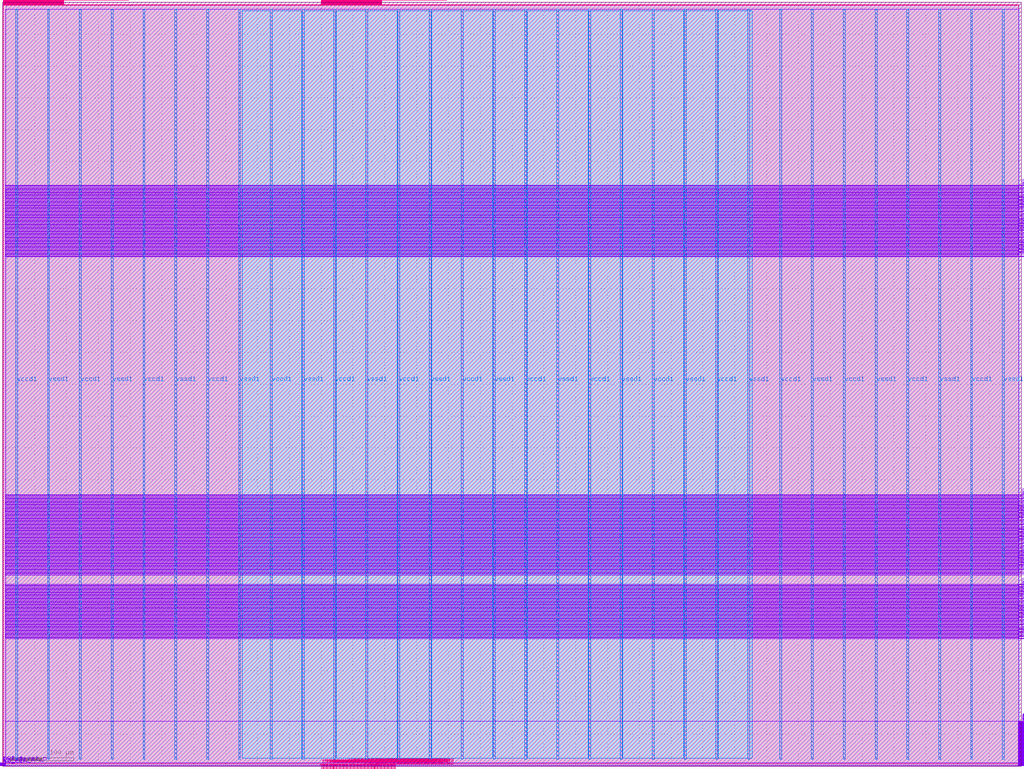
<source format=lef>
# Copyright 2020 The SkyWater PDK Authors
#
# Licensed under the Apache License, Version 2.0 (the "License");
# you may not use this file except in compliance with the License.
# You may obtain a copy of the License at
#
#     https://www.apache.org/licenses/LICENSE-2.0
#
# Unless required by applicable law or agreed to in writing, software
# distributed under the License is distributed on an "AS IS" BASIS,
# WITHOUT WARRANTIES OR CONDITIONS OF ANY KIND, either express or implied.
# See the License for the specific language governing permissions and
# limitations under the License.
#
# SPDX-License-Identifier: Apache-2.0

VERSION 5.7 ;

BUSBITCHARS "[]" ;
DIVIDERCHAR "/" ;

UNITS
  TIME NANOSECONDS 1 ;
  CAPACITANCE PICOFARADS 1 ;
  RESISTANCE OHMS 1 ;
  DATABASE MICRONS 1000 ;
END UNITS

MANUFACTURINGGRID 0.005 ;

PROPERTYDEFINITIONS
  LAYER LEF58_TYPE STRING ;
END PROPERTYDEFINITIONS

# High density, single height
SITE unithd
  SYMMETRY Y ;
  CLASS CORE ;
  SIZE 0.46 BY 2.72 ;
END unithd

# High density, double height
SITE unithddbl
  SYMMETRY Y ;
  CLASS CORE ;
  SIZE 0.46 BY 5.44 ;
END unithddbl

LAYER nwell
  TYPE MASTERSLICE ;
  PROPERTY LEF58_TYPE "TYPE NWELL ;" ;
END nwell

LAYER pwell
  TYPE MASTERSLICE ;
  PROPERTY LEF58_TYPE "TYPE PWELL ;" ;
END pwell

LAYER li1
  TYPE ROUTING ;
  DIRECTION VERTICAL ;

  PITCH 0.46 0.34 ;
  OFFSET 0.23 0.17 ;

  WIDTH 0.17 ;          # LI 1
  # SPACING  0.17 ;     # LI 2
  SPACINGTABLE
     PARALLELRUNLENGTH 0
     WIDTH 0 0.17 ;
  AREA 0.0561 ;         # LI 6
  THICKNESS 0.1 ;
  EDGECAPACITANCE 40.697E-6 ;
  CAPACITANCE CPERSQDIST 36.9866E-6 ;
  RESISTANCE RPERSQ 12.2 ;

  ANTENNAMODEL OXIDE1 ;
  ANTENNADIFFSIDEAREARATIO PWL ( ( 0 75 ) ( 0.0125 75 ) ( 0.0225 85.125 ) ( 22.5 10200 ) ) ;
END li1

LAYER mcon
  TYPE CUT ;

  WIDTH 0.17 ;                # Mcon 1
  SPACING 0.19 ;              # Mcon 2
  ENCLOSURE BELOW 0 0 ;       # Mcon 4
  ENCLOSURE ABOVE 0.03 0.06 ; # Met1 4 / Met1 5

  ANTENNADIFFAREARATIO PWL ( ( 0 3 ) ( 0.0125 3 ) ( 0.0225 3.405 ) ( 22.5 408 ) ) ;
  DCCURRENTDENSITY AVERAGE 0.36 ; # mA per via Iavg_max at Tj = 90oC

END mcon

LAYER met1
  TYPE ROUTING ;
  DIRECTION HORIZONTAL ;

  PITCH 0.34 ;
  OFFSET 0.17 ;

  WIDTH 0.14 ;                     # Met1 1
  # SPACING 0.14 ;                 # Met1 2
  # SPACING 0.28 RANGE 3.001 100 ; # Met1 3b
  SPACINGTABLE
     PARALLELRUNLENGTH 0
     WIDTH 0 0.14
     WIDTH 3 0.28 ;
  AREA 0.083 ;                     # Met1 6
  THICKNESS 0.35 ;
  MINENCLOSEDAREA 0.14 ;

  ANTENNAMODEL OXIDE1 ;
  ANTENNADIFFSIDEAREARATIO PWL ( ( 0 400 ) ( 0.0125 400 ) ( 0.0225 2609 ) ( 22.5 11600 ) ) ;

  EDGECAPACITANCE 40.567E-6 ;
  CAPACITANCE CPERSQDIST 25.7784E-6 ;
  DCCURRENTDENSITY AVERAGE 2.8 ; # mA/um Iavg_max at Tj = 90oC
  ACCURRENTDENSITY RMS 6.1 ; # mA/um Irms_max at Tj = 90oC
  MAXIMUMDENSITY 70 ;
  DENSITYCHECKWINDOW 700 700 ;
  DENSITYCHECKSTEP 70 ;

  RESISTANCE RPERSQ 0.125 ;
END met1

LAYER via
  TYPE CUT ;
  WIDTH 0.15 ;                  # Via 1a
  SPACING 0.17 ;                # Via 2
  ENCLOSURE BELOW 0.055 0.085 ; # Via 4a / Via 5a
  ENCLOSURE ABOVE 0.055 0.085 ; # Met2 4 / Met2 5

  ANTENNADIFFAREARATIO PWL ( ( 0 6 ) ( 0.0125 6 ) ( 0.0225 6.81 ) ( 22.5 816 ) ) ;
  DCCURRENTDENSITY AVERAGE 0.29 ; # mA per via Iavg_max at Tj = 90oC
END via

LAYER met2
  TYPE ROUTING ;
  DIRECTION VERTICAL ;

  PITCH 0.46 ;
  OFFSET 0.23 ;

  WIDTH 0.14 ;                        # Met2 1
  # SPACING  0.14 ;                   # Met2 2
  # SPACING  0.28 RANGE 3.001 100 ;   # Met2 3b
  SPACINGTABLE
     PARALLELRUNLENGTH 0
     WIDTH 0 0.14
     WIDTH 3 0.28 ;
  AREA 0.0676 ;                       # Met2 6
  THICKNESS 0.35 ;
  MINENCLOSEDAREA 0.14 ;

  EDGECAPACITANCE 37.759E-6 ;
  CAPACITANCE CPERSQDIST 16.9423E-6 ;
  RESISTANCE RPERSQ 0.125 ;
  DCCURRENTDENSITY AVERAGE 2.8 ; # mA/um Iavg_max at Tj = 90oC
  ACCURRENTDENSITY RMS 6.1 ; # mA/um Irms_max at Tj = 90oC

  ANTENNAMODEL OXIDE1 ;
  ANTENNADIFFSIDEAREARATIO PWL ( ( 0 400 ) ( 0.0125 400 ) ( 0.0225 2609 ) ( 22.5 11600 ) ) ;

  MAXIMUMDENSITY 70 ;
  DENSITYCHECKWINDOW 700 700 ;
  DENSITYCHECKSTEP 70 ;
END met2

# ******** Layer via2, type routing, number 44 **************
LAYER via2
  TYPE CUT ;
  WIDTH 0.2 ;                   # Via2 1
  SPACING 0.2 ;                 # Via2 2
  ENCLOSURE BELOW 0.04 0.085 ;  # Via2 4
  ENCLOSURE ABOVE 0.065 0.065 ; # Met3 4
  ANTENNADIFFAREARATIO PWL ( ( 0 6 ) ( 0.0125 6 ) ( 0.0225 6.81 ) ( 22.5 816 ) ) ;
  DCCURRENTDENSITY AVERAGE 0.48 ; # mA per via Iavg_max at Tj = 90oC
END via2

LAYER met3
  TYPE ROUTING ;
  DIRECTION HORIZONTAL ;

  PITCH 0.68 ;
  OFFSET 0.34 ;

  WIDTH 0.3 ;              # Met3 1
  # SPACING 0.3 ;          # Met3 2
  SPACINGTABLE
     PARALLELRUNLENGTH 0
     WIDTH 0 0.3
     WIDTH 3 0.4 ;
  AREA 0.24 ;              # Met3 6
  THICKNESS 0.8 ;

  EDGECAPACITANCE 40.989E-6 ;
  CAPACITANCE CPERSQDIST 12.3729E-6 ;
  RESISTANCE RPERSQ 0.047 ;
  DCCURRENTDENSITY AVERAGE 6.8 ; # mA/um Iavg_max at Tj = 90oC
  ACCURRENTDENSITY RMS 14.9 ; # mA/um Irms_max at Tj = 90oC

  ANTENNAMODEL OXIDE1 ;
  ANTENNADIFFSIDEAREARATIO PWL ( ( 0 400 ) ( 0.0125 400 ) ( 0.0225 2609 ) ( 22.5 11600 ) ) ;

  MAXIMUMDENSITY 70 ;
  DENSITYCHECKWINDOW 700 700 ;
  DENSITYCHECKSTEP 70 ;
END met3

LAYER via3
  TYPE CUT ;
  WIDTH 0.2 ;                   # Via3 1
  SPACING 0.2 ;                 # Via3 2
  ENCLOSURE BELOW 0.06 0.09 ;   # Via3 4 / Via3 5
  ENCLOSURE ABOVE 0.065 0.065 ; # Met4 3
  ANTENNADIFFAREARATIO PWL ( ( 0 6 ) ( 0.0125 6 ) ( 0.0225 6.81 ) ( 22.5 816 ) ) ;
  DCCURRENTDENSITY AVERAGE 0.48 ; # mA per via Iavg_max at Tj = 90oC
END via3

LAYER met4
  TYPE ROUTING ;
  DIRECTION VERTICAL ;

  PITCH 0.92 ;
  OFFSET 0.46 ;

  WIDTH 0.3 ;             # Met4 1
  # SPACING  0.3 ;             # Met4 2
  SPACINGTABLE
     PARALLELRUNLENGTH 0
     WIDTH 0 0.3
     WIDTH 3 0.4 ;
  AREA 0.24 ;            # Met4 4a

  THICKNESS 0.8 ;

  EDGECAPACITANCE 36.676E-6 ;
  CAPACITANCE CPERSQDIST 8.41537E-6 ;
  RESISTANCE RPERSQ 0.047 ;
  DCCURRENTDENSITY AVERAGE 6.8 ; # mA/um Iavg_max at Tj = 90oC
  ACCURRENTDENSITY RMS 14.9 ; # mA/um Irms_max at Tj = 90oC

  ANTENNAMODEL OXIDE1 ;
  ANTENNADIFFSIDEAREARATIO PWL ( ( 0 400 ) ( 0.0125 400 ) ( 0.0225 2609 ) ( 22.5 11600 ) ) ;

  MAXIMUMDENSITY 70 ;
  DENSITYCHECKWINDOW 700 700 ;
  DENSITYCHECKSTEP 70 ;
END met4

LAYER via4
  TYPE CUT ;

  WIDTH 0.8 ;                 # Via4 1
  SPACING 0.8 ;               # Via4 2
  ENCLOSURE BELOW 0.19 0.19 ; # Via4 4
  ENCLOSURE ABOVE 0.31 0.31 ; # Met5 3
  ANTENNADIFFAREARATIO PWL ( ( 0 6 ) ( 0.0125 6 ) ( 0.0225 6.81 ) ( 22.5 816 ) ) ;
  DCCURRENTDENSITY AVERAGE 2.49 ; # mA per via Iavg_max at Tj = 90oC
END via4

LAYER met5
  TYPE ROUTING ;
  DIRECTION HORIZONTAL ;

  PITCH 3.4 ;
  OFFSET 1.7 ;

  WIDTH 1.6 ;            # Met5 1
  #SPACING  1.6 ;        # Met5 2
  SPACINGTABLE
     PARALLELRUNLENGTH 0
     WIDTH 0 1.6 ;
  AREA 4 ;               # Met5 4

  THICKNESS 1.2 ;

  EDGECAPACITANCE 38.851E-6 ;
  CAPACITANCE CPERSQDIST 6.32063E-6 ;
  RESISTANCE RPERSQ 0.0285 ;
  DCCURRENTDENSITY AVERAGE 10.17 ; # mA/um Iavg_max at Tj = 90oC
  ACCURRENTDENSITY RMS 22.34 ; # mA/um Irms_max at Tj = 90oC

  ANTENNAMODEL OXIDE1 ;
  ANTENNADIFFSIDEAREARATIO PWL ( ( 0 400 ) ( 0.0125 400 ) ( 0.0225 2609 ) ( 22.5 11600 ) ) ;
END met5


### Routing via cells section   ###
# Plus via rule, metals are along the prefered direction
VIA L1M1_PR DEFAULT
  LAYER mcon ;
  RECT -0.085 -0.085 0.085 0.085 ;
  LAYER li1 ;
  RECT -0.085 -0.085 0.085 0.085 ;
  LAYER met1 ;
  RECT -0.145 -0.115 0.145 0.115 ;
END L1M1_PR

VIARULE L1M1_PR GENERATE
  LAYER li1 ;
  ENCLOSURE 0 0 ;
  LAYER met1 ;
  ENCLOSURE 0.06 0.03 ;
  LAYER mcon ;
  RECT -0.085 -0.085 0.085 0.085 ;
  SPACING 0.36 BY 0.36 ;
END L1M1_PR

# Plus via rule, metals are along the non prefered direction
VIA L1M1_PR_R DEFAULT
  LAYER mcon ;
  RECT -0.085 -0.085 0.085 0.085 ;
  LAYER li1 ;
  RECT -0.085 -0.085 0.085 0.085 ;
  LAYER met1 ;
  RECT -0.115 -0.145 0.115 0.145 ;
END L1M1_PR_R

VIARULE L1M1_PR_R GENERATE
  LAYER li1 ;
  ENCLOSURE 0 0 ;
  LAYER met1 ;
  ENCLOSURE 0.03 0.06 ;
  LAYER mcon ;
  RECT -0.085 -0.085 0.085 0.085 ;
  SPACING 0.36 BY 0.36 ;
END L1M1_PR_R

# Minus via rule, lower layer metal is along prefered direction
VIA L1M1_PR_M DEFAULT
  LAYER mcon ;
  RECT -0.085 -0.085 0.085 0.085 ;
  LAYER li1 ;
  RECT -0.085 -0.085 0.085 0.085 ;
  LAYER met1 ;
  RECT -0.115 -0.145 0.115 0.145 ;
END L1M1_PR_M

VIARULE L1M1_PR_M GENERATE
  LAYER li1 ;
  ENCLOSURE 0 0 ;
  LAYER met1 ;
  ENCLOSURE 0.03 0.06 ;
  LAYER mcon ;
  RECT -0.085 -0.085 0.085 0.085 ;
  SPACING 0.36 BY 0.36 ;
END L1M1_PR_M

# Minus via rule, upper layer metal is along prefered direction
VIA L1M1_PR_MR DEFAULT
  LAYER mcon ;
  RECT -0.085 -0.085 0.085 0.085 ;
  LAYER li1 ;
  RECT -0.085 -0.085 0.085 0.085 ;
  LAYER met1 ;
  RECT -0.145 -0.115 0.145 0.115 ;
END L1M1_PR_MR

VIARULE L1M1_PR_MR GENERATE
  LAYER li1 ;
  ENCLOSURE 0 0 ;
  LAYER met1 ;
  ENCLOSURE 0.06 0.03 ;
  LAYER mcon ;
  RECT -0.085 -0.085 0.085 0.085 ;
  SPACING 0.36 BY 0.36 ;
END L1M1_PR_MR

# Centered via rule, we really do not want to use it
VIA L1M1_PR_C DEFAULT
  LAYER mcon ;
  RECT -0.085 -0.085 0.085 0.085 ;
  LAYER li1 ;
  RECT -0.085 -0.085 0.085 0.085 ;
  LAYER met1 ;
  RECT -0.145 -0.145 0.145 0.145 ;
END L1M1_PR_C

VIARULE L1M1_PR_C GENERATE
  LAYER li1 ;
  ENCLOSURE 0 0 ;
  LAYER met1 ;
  ENCLOSURE 0.06 0.06 ;
  LAYER mcon ;
  RECT -0.085 -0.085 0.085 0.085 ;
  SPACING 0.36 BY 0.36 ;
END L1M1_PR_C

# Plus via rule, metals are along the prefered direction
VIA M1M2_PR DEFAULT
  LAYER via ;
  RECT -0.075 -0.075 0.075 0.075 ;
  LAYER met1 ;
  RECT -0.16 -0.13 0.16 0.13 ;
  LAYER met2 ;
  RECT -0.13 -0.16 0.13 0.16 ;
END M1M2_PR

VIARULE M1M2_PR GENERATE
  LAYER met1 ;
  ENCLOSURE 0.085 0.055 ;
  LAYER met2 ;
  ENCLOSURE 0.055 0.085 ;
  LAYER via ;
  RECT -0.075 -0.075 0.075 0.075 ;
  SPACING 0.32 BY 0.32 ;
END M1M2_PR

# Plus via rule, metals are along the non prefered direction
VIA M1M2_PR_R DEFAULT
  LAYER via ;
  RECT -0.075 -0.075 0.075 0.075 ;
  LAYER met1 ;
  RECT -0.13 -0.16 0.13 0.16 ;
  LAYER met2 ;
  RECT -0.16 -0.13 0.16 0.13 ;
END M1M2_PR_R

VIARULE M1M2_PR_R GENERATE
  LAYER met1 ;
  ENCLOSURE 0.055 0.085 ;
  LAYER met2 ;
  ENCLOSURE 0.085 0.055 ;
  LAYER via ;
  RECT -0.075 -0.075 0.075 0.075 ;
  SPACING 0.32 BY 0.32 ;
END M1M2_PR_R

# Minus via rule, lower layer metal is along prefered direction
VIA M1M2_PR_M DEFAULT
  LAYER via ;
  RECT -0.075 -0.075 0.075 0.075 ;
  LAYER met1 ;
  RECT -0.16 -0.13 0.16 0.13 ;
  LAYER met2 ;
  RECT -0.16 -0.13 0.16 0.13 ;
END M1M2_PR_M

VIARULE M1M2_PR_M GENERATE
  LAYER met1 ;
  ENCLOSURE 0.085 0.055 ;
  LAYER met2 ;
  ENCLOSURE 0.085 0.055 ;
  LAYER via ;
  RECT -0.075 -0.075 0.075 0.075 ;
  SPACING 0.32 BY 0.32 ;
END M1M2_PR_M

# Minus via rule, upper layer metal is along prefered direction
VIA M1M2_PR_MR DEFAULT
  LAYER via ;
  RECT -0.075 -0.075 0.075 0.075 ;
  LAYER met1 ;
  RECT -0.13 -0.16 0.13 0.16 ;
  LAYER met2 ;
  RECT -0.13 -0.16 0.13 0.16 ;
END M1M2_PR_MR

VIARULE M1M2_PR_MR GENERATE
  LAYER met1 ;
  ENCLOSURE 0.055 0.085 ;
  LAYER met2 ;
  ENCLOSURE 0.055 0.085 ;
  LAYER via ;
  RECT -0.075 -0.075 0.075 0.075 ;
  SPACING 0.32 BY 0.32 ;
END M1M2_PR_MR

# Centered via rule, we really do not want to use it
VIA M1M2_PR_C DEFAULT
  LAYER via ;
  RECT -0.075 -0.075 0.075 0.075 ;
  LAYER met1 ;
  RECT -0.16 -0.16 0.16 0.16 ;
  LAYER met2 ;
  RECT -0.16 -0.16 0.16 0.16 ;
END M1M2_PR_C

VIARULE M1M2_PR_C GENERATE
  LAYER met1 ;
  ENCLOSURE 0.085 0.085 ;
  LAYER met2 ;
  ENCLOSURE 0.085 0.085 ;
  LAYER via ;
  RECT -0.075 -0.075 0.075 0.075 ;
  SPACING 0.32 BY 0.32 ;
END M1M2_PR_C

# Plus via rule, metals are along the prefered direction
VIA M2M3_PR DEFAULT
  LAYER via2 ;
  RECT -0.1 -0.1 0.1 0.1 ;
  LAYER met2 ;
  RECT -0.14 -0.185 0.14 0.185 ;
  LAYER met3 ;
  RECT -0.165 -0.165 0.165 0.165 ;
END M2M3_PR

VIARULE M2M3_PR GENERATE
  LAYER met2 ;
  ENCLOSURE 0.04 0.085 ;
  LAYER met3 ;
  ENCLOSURE 0.065 0.065 ;
  LAYER via2 ;
  RECT -0.1 -0.1 0.1 0.1 ;
  SPACING 0.4 BY 0.4 ;
END M2M3_PR

# Plus via rule, metals are along the non prefered direction
VIA M2M3_PR_R DEFAULT
  LAYER via2 ;
  RECT -0.1 -0.1 0.1 0.1 ;
  LAYER met2 ;
  RECT -0.185 -0.14 0.185 0.14 ;
  LAYER met3 ;
  RECT -0.165 -0.165 0.165 0.165 ;
END M2M3_PR_R

VIARULE M2M3_PR_R GENERATE
  LAYER met2 ;
  ENCLOSURE 0.085 0.04 ;
  LAYER met3 ;
  ENCLOSURE 0.065 0.065 ;
  LAYER via2 ;
  RECT -0.1 -0.1 0.1 0.1 ;
  SPACING 0.4 BY 0.4 ;
END M2M3_PR_R

# Minus via rule, lower layer metal is along prefered direction
VIA M2M3_PR_M DEFAULT
  LAYER via2 ;
  RECT -0.1 -0.1 0.1 0.1 ;
  LAYER met2 ;
  RECT -0.14 -0.185 0.14 0.185 ;
  LAYER met3 ;
  RECT -0.165 -0.165 0.165 0.165 ;
END M2M3_PR_M

VIARULE M2M3_PR_M GENERATE
  LAYER met2 ;
  ENCLOSURE 0.04 0.085 ;
  LAYER met3 ;
  ENCLOSURE 0.065 0.065 ;
  LAYER via2 ;
  RECT -0.1 -0.1 0.1 0.1 ;
  SPACING 0.4 BY 0.4 ;
END M2M3_PR_M

# Minus via rule, upper layer metal is along prefered direction
VIA M2M3_PR_MR DEFAULT
  LAYER via2 ;
  RECT -0.1 -0.1 0.1 0.1 ;
  LAYER met2 ;
  RECT -0.185 -0.14 0.185 0.14 ;
  LAYER met3 ;
  RECT -0.165 -0.165 0.165 0.165 ;
END M2M3_PR_MR

VIARULE M2M3_PR_MR GENERATE
  LAYER met2 ;
  ENCLOSURE 0.085 0.04 ;
  LAYER met3 ;
  ENCLOSURE 0.065 0.065 ;
  LAYER via2 ;
  RECT -0.1 -0.1 0.1 0.1 ;
  SPACING 0.4 BY 0.4 ;
END M2M3_PR_MR

# Centered via rule, we really do not want to use it
VIA M2M3_PR_C DEFAULT
  LAYER via2 ;
  RECT -0.1 -0.1 0.1 0.1 ;
  LAYER met2 ;
  RECT -0.185 -0.185 0.185 0.185 ;
  LAYER met3 ;
  RECT -0.165 -0.165 0.165 0.165 ;
END M2M3_PR_C

VIARULE M2M3_PR_C GENERATE
  LAYER met2 ;
  ENCLOSURE 0.085 0.085 ;
  LAYER met3 ;
  ENCLOSURE 0.065 0.065 ;
  LAYER via2 ;
  RECT -0.1 -0.1 0.1 0.1 ;
  SPACING 0.4 BY 0.4 ;
END M2M3_PR_C

# Plus via rule, metals are along the prefered direction
VIA M3M4_PR DEFAULT
  LAYER via3 ;
  RECT -0.1 -0.1 0.1 0.1 ;
  LAYER met3 ;
  RECT -0.19 -0.16 0.19 0.16 ;
  LAYER met4 ;
  RECT -0.165 -0.165 0.165 0.165 ;
END M3M4_PR

VIARULE M3M4_PR GENERATE
  LAYER met3 ;
  ENCLOSURE 0.09 0.06 ;
  LAYER met4 ;
  ENCLOSURE 0.065 0.065 ;
  LAYER via3 ;
  RECT -0.1 -0.1 0.1 0.1 ;
  SPACING 0.4 BY 0.4 ;
END M3M4_PR

# Plus via rule, metals are along the non prefered direction
VIA M3M4_PR_R DEFAULT
  LAYER via3 ;
  RECT -0.1 -0.1 0.1 0.1 ;
  LAYER met3 ;
  RECT -0.16 -0.19 0.16 0.19 ;
  LAYER met4 ;
  RECT -0.165 -0.165 0.165 0.165 ;
END M3M4_PR_R

VIARULE M3M4_PR_R GENERATE
  LAYER met3 ;
  ENCLOSURE 0.06 0.09 ;
  LAYER met4 ;
  ENCLOSURE 0.065 0.065 ;
  LAYER via3 ;
  RECT -0.1 -0.1 0.1 0.1 ;
  SPACING 0.4 BY 0.4 ;
END M3M4_PR_R

# Minus via rule, lower layer metal is along prefered direction
VIA M3M4_PR_M DEFAULT
  LAYER via3 ;
  RECT -0.1 -0.1 0.1 0.1 ;
  LAYER met3 ;
  RECT -0.19 -0.16 0.19 0.16 ;
  LAYER met4 ;
  RECT -0.165 -0.165 0.165 0.165 ;
END M3M4_PR_M

VIARULE M3M4_PR_M GENERATE
  LAYER met3 ;
  ENCLOSURE 0.09 0.06 ;
  LAYER met4 ;
  ENCLOSURE 0.065 0.065 ;
  LAYER via3 ;
  RECT -0.1 -0.1 0.1 0.1 ;
  SPACING 0.4 BY 0.4 ;
END M3M4_PR_M

# Minus via rule, upper layer metal is along prefered direction
VIA M3M4_PR_MR DEFAULT
  LAYER via3 ;
  RECT -0.1 -0.1 0.1 0.1 ;
  LAYER met3 ;
  RECT -0.16 -0.19 0.16 0.19 ;
  LAYER met4 ;
  RECT -0.165 -0.165 0.165 0.165 ;
END M3M4_PR_MR

VIARULE M3M4_PR_MR GENERATE
  LAYER met3 ;
  ENCLOSURE 0.06 0.09 ;
  LAYER met4 ;
  ENCLOSURE 0.065 0.065 ;
  LAYER via3 ;
  RECT -0.1 -0.1 0.1 0.1 ;
  SPACING 0.4 BY 0.4 ;
END M3M4_PR_MR

# Centered via rule, we really do not want to use it
VIA M3M4_PR_C DEFAULT
  LAYER via3 ;
  RECT -0.1 -0.1 0.1 0.1 ;
  LAYER met3 ;
  RECT -0.19 -0.19 0.19 0.19 ;
  LAYER met4 ;
  RECT -0.165 -0.165 0.165 0.165 ;
END M3M4_PR_C

VIARULE M3M4_PR_C GENERATE
  LAYER met3 ;
  ENCLOSURE 0.09 0.09 ;
  LAYER met4 ;
  ENCLOSURE 0.065 0.065 ;
  LAYER via3 ;
  RECT -0.1 -0.1 0.1 0.1 ;
  SPACING 0.4 BY 0.4 ;
END M3M4_PR_C

# Plus via rule, metals are along the prefered direction
VIA M4M5_PR DEFAULT
  LAYER via4 ;
  RECT -0.4 -0.4 0.4 0.4 ;
  LAYER met4 ;
  RECT -0.59 -0.59 0.59 0.59 ;
  LAYER met5 ;
  RECT -0.71 -0.71 0.71 0.71 ;
END M4M5_PR

VIARULE M4M5_PR GENERATE
  LAYER met4 ;
  ENCLOSURE 0.19 0.19 ;
  LAYER met5 ;
  ENCLOSURE 0.31 0.31 ;
  LAYER via4 ;
  RECT -0.4 -0.4 0.4 0.4 ;
  SPACING 1.6 BY 1.6 ;
END M4M5_PR

# Plus via rule, metals are along the non prefered direction
VIA M4M5_PR_R DEFAULT
  LAYER via4 ;
  RECT -0.4 -0.4 0.4 0.4 ;
  LAYER met4 ;
  RECT -0.59 -0.59 0.59 0.59 ;
  LAYER met5 ;
  RECT -0.71 -0.71 0.71 0.71 ;
END M4M5_PR_R

VIARULE M4M5_PR_R GENERATE
  LAYER met4 ;
  ENCLOSURE 0.19 0.19 ;
  LAYER met5 ;
  ENCLOSURE 0.31 0.31 ;
  LAYER via4 ;
  RECT -0.4 -0.4 0.4 0.4 ;
  SPACING 1.6 BY 1.6 ;
END M4M5_PR_R

# Minus via rule, lower layer metal is along prefered direction
VIA M4M5_PR_M DEFAULT
  LAYER via4 ;
  RECT -0.4 -0.4 0.4 0.4 ;
  LAYER met4 ;
  RECT -0.59 -0.59 0.59 0.59 ;
  LAYER met5 ;
  RECT -0.71 -0.71 0.71 0.71 ;
END M4M5_PR_M

VIARULE M4M5_PR_M GENERATE
  LAYER met4 ;
  ENCLOSURE 0.19 0.19 ;
  LAYER met5 ;
  ENCLOSURE 0.31 0.31 ;
  LAYER via4 ;
  RECT -0.4 -0.4 0.4 0.4 ;
  SPACING 1.6 BY 1.6 ;
END M4M5_PR_M

# Minus via rule, upper layer metal is along prefered direction
VIA M4M5_PR_MR DEFAULT
  LAYER via4 ;
  RECT -0.4 -0.4 0.4 0.4 ;
  LAYER met4 ;
  RECT -0.59 -0.59 0.59 0.59 ;
  LAYER met5 ;
  RECT -0.71 -0.71 0.71 0.71 ;
END M4M5_PR_MR

VIARULE M4M5_PR_MR GENERATE
  LAYER met4 ;
  ENCLOSURE 0.19 0.19 ;
  LAYER met5 ;
  ENCLOSURE 0.31 0.31 ;
  LAYER via4 ;
  RECT -0.4 -0.4 0.4 0.4 ;
  SPACING 1.6 BY 1.6 ;
END M4M5_PR_MR

# Centered via rule, we really do not want to use it
VIA M4M5_PR_C DEFAULT
  LAYER via4 ;
  RECT -0.4 -0.4 0.4 0.4 ;
  LAYER met4 ;
  RECT -0.59 -0.59 0.59 0.59 ;
  LAYER met5 ;
  RECT -0.71 -0.71 0.71 0.71 ;
END M4M5_PR_C

VIARULE M4M5_PR_C GENERATE
  LAYER met4 ;
  ENCLOSURE 0.19 0.19 ;
  LAYER met5 ;
  ENCLOSURE 0.31 0.31 ;
  LAYER via4 ;
  RECT -0.4 -0.4 0.4 0.4 ;
  SPACING 1.6 BY 1.6 ;
END M4M5_PR_C
###  end of single via cells   ###


MACRO sky130_ef_sc_hd__fakediode_2
  CLASS CORE SPACER ;
  FOREIGN sky130_ef_sc_hd__fakediode_2 ;
  ORIGIN  0.000000  0.000000 ;
  SIZE  0.920000 BY  2.720000 ;
  SYMMETRY X Y R90 ;
  SITE unithd ;
  PIN DIODE
    DIRECTION INPUT ;
    USE SIGNAL ;
    PORT
      LAYER li1 ;
        RECT 0.085000 0.255000 0.835000 2.465000 ;
    END
  END DIODE
  PIN VGND
    DIRECTION INOUT ;
    SHAPE ABUTMENT ;
    USE GROUND ;
    PORT
      LAYER met1 ;
        RECT 0.000000 -0.240000 0.920000 0.240000 ;
    END
  END VGND
  PIN VNB
    DIRECTION INOUT ;
    USE GROUND ;
    PORT
      LAYER pwell ;
        RECT 0.145000 -0.085000 0.315000 0.085000 ;
    END
  END VNB
  PIN VPB
    DIRECTION INOUT ;
    USE POWER ;
    PORT
      LAYER nwell ;
        RECT -0.190000 1.305000 1.110000 2.910000 ;
    END
  END VPB
  PIN VPWR
    DIRECTION INOUT ;
    SHAPE ABUTMENT ;
    USE POWER ;
    PORT
      LAYER met1 ;
        RECT 0.000000 2.480000 0.920000 2.960000 ;
    END
  END VPWR
  OBS
    LAYER li1 ;
      RECT 0.000000 -0.085000 0.920000 0.085000 ;
      RECT 0.000000  2.635000 0.920000 2.805000 ;
    LAYER mcon ;
      RECT 0.145000 -0.085000 0.315000 0.085000 ;
      RECT 0.145000  2.635000 0.315000 2.805000 ;
      RECT 0.605000 -0.085000 0.775000 0.085000 ;
      RECT 0.605000  2.635000 0.775000 2.805000 ;
  END
END sky130_ef_sc_hd__fakediode_2
MACRO sky130_ef_sc_hd__fill_8
  CLASS CORE SPACER ;
  SOURCE USER ;
  ORIGIN  0.000000  0.000000 ;
  SIZE  3.680000 BY  2.720000 ;
  SYMMETRY X Y R90 ;
  SITE unithd ;
  PIN VGND
    DIRECTION INOUT ;
    SHAPE ABUTMENT ;
    USE GROUND ;
    PORT
      LAYER li1 ;
        RECT 0.000000 -0.085000 3.680000 0.085000 ;
    END
    PORT
      LAYER met1 ;
        RECT 0.000000 -0.240000 3.680000 0.240000 ;
    END
  END VGND
  PIN VPWR
    DIRECTION INOUT ;
    SHAPE ABUTMENT ;
    USE POWER ;
    PORT
      LAYER li1 ;
        RECT 0.000000 2.635000 3.680000 2.805000 ;
    END
    PORT
      LAYER met1 ;
        RECT 0.000000 2.480000 3.680000 2.960000 ;
    END
  END VPWR
  OBS
  END
END sky130_ef_sc_hd__fill_8
MACRO sky130_ef_sc_hd__decap_12
  CLASS BLOCK ;
  FOREIGN sky130_ef_sc_hd__decap_12 ;
  ORIGIN 0.000 0.000 ;
  SIZE 5.520 BY 2.720 ;
  PIN VGND
    DIRECTION INPUT ;
    USE GROUND ;
    PORT
      LAYER li1 ;
        RECT 1.670 0.630 2.010 1.460 ;
        RECT 0.085 0.085 5.430 0.630 ;
        RECT 0.000 -0.085 5.520 0.085 ;
      LAYER mcon ;
        RECT 0.605 -0.085 0.775 0.085 ;
        RECT 1.065 -0.085 1.235 0.085 ;
        RECT 1.525 -0.085 1.695 0.085 ;
        RECT 1.985 -0.085 2.155 0.085 ;
        RECT 2.445 -0.085 2.615 0.085 ;
        RECT 2.905 -0.085 3.075 0.085 ;
        RECT 3.365 -0.085 3.535 0.085 ;
        RECT 3.825 -0.085 3.995 0.085 ;
        RECT 4.285 -0.085 4.455 0.085 ;
        RECT 4.745 -0.085 4.915 0.085 ;
        RECT 5.205 -0.085 5.375 0.085 ;
      LAYER met1 ;
        RECT 0.000 -0.240 5.520 0.240 ;
    END
  END VGND
  PIN VNB
    DIRECTION INPUT ;
    PORT
      LAYER pwell ;
        RECT 0.080 -0.130 0.360 0.150 ;
    END
  END VNB
  PIN VPB
    DIRECTION INPUT ;
    PORT
      LAYER nwell ;
        RECT -0.190 1.305 5.710 2.910 ;
    END
  END VPB
  PIN VPWR
    DIRECTION INPUT ;
    USE POWER ;
    PORT
      LAYER li1 ;
        RECT 0.000 2.635 5.520 2.805 ;
        RECT 0.085 2.200 5.430 2.635 ;
        RECT 3.490 0.950 3.840 2.200 ;
      LAYER mcon ;
        RECT 0.605 2.635 0.775 2.805 ;
        RECT 1.065 2.635 1.235 2.805 ;
        RECT 1.525 2.635 1.695 2.805 ;
        RECT 1.985 2.635 2.155 2.805 ;
        RECT 2.445 2.635 2.615 2.805 ;
        RECT 2.905 2.635 3.075 2.805 ;
        RECT 3.365 2.635 3.535 2.805 ;
        RECT 3.825 2.635 3.995 2.805 ;
        RECT 4.285 2.635 4.455 2.805 ;
        RECT 4.745 2.635 4.915 2.805 ;
        RECT 5.205 2.635 5.375 2.805 ;
      LAYER met1 ;
        RECT 0.000 2.480 5.520 2.960 ;
    END
  END VPWR
END sky130_ef_sc_hd__decap_12
MACRO sky130_ef_sc_hd__fill_12
  CLASS CORE ;
  FOREIGN sky130_ef_sc_hd__fill_12 ;
  ORIGIN 0.000 0.000 ;
  SIZE 5.520 BY 2.720 ;
  SYMMETRY X Y R90 ;
  SITE unithd ;
  OBS
      LAYER nwell ;
        RECT -0.190 1.305 5.710 2.910 ;
      LAYER pwell ;
        RECT 0.145 -0.085 0.315 0.085 ;
        RECT 2.935 -0.060 3.045 0.060 ;
        RECT 4.755 -0.050 4.915 0.060 ;
      LAYER li1 ;
        RECT 0.000 2.635 5.520 2.805 ;
        RECT 0.085 1.545 2.675 2.635 ;
        RECT 0.085 0.855 1.295 1.375 ;
        RECT 1.465 1.025 2.675 1.545 ;
        RECT 0.085 0.085 2.675 0.855 ;
        RECT 0.000 -0.085 5.520 0.085 ;
      LAYER mcon ;
        RECT 0.145 2.635 0.315 2.805 ;
        RECT 0.605 2.635 0.775 2.805 ;
        RECT 1.065 2.635 1.235 2.805 ;
        RECT 1.525 2.635 1.695 2.805 ;
        RECT 1.985 2.635 2.155 2.805 ;
        RECT 2.445 2.635 2.615 2.805 ;
        RECT 2.905 2.635 3.075 2.805 ;
        RECT 3.365 2.635 3.535 2.805 ;
        RECT 3.825 2.635 3.995 2.805 ;
        RECT 4.285 2.635 4.455 2.805 ;
        RECT 4.745 2.635 4.915 2.805 ;
        RECT 5.205 2.635 5.375 2.805 ;
        RECT 0.145 -0.085 0.315 0.085 ;
        RECT 0.605 -0.085 0.775 0.085 ;
        RECT 1.065 -0.085 1.235 0.085 ;
        RECT 1.525 -0.085 1.695 0.085 ;
        RECT 1.985 -0.085 2.155 0.085 ;
        RECT 2.445 -0.085 2.615 0.085 ;
        RECT 2.905 -0.085 3.075 0.085 ;
        RECT 3.365 -0.085 3.535 0.085 ;
        RECT 3.825 -0.085 3.995 0.085 ;
        RECT 4.285 -0.085 4.455 0.085 ;
        RECT 4.745 -0.085 4.915 0.085 ;
        RECT 5.205 -0.085 5.375 0.085 ;
      LAYER met1 ;
        RECT 0.000 2.480 5.520 2.960 ;
        RECT 0.000 -0.240 5.520 0.240 ;
  END
END sky130_ef_sc_hd__fill_12
MACRO sky130_fd_sc_hd__a2bb2o_1
  CLASS CORE ;
  FOREIGN sky130_fd_sc_hd__a2bb2o_1 ;
  ORIGIN  0.000000  0.000000 ;
  SIZE  3.680000 BY  2.720000 ;
  SYMMETRY X Y R90 ;
  SITE unithd ;
  PIN A1_N
    ANTENNAGATEAREA  0.126000 ;
    DIRECTION INPUT ;
    USE SIGNAL ;
    PORT
      LAYER li1 ;
        RECT 0.910000 0.995000 1.240000 1.615000 ;
    END
  END A1_N
  PIN A2_N
    ANTENNAGATEAREA  0.126000 ;
    DIRECTION INPUT ;
    USE SIGNAL ;
    PORT
      LAYER li1 ;
        RECT 1.410000 0.995000 1.700000 1.375000 ;
    END
  END A2_N
  PIN B1
    ANTENNAGATEAREA  0.126000 ;
    DIRECTION INPUT ;
    USE SIGNAL ;
    PORT
      LAYER li1 ;
        RECT 3.280000 0.765000 3.540000 1.655000 ;
    END
  END B1
  PIN B2
    ANTENNAGATEAREA  0.126000 ;
    DIRECTION INPUT ;
    USE SIGNAL ;
    PORT
      LAYER li1 ;
        RECT 2.600000 1.355000 3.080000 1.655000 ;
        RECT 2.820000 0.765000 3.080000 1.355000 ;
    END
  END B2
  PIN X
    ANTENNADIFFAREA  0.429000 ;
    DIRECTION OUTPUT ;
    USE SIGNAL ;
    PORT
      LAYER li1 ;
        RECT 0.085000 0.255000 0.345000 0.810000 ;
        RECT 0.085000 0.810000 0.260000 1.525000 ;
        RECT 0.085000 1.525000 0.345000 2.465000 ;
    END
  END X
  PIN VGND
    DIRECTION INOUT ;
    SHAPE ABUTMENT ;
    USE GROUND ;
    PORT
      LAYER met1 ;
        RECT 0.000000 -0.240000 3.680000 0.240000 ;
    END
  END VGND
  PIN VNB
    DIRECTION INOUT ;
    USE GROUND ;
    PORT
      LAYER pwell ;
        RECT 0.150000 -0.085000 0.320000 0.085000 ;
    END
  END VNB
  PIN VPB
    DIRECTION INOUT ;
    USE POWER ;
    PORT
      LAYER nwell ;
        RECT -0.190000 1.305000 3.870000 2.910000 ;
    END
  END VPB
  PIN VPWR
    DIRECTION INOUT ;
    SHAPE ABUTMENT ;
    USE POWER ;
    PORT
      LAYER met1 ;
        RECT 0.000000 2.480000 3.680000 2.960000 ;
    END
  END VPWR
  OBS
    LAYER li1 ;
      RECT 0.000000 -0.085000 3.680000 0.085000 ;
      RECT 0.000000  2.635000 3.680000 2.805000 ;
      RECT 0.430000  0.995000 0.685000 1.325000 ;
      RECT 0.515000  0.085000 0.945000 0.530000 ;
      RECT 0.515000  1.325000 0.685000 1.805000 ;
      RECT 0.515000  1.805000 1.275000 1.975000 ;
      RECT 0.515000  2.235000 0.845000 2.635000 ;
      RECT 1.105000  1.975000 1.275000 2.200000 ;
      RECT 1.105000  2.200000 2.245000 2.370000 ;
      RECT 1.180000  0.255000 1.350000 0.655000 ;
      RECT 1.180000  0.655000 2.060000 0.825000 ;
      RECT 1.520000  0.085000 2.240000 0.485000 ;
      RECT 1.540000  1.545000 2.060000 1.715000 ;
      RECT 1.540000  1.715000 1.710000 1.905000 ;
      RECT 1.890000  0.825000 2.060000 1.545000 ;
      RECT 1.990000  1.895000 2.400000 2.065000 ;
      RECT 1.990000  2.065000 2.245000 2.200000 ;
      RECT 1.990000  2.370000 2.245000 2.465000 ;
      RECT 2.230000  0.700000 2.580000 0.870000 ;
      RECT 2.230000  0.870000 2.400000 1.895000 ;
      RECT 2.410000  0.255000 2.580000 0.700000 ;
      RECT 2.415000  2.255000 2.745000 2.425000 ;
      RECT 2.575000  1.835000 3.515000 2.005000 ;
      RECT 2.575000  2.005000 2.745000 2.255000 ;
      RECT 2.915000  2.175000 3.165000 2.635000 ;
      RECT 3.155000  0.085000 3.555000 0.595000 ;
      RECT 3.335000  2.005000 3.515000 2.465000 ;
    LAYER mcon ;
      RECT 0.145000 -0.085000 0.315000 0.085000 ;
      RECT 0.145000  2.635000 0.315000 2.805000 ;
      RECT 0.605000 -0.085000 0.775000 0.085000 ;
      RECT 0.605000  2.635000 0.775000 2.805000 ;
      RECT 1.065000 -0.085000 1.235000 0.085000 ;
      RECT 1.065000  2.635000 1.235000 2.805000 ;
      RECT 1.525000 -0.085000 1.695000 0.085000 ;
      RECT 1.525000  2.635000 1.695000 2.805000 ;
      RECT 1.985000 -0.085000 2.155000 0.085000 ;
      RECT 1.985000  2.635000 2.155000 2.805000 ;
      RECT 2.445000 -0.085000 2.615000 0.085000 ;
      RECT 2.445000  2.635000 2.615000 2.805000 ;
      RECT 2.905000 -0.085000 3.075000 0.085000 ;
      RECT 2.905000  2.635000 3.075000 2.805000 ;
      RECT 3.365000 -0.085000 3.535000 0.085000 ;
      RECT 3.365000  2.635000 3.535000 2.805000 ;
  END
END sky130_fd_sc_hd__a2bb2o_1
MACRO sky130_fd_sc_hd__a2bb2o_2
  CLASS CORE ;
  FOREIGN sky130_fd_sc_hd__a2bb2o_2 ;
  ORIGIN  0.000000  0.000000 ;
  SIZE  4.140000 BY  2.720000 ;
  SYMMETRY X Y R90 ;
  SITE unithd ;
  PIN A1_N
    ANTENNAGATEAREA  0.159000 ;
    DIRECTION INPUT ;
    USE SIGNAL ;
    PORT
      LAYER li1 ;
        RECT 1.345000 0.995000 1.675000 1.615000 ;
    END
  END A1_N
  PIN A2_N
    ANTENNAGATEAREA  0.159000 ;
    DIRECTION INPUT ;
    USE SIGNAL ;
    PORT
      LAYER li1 ;
        RECT 1.845000 0.995000 2.135000 1.375000 ;
    END
  END A2_N
  PIN B1
    ANTENNAGATEAREA  0.159000 ;
    DIRECTION INPUT ;
    USE SIGNAL ;
    PORT
      LAYER li1 ;
        RECT 3.730000 0.765000 3.990000 1.655000 ;
    END
  END B1
  PIN B2
    ANTENNAGATEAREA  0.159000 ;
    DIRECTION INPUT ;
    USE SIGNAL ;
    PORT
      LAYER li1 ;
        RECT 3.050000 1.355000 3.530000 1.655000 ;
        RECT 3.270000 0.765000 3.530000 1.355000 ;
    END
  END B2
  PIN X
    ANTENNADIFFAREA  0.445500 ;
    DIRECTION OUTPUT ;
    USE SIGNAL ;
    PORT
      LAYER li1 ;
        RECT 0.525000 0.255000 0.780000 0.810000 ;
        RECT 0.525000 0.810000 0.695000 1.525000 ;
        RECT 0.525000 1.525000 0.780000 2.465000 ;
    END
  END X
  PIN VGND
    DIRECTION INOUT ;
    SHAPE ABUTMENT ;
    USE GROUND ;
    PORT
      LAYER met1 ;
        RECT 0.000000 -0.240000 4.140000 0.240000 ;
    END
  END VGND
  PIN VNB
    DIRECTION INOUT ;
    USE GROUND ;
    PORT
      LAYER pwell ;
        RECT 0.125000 -0.085000 0.295000 0.085000 ;
    END
  END VNB
  PIN VPB
    DIRECTION INOUT ;
    USE POWER ;
    PORT
      LAYER nwell ;
        RECT -0.190000 1.305000 4.330000 2.910000 ;
    END
  END VPB
  PIN VPWR
    DIRECTION INOUT ;
    SHAPE ABUTMENT ;
    USE POWER ;
    PORT
      LAYER met1 ;
        RECT 0.000000 2.480000 4.140000 2.960000 ;
    END
  END VPWR
  OBS
    LAYER li1 ;
      RECT 0.000000 -0.085000 4.140000 0.085000 ;
      RECT 0.000000  2.635000 4.140000 2.805000 ;
      RECT 0.185000  0.085000 0.355000 0.930000 ;
      RECT 0.185000  1.445000 0.355000 2.635000 ;
      RECT 0.865000  0.995000 1.120000 1.325000 ;
      RECT 0.950000  0.085000 1.380000 0.530000 ;
      RECT 0.950000  1.325000 1.120000 1.805000 ;
      RECT 0.950000  1.805000 1.710000 1.975000 ;
      RECT 0.950000  2.235000 1.280000 2.635000 ;
      RECT 1.540000  1.975000 1.710000 2.200000 ;
      RECT 1.540000  2.200000 2.670000 2.370000 ;
      RECT 1.615000  0.255000 1.785000 0.655000 ;
      RECT 1.615000  0.655000 2.510000 0.825000 ;
      RECT 1.955000  0.085000 2.690000 0.485000 ;
      RECT 1.975000  1.545000 2.510000 1.715000 ;
      RECT 1.975000  1.715000 2.145000 1.905000 ;
      RECT 2.340000  0.825000 2.510000 1.545000 ;
      RECT 2.440000  1.895000 2.850000 2.065000 ;
      RECT 2.440000  2.065000 2.670000 2.200000 ;
      RECT 2.500000  2.370000 2.670000 2.465000 ;
      RECT 2.680000  0.700000 3.030000 0.870000 ;
      RECT 2.680000  0.870000 2.850000 1.895000 ;
      RECT 2.860000  0.255000 3.030000 0.700000 ;
      RECT 2.875000  2.255000 3.205000 2.425000 ;
      RECT 3.035000  1.835000 3.965000 2.005000 ;
      RECT 3.035000  2.005000 3.205000 2.255000 ;
      RECT 3.375000  2.175000 3.625000 2.635000 ;
      RECT 3.605000  0.085000 4.005000 0.595000 ;
      RECT 3.795000  2.005000 3.965000 2.465000 ;
    LAYER mcon ;
      RECT 0.145000 -0.085000 0.315000 0.085000 ;
      RECT 0.145000  2.635000 0.315000 2.805000 ;
      RECT 0.605000 -0.085000 0.775000 0.085000 ;
      RECT 0.605000  2.635000 0.775000 2.805000 ;
      RECT 1.065000 -0.085000 1.235000 0.085000 ;
      RECT 1.065000  2.635000 1.235000 2.805000 ;
      RECT 1.525000 -0.085000 1.695000 0.085000 ;
      RECT 1.525000  2.635000 1.695000 2.805000 ;
      RECT 1.985000 -0.085000 2.155000 0.085000 ;
      RECT 1.985000  2.635000 2.155000 2.805000 ;
      RECT 2.445000 -0.085000 2.615000 0.085000 ;
      RECT 2.445000  2.635000 2.615000 2.805000 ;
      RECT 2.905000 -0.085000 3.075000 0.085000 ;
      RECT 2.905000  2.635000 3.075000 2.805000 ;
      RECT 3.365000 -0.085000 3.535000 0.085000 ;
      RECT 3.365000  2.635000 3.535000 2.805000 ;
      RECT 3.825000 -0.085000 3.995000 0.085000 ;
      RECT 3.825000  2.635000 3.995000 2.805000 ;
  END
END sky130_fd_sc_hd__a2bb2o_2
MACRO sky130_fd_sc_hd__a2bb2o_4
  CLASS CORE ;
  FOREIGN sky130_fd_sc_hd__a2bb2o_4 ;
  ORIGIN  0.000000  0.000000 ;
  SIZE  7.360000 BY  2.720000 ;
  SYMMETRY X Y R90 ;
  SITE unithd ;
  PIN A1_N
    ANTENNAGATEAREA  0.495000 ;
    DIRECTION INPUT ;
    USE SIGNAL ;
    PORT
      LAYER li1 ;
        RECT 3.315000 1.075000 3.645000 1.325000 ;
        RECT 3.475000 1.325000 3.645000 1.445000 ;
        RECT 3.475000 1.445000 4.965000 1.615000 ;
        RECT 4.605000 1.075000 4.965000 1.445000 ;
    END
  END A1_N
  PIN A2_N
    ANTENNAGATEAREA  0.495000 ;
    DIRECTION INPUT ;
    USE SIGNAL ;
    PORT
      LAYER li1 ;
        RECT 3.815000 1.075000 4.435000 1.275000 ;
    END
  END A2_N
  PIN B1
    ANTENNAGATEAREA  0.495000 ;
    DIRECTION INPUT ;
    USE SIGNAL ;
    PORT
      LAYER li1 ;
        RECT 0.085000 1.075000 0.575000 1.445000 ;
        RECT 0.085000 1.445000 1.685000 1.615000 ;
        RECT 1.515000 1.075000 1.895000 1.245000 ;
        RECT 1.515000 1.245000 1.685000 1.445000 ;
    END
  END B1
  PIN B2
    ANTENNAGATEAREA  0.495000 ;
    DIRECTION INPUT ;
    USE SIGNAL ;
    PORT
      LAYER li1 ;
        RECT 0.805000 1.075000 1.345000 1.275000 ;
    END
  END B2
  PIN X
    ANTENNADIFFAREA  0.891000 ;
    DIRECTION OUTPUT ;
    USE SIGNAL ;
    PORT
      LAYER li1 ;
        RECT 5.235000 0.275000 5.565000 0.725000 ;
        RECT 5.235000 0.725000 6.920000 0.905000 ;
        RECT 5.275000 1.785000 6.365000 1.955000 ;
        RECT 5.275000 1.955000 5.525000 2.465000 ;
        RECT 6.075000 0.275000 6.405000 0.725000 ;
        RECT 6.115000 1.415000 6.920000 1.655000 ;
        RECT 6.115000 1.655000 6.365000 1.785000 ;
        RECT 6.115000 1.955000 6.365000 2.465000 ;
        RECT 6.610000 0.905000 6.920000 1.415000 ;
    END
  END X
  PIN VGND
    DIRECTION INOUT ;
    SHAPE ABUTMENT ;
    USE GROUND ;
    PORT
      LAYER met1 ;
        RECT 0.000000 -0.240000 7.360000 0.240000 ;
    END
  END VGND
  PIN VNB
    DIRECTION INOUT ;
    USE GROUND ;
    PORT
      LAYER pwell ;
        RECT 0.150000 -0.085000 0.320000 0.085000 ;
    END
  END VNB
  PIN VPB
    DIRECTION INOUT ;
    USE POWER ;
    PORT
      LAYER nwell ;
        RECT -0.190000 1.305000 7.550000 2.910000 ;
    END
  END VPB
  PIN VPWR
    DIRECTION INOUT ;
    SHAPE ABUTMENT ;
    USE POWER ;
    PORT
      LAYER met1 ;
        RECT 0.000000 2.480000 7.360000 2.960000 ;
    END
  END VPWR
  OBS
    LAYER li1 ;
      RECT 0.000000 -0.085000 7.360000 0.085000 ;
      RECT 0.000000  2.635000 7.360000 2.805000 ;
      RECT 0.135000  1.785000 2.065000 1.955000 ;
      RECT 0.135000  1.955000 0.385000 2.465000 ;
      RECT 0.175000  0.085000 0.345000 0.895000 ;
      RECT 0.515000  0.255000 1.685000 0.475000 ;
      RECT 0.515000  0.475000 0.765000 0.905000 ;
      RECT 0.555000  2.125000 0.805000 2.635000 ;
      RECT 0.935000  0.645000 1.270000 0.735000 ;
      RECT 0.935000  0.735000 2.525000 0.905000 ;
      RECT 0.975000  1.955000 1.225000 2.465000 ;
      RECT 1.395000  2.125000 1.645000 2.635000 ;
      RECT 1.815000  1.955000 2.065000 2.295000 ;
      RECT 1.815000  2.295000 2.905000 2.465000 ;
      RECT 1.855000  0.085000 2.025000 0.555000 ;
      RECT 1.855000  1.455000 2.065000 1.785000 ;
      RECT 2.195000  0.255000 2.525000 0.735000 ;
      RECT 2.235000  0.905000 2.445000 1.415000 ;
      RECT 2.235000  1.415000 2.620000 1.965000 ;
      RECT 2.235000  1.965000 2.485000 2.125000 ;
      RECT 2.615000  1.075000 3.145000 1.245000 ;
      RECT 2.655000  2.135000 2.905000 2.295000 ;
      RECT 2.695000  0.085000 3.385000 0.555000 ;
      RECT 2.955000  0.725000 4.725000 0.905000 ;
      RECT 2.955000  0.905000 3.145000 1.075000 ;
      RECT 2.955000  1.245000 3.145000 1.495000 ;
      RECT 2.955000  1.495000 3.305000 1.665000 ;
      RECT 3.135000  1.665000 3.305000 1.785000 ;
      RECT 3.135000  1.785000 4.265000 1.965000 ;
      RECT 3.175000  2.135000 3.425000 2.635000 ;
      RECT 3.555000  0.255000 3.885000 0.725000 ;
      RECT 3.595000  2.135000 3.845000 2.295000 ;
      RECT 3.595000  2.295000 4.685000 2.465000 ;
      RECT 4.015000  1.965000 4.265000 2.125000 ;
      RECT 4.055000  0.085000 4.225000 0.555000 ;
      RECT 4.395000  0.255000 4.725000 0.725000 ;
      RECT 4.435000  1.785000 4.685000 2.295000 ;
      RECT 4.855000  1.795000 5.105000 2.635000 ;
      RECT 4.895000  0.085000 5.065000 0.895000 ;
      RECT 5.135000  1.075000 6.440000 1.245000 ;
      RECT 5.135000  1.245000 5.460000 1.615000 ;
      RECT 5.695000  2.165000 5.945000 2.635000 ;
      RECT 5.735000  0.085000 5.905000 0.555000 ;
      RECT 6.535000  1.825000 6.785000 2.635000 ;
      RECT 6.575000  0.085000 6.745000 0.555000 ;
    LAYER mcon ;
      RECT 0.145000 -0.085000 0.315000 0.085000 ;
      RECT 0.145000  2.635000 0.315000 2.805000 ;
      RECT 0.605000 -0.085000 0.775000 0.085000 ;
      RECT 0.605000  2.635000 0.775000 2.805000 ;
      RECT 1.065000 -0.085000 1.235000 0.085000 ;
      RECT 1.065000  2.635000 1.235000 2.805000 ;
      RECT 1.525000 -0.085000 1.695000 0.085000 ;
      RECT 1.525000  2.635000 1.695000 2.805000 ;
      RECT 1.985000 -0.085000 2.155000 0.085000 ;
      RECT 1.985000  2.635000 2.155000 2.805000 ;
      RECT 2.445000 -0.085000 2.615000 0.085000 ;
      RECT 2.445000  2.635000 2.615000 2.805000 ;
      RECT 2.450000  1.445000 2.620000 1.615000 ;
      RECT 2.905000 -0.085000 3.075000 0.085000 ;
      RECT 2.905000  2.635000 3.075000 2.805000 ;
      RECT 3.365000 -0.085000 3.535000 0.085000 ;
      RECT 3.365000  2.635000 3.535000 2.805000 ;
      RECT 3.825000 -0.085000 3.995000 0.085000 ;
      RECT 3.825000  2.635000 3.995000 2.805000 ;
      RECT 4.285000 -0.085000 4.455000 0.085000 ;
      RECT 4.285000  2.635000 4.455000 2.805000 ;
      RECT 4.745000 -0.085000 4.915000 0.085000 ;
      RECT 4.745000  2.635000 4.915000 2.805000 ;
      RECT 5.205000 -0.085000 5.375000 0.085000 ;
      RECT 5.205000  2.635000 5.375000 2.805000 ;
      RECT 5.230000  1.445000 5.400000 1.615000 ;
      RECT 5.665000 -0.085000 5.835000 0.085000 ;
      RECT 5.665000  2.635000 5.835000 2.805000 ;
      RECT 6.125000 -0.085000 6.295000 0.085000 ;
      RECT 6.125000  2.635000 6.295000 2.805000 ;
      RECT 6.585000 -0.085000 6.755000 0.085000 ;
      RECT 6.585000  2.635000 6.755000 2.805000 ;
      RECT 7.045000 -0.085000 7.215000 0.085000 ;
      RECT 7.045000  2.635000 7.215000 2.805000 ;
    LAYER met1 ;
      RECT 2.390000 1.415000 2.680000 1.460000 ;
      RECT 2.390000 1.460000 5.460000 1.600000 ;
      RECT 2.390000 1.600000 2.680000 1.645000 ;
      RECT 5.170000 1.415000 5.460000 1.460000 ;
      RECT 5.170000 1.600000 5.460000 1.645000 ;
  END
END sky130_fd_sc_hd__a2bb2o_4
MACRO sky130_fd_sc_hd__a2bb2oi_1
  CLASS CORE ;
  FOREIGN sky130_fd_sc_hd__a2bb2oi_1 ;
  ORIGIN  0.000000  0.000000 ;
  SIZE  3.220000 BY  2.720000 ;
  SYMMETRY X Y R90 ;
  SITE unithd ;
  PIN A1_N
    ANTENNAGATEAREA  0.247500 ;
    DIRECTION INPUT ;
    USE SIGNAL ;
    PORT
      LAYER li1 ;
        RECT 0.150000 0.995000 0.520000 1.615000 ;
    END
  END A1_N
  PIN A2_N
    ANTENNAGATEAREA  0.247500 ;
    DIRECTION INPUT ;
    USE SIGNAL ;
    PORT
      LAYER li1 ;
        RECT 0.725000 1.010000 1.240000 1.275000 ;
    END
  END A2_N
  PIN B1
    ANTENNAGATEAREA  0.247500 ;
    DIRECTION INPUT ;
    USE SIGNAL ;
    PORT
      LAYER li1 ;
        RECT 2.780000 0.995000 3.070000 1.615000 ;
    END
  END B1
  PIN B2
    ANTENNAGATEAREA  0.247500 ;
    DIRECTION INPUT ;
    USE SIGNAL ;
    PORT
      LAYER li1 ;
        RECT 2.245000 0.995000 2.610000 1.615000 ;
        RECT 2.440000 0.425000 2.610000 0.995000 ;
    END
  END B2
  PIN Y
    ANTENNADIFFAREA  0.515500 ;
    DIRECTION OUTPUT ;
    USE SIGNAL ;
    PORT
      LAYER li1 ;
        RECT 1.420000 1.785000 1.945000 1.955000 ;
        RECT 1.420000 1.955000 1.785000 2.465000 ;
        RECT 1.775000 0.255000 2.205000 0.825000 ;
        RECT 1.775000 0.825000 1.945000 1.785000 ;
    END
  END Y
  PIN VGND
    DIRECTION INOUT ;
    SHAPE ABUTMENT ;
    USE GROUND ;
    PORT
      LAYER met1 ;
        RECT 0.000000 -0.240000 3.220000 0.240000 ;
    END
  END VGND
  PIN VNB
    DIRECTION INOUT ;
    USE GROUND ;
    PORT
      LAYER pwell ;
        RECT 0.145000 -0.085000 0.315000 0.085000 ;
    END
  END VNB
  PIN VPB
    DIRECTION INOUT ;
    USE POWER ;
    PORT
      LAYER nwell ;
        RECT -0.190000 1.305000 3.410000 2.910000 ;
    END
  END VPB
  PIN VPWR
    DIRECTION INOUT ;
    SHAPE ABUTMENT ;
    USE POWER ;
    PORT
      LAYER met1 ;
        RECT 0.000000 2.480000 3.220000 2.960000 ;
    END
  END VPWR
  OBS
    LAYER li1 ;
      RECT 0.000000 -0.085000 3.220000 0.085000 ;
      RECT 0.000000  2.635000 3.220000 2.805000 ;
      RECT 0.095000  0.085000 0.425000 0.825000 ;
      RECT 0.095000  1.805000 0.425000 2.635000 ;
      RECT 0.595000  0.255000 0.765000 0.660000 ;
      RECT 0.595000  0.660000 1.580000 0.830000 ;
      RECT 0.875000  1.445000 1.580000 1.615000 ;
      RECT 0.875000  1.615000 1.205000 2.465000 ;
      RECT 0.935000  0.085000 1.605000 0.490000 ;
      RECT 1.410000  0.830000 1.580000 1.445000 ;
      RECT 1.955000  2.235000 2.285000 2.465000 ;
      RECT 2.115000  1.785000 3.130000 1.955000 ;
      RECT 2.115000  1.955000 2.285000 2.235000 ;
      RECT 2.455000  2.135000 2.705000 2.635000 ;
      RECT 2.795000  0.085000 3.125000 0.825000 ;
      RECT 2.875000  1.955000 3.130000 2.465000 ;
    LAYER mcon ;
      RECT 0.145000 -0.085000 0.315000 0.085000 ;
      RECT 0.145000  2.635000 0.315000 2.805000 ;
      RECT 0.605000 -0.085000 0.775000 0.085000 ;
      RECT 0.605000  2.635000 0.775000 2.805000 ;
      RECT 1.065000 -0.085000 1.235000 0.085000 ;
      RECT 1.065000  2.635000 1.235000 2.805000 ;
      RECT 1.525000 -0.085000 1.695000 0.085000 ;
      RECT 1.525000  2.635000 1.695000 2.805000 ;
      RECT 1.985000 -0.085000 2.155000 0.085000 ;
      RECT 1.985000  2.635000 2.155000 2.805000 ;
      RECT 2.445000 -0.085000 2.615000 0.085000 ;
      RECT 2.445000  2.635000 2.615000 2.805000 ;
      RECT 2.905000 -0.085000 3.075000 0.085000 ;
      RECT 2.905000  2.635000 3.075000 2.805000 ;
  END
END sky130_fd_sc_hd__a2bb2oi_1
MACRO sky130_fd_sc_hd__a2bb2oi_2
  CLASS CORE ;
  FOREIGN sky130_fd_sc_hd__a2bb2oi_2 ;
  ORIGIN  0.000000  0.000000 ;
  SIZE  5.520000 BY  2.720000 ;
  SYMMETRY X Y R90 ;
  SITE unithd ;
  PIN A1_N
    ANTENNAGATEAREA  0.495000 ;
    DIRECTION INPUT ;
    USE SIGNAL ;
    PORT
      LAYER li1 ;
        RECT 3.310000 1.075000 4.205000 1.275000 ;
    END
  END A1_N
  PIN A2_N
    ANTENNAGATEAREA  0.495000 ;
    DIRECTION INPUT ;
    USE SIGNAL ;
    PORT
      LAYER li1 ;
        RECT 4.455000 1.075000 5.435000 1.275000 ;
    END
  END A2_N
  PIN B1
    ANTENNAGATEAREA  0.495000 ;
    DIRECTION INPUT ;
    USE SIGNAL ;
    PORT
      LAYER li1 ;
        RECT 0.085000 1.075000 0.710000 1.445000 ;
        RECT 0.085000 1.445000 2.030000 1.615000 ;
        RECT 1.700000 1.075000 2.030000 1.445000 ;
    END
  END B1
  PIN B2
    ANTENNAGATEAREA  0.495000 ;
    DIRECTION INPUT ;
    USE SIGNAL ;
    PORT
      LAYER li1 ;
        RECT 0.940000 1.075000 1.480000 1.275000 ;
    END
  END B2
  PIN Y
    ANTENNADIFFAREA  0.621000 ;
    DIRECTION OUTPUT ;
    USE SIGNAL ;
    PORT
      LAYER li1 ;
        RECT 1.070000 0.645000 1.400000 0.725000 ;
        RECT 1.070000 0.725000 2.660000 0.905000 ;
        RECT 2.330000 0.255000 2.660000 0.725000 ;
        RECT 2.370000 0.905000 2.660000 1.660000 ;
        RECT 2.370000 1.660000 2.620000 2.125000 ;
    END
  END Y
  PIN VGND
    DIRECTION INOUT ;
    SHAPE ABUTMENT ;
    USE GROUND ;
    PORT
      LAYER met1 ;
        RECT 0.000000 -0.240000 5.520000 0.240000 ;
    END
  END VGND
  PIN VNB
    DIRECTION INOUT ;
    USE GROUND ;
    PORT
      LAYER pwell ;
        RECT 0.145000 -0.085000 0.315000 0.085000 ;
    END
  END VNB
  PIN VPB
    DIRECTION INOUT ;
    USE POWER ;
    PORT
      LAYER nwell ;
        RECT -0.190000 1.305000 5.710000 2.910000 ;
    END
  END VPB
  PIN VPWR
    DIRECTION INOUT ;
    SHAPE ABUTMENT ;
    USE POWER ;
    PORT
      LAYER met1 ;
        RECT 0.000000 2.480000 5.520000 2.960000 ;
    END
  END VPWR
  OBS
    LAYER li1 ;
      RECT 0.000000 -0.085000 5.520000 0.085000 ;
      RECT 0.000000  2.635000 5.520000 2.805000 ;
      RECT 0.270000  1.785000 2.200000 1.955000 ;
      RECT 0.270000  1.955000 0.520000 2.465000 ;
      RECT 0.310000  0.085000 0.480000 0.895000 ;
      RECT 0.650000  0.255000 1.820000 0.475000 ;
      RECT 0.650000  0.475000 0.900000 0.895000 ;
      RECT 0.690000  2.135000 0.940000 2.635000 ;
      RECT 1.110000  1.955000 1.360000 2.465000 ;
      RECT 1.530000  2.135000 1.780000 2.635000 ;
      RECT 1.950000  1.955000 2.200000 2.295000 ;
      RECT 1.950000  2.295000 3.040000 2.465000 ;
      RECT 1.990000  0.085000 2.160000 0.555000 ;
      RECT 2.790000  1.795000 3.040000 2.295000 ;
      RECT 2.830000  0.085000 3.520000 0.555000 ;
      RECT 2.830000  0.995000 3.120000 1.325000 ;
      RECT 2.950000  0.725000 4.860000 0.905000 ;
      RECT 2.950000  0.905000 3.120000 0.995000 ;
      RECT 2.950000  1.325000 3.120000 1.445000 ;
      RECT 2.950000  1.445000 4.820000 1.615000 ;
      RECT 3.310000  1.785000 4.400000 1.965000 ;
      RECT 3.310000  1.965000 3.560000 2.465000 ;
      RECT 3.690000  0.255000 4.020000 0.725000 ;
      RECT 3.730000  2.135000 3.980000 2.635000 ;
      RECT 4.150000  1.965000 4.400000 2.295000 ;
      RECT 4.150000  2.295000 5.240000 2.465000 ;
      RECT 4.190000  0.085000 4.360000 0.555000 ;
      RECT 4.530000  0.255000 4.860000 0.725000 ;
      RECT 4.570000  1.615000 4.820000 2.125000 ;
      RECT 4.990000  1.455000 5.240000 2.295000 ;
      RECT 5.030000  0.085000 5.200000 0.905000 ;
    LAYER mcon ;
      RECT 0.145000 -0.085000 0.315000 0.085000 ;
      RECT 0.145000  2.635000 0.315000 2.805000 ;
      RECT 0.605000 -0.085000 0.775000 0.085000 ;
      RECT 0.605000  2.635000 0.775000 2.805000 ;
      RECT 1.065000 -0.085000 1.235000 0.085000 ;
      RECT 1.065000  2.635000 1.235000 2.805000 ;
      RECT 1.525000 -0.085000 1.695000 0.085000 ;
      RECT 1.525000  2.635000 1.695000 2.805000 ;
      RECT 1.985000 -0.085000 2.155000 0.085000 ;
      RECT 1.985000  2.635000 2.155000 2.805000 ;
      RECT 2.445000 -0.085000 2.615000 0.085000 ;
      RECT 2.445000  2.635000 2.615000 2.805000 ;
      RECT 2.905000 -0.085000 3.075000 0.085000 ;
      RECT 2.905000  2.635000 3.075000 2.805000 ;
      RECT 3.365000 -0.085000 3.535000 0.085000 ;
      RECT 3.365000  2.635000 3.535000 2.805000 ;
      RECT 3.825000 -0.085000 3.995000 0.085000 ;
      RECT 3.825000  2.635000 3.995000 2.805000 ;
      RECT 4.285000 -0.085000 4.455000 0.085000 ;
      RECT 4.285000  2.635000 4.455000 2.805000 ;
      RECT 4.745000 -0.085000 4.915000 0.085000 ;
      RECT 4.745000  2.635000 4.915000 2.805000 ;
      RECT 5.205000 -0.085000 5.375000 0.085000 ;
      RECT 5.205000  2.635000 5.375000 2.805000 ;
  END
END sky130_fd_sc_hd__a2bb2oi_2
MACRO sky130_fd_sc_hd__a2bb2oi_4
  CLASS CORE ;
  FOREIGN sky130_fd_sc_hd__a2bb2oi_4 ;
  ORIGIN  0.000000  0.000000 ;
  SIZE  9.660000 BY  2.720000 ;
  SYMMETRY X Y R90 ;
  SITE unithd ;
  PIN A1_N
    ANTENNAGATEAREA  0.990000 ;
    DIRECTION INPUT ;
    USE SIGNAL ;
    PORT
      LAYER li1 ;
        RECT 5.945000 1.075000 7.320000 1.275000 ;
    END
  END A1_N
  PIN A2_N
    ANTENNAGATEAREA  0.990000 ;
    DIRECTION INPUT ;
    USE SIGNAL ;
    PORT
      LAYER li1 ;
        RECT 7.595000 1.075000 9.045000 1.275000 ;
    END
  END A2_N
  PIN B1
    ANTENNAGATEAREA  0.990000 ;
    DIRECTION INPUT ;
    USE SIGNAL ;
    PORT
      LAYER li1 ;
        RECT 0.100000 1.075000 1.555000 1.285000 ;
        RECT 1.385000 1.285000 1.555000 1.445000 ;
        RECT 1.385000 1.445000 3.575000 1.615000 ;
        RECT 3.245000 1.075000 3.575000 1.445000 ;
    END
  END B1
  PIN B2
    ANTENNAGATEAREA  0.990000 ;
    DIRECTION INPUT ;
    USE SIGNAL ;
    PORT
      LAYER li1 ;
        RECT 1.725000 1.075000 3.075000 1.275000 ;
    END
  END B2
  PIN Y
    ANTENNADIFFAREA  1.242000 ;
    DIRECTION OUTPUT ;
    USE SIGNAL ;
    PORT
      LAYER li1 ;
        RECT 1.775000 0.645000 2.995000 0.725000 ;
        RECT 1.775000 0.725000 5.045000 0.905000 ;
        RECT 3.745000 0.905000 3.915000 1.415000 ;
        RECT 3.745000 1.415000 4.965000 1.615000 ;
        RECT 3.875000 0.275000 4.205000 0.725000 ;
        RECT 3.915000 1.615000 4.165000 2.125000 ;
        RECT 4.715000 0.275000 5.045000 0.725000 ;
        RECT 4.745000 1.615000 4.965000 2.125000 ;
    END
  END Y
  PIN VGND
    DIRECTION INOUT ;
    SHAPE ABUTMENT ;
    USE GROUND ;
    PORT
      LAYER met1 ;
        RECT 0.000000 -0.240000 9.660000 0.240000 ;
    END
  END VGND
  PIN VNB
    DIRECTION INOUT ;
    USE GROUND ;
    PORT
      LAYER pwell ;
        RECT 0.150000 -0.085000 0.320000 0.085000 ;
    END
  END VNB
  PIN VPB
    DIRECTION INOUT ;
    USE POWER ;
    PORT
      LAYER nwell ;
        RECT -0.190000 1.305000 9.850000 2.910000 ;
    END
  END VPB
  PIN VPWR
    DIRECTION INOUT ;
    SHAPE ABUTMENT ;
    USE POWER ;
    PORT
      LAYER met1 ;
        RECT 0.000000 2.480000 9.660000 2.960000 ;
    END
  END VPWR
  OBS
    LAYER li1 ;
      RECT 0.000000 -0.085000 9.660000 0.085000 ;
      RECT 0.000000  2.635000 9.660000 2.805000 ;
      RECT 0.085000  1.455000 1.215000 1.625000 ;
      RECT 0.085000  1.625000 0.425000 2.465000 ;
      RECT 0.175000  0.085000 0.345000 0.895000 ;
      RECT 0.515000  0.255000 0.845000 0.725000 ;
      RECT 0.515000  0.725000 1.605000 0.905000 ;
      RECT 0.595000  1.795000 0.805000 2.635000 ;
      RECT 0.975000  1.625000 1.215000 1.795000 ;
      RECT 0.975000  1.795000 3.745000 1.965000 ;
      RECT 0.975000  1.965000 1.215000 2.465000 ;
      RECT 1.015000  0.085000 1.185000 0.555000 ;
      RECT 1.355000  0.255000 3.365000 0.475000 ;
      RECT 1.355000  0.475000 1.605000 0.725000 ;
      RECT 1.395000  2.135000 1.645000 2.635000 ;
      RECT 1.815000  1.965000 2.065000 2.465000 ;
      RECT 2.235000  2.135000 2.485000 2.635000 ;
      RECT 2.655000  1.965000 2.905000 2.465000 ;
      RECT 3.075000  2.135000 3.325000 2.635000 ;
      RECT 3.495000  1.965000 3.745000 2.295000 ;
      RECT 3.495000  2.295000 5.465000 2.465000 ;
      RECT 3.535000  0.085000 3.705000 0.555000 ;
      RECT 4.085000  1.075000 5.725000 1.245000 ;
      RECT 4.335000  1.795000 4.575000 2.295000 ;
      RECT 4.375000  0.085000 4.545000 0.555000 ;
      RECT 5.135000  1.455000 5.465000 2.295000 ;
      RECT 5.215000  0.085000 5.905000 0.555000 ;
      RECT 5.555000  0.735000 9.575000 0.905000 ;
      RECT 5.555000  0.905000 5.725000 1.075000 ;
      RECT 5.655000  1.455000 7.625000 1.625000 ;
      RECT 5.655000  1.625000 5.985000 2.465000 ;
      RECT 6.075000  0.255000 6.405000 0.725000 ;
      RECT 6.075000  0.725000 8.925000 0.735000 ;
      RECT 6.155000  1.795000 6.365000 2.635000 ;
      RECT 6.540000  1.625000 6.780000 2.465000 ;
      RECT 6.575000  0.085000 6.745000 0.555000 ;
      RECT 6.915000  0.255000 7.245000 0.725000 ;
      RECT 6.955000  1.795000 7.205000 2.635000 ;
      RECT 7.375000  1.625000 7.625000 2.295000 ;
      RECT 7.375000  2.295000 9.310000 2.465000 ;
      RECT 7.415000  0.085000 7.585000 0.555000 ;
      RECT 7.755000  0.255000 8.085000 0.725000 ;
      RECT 7.795000  1.455000 9.575000 1.625000 ;
      RECT 7.795000  1.625000 8.045000 2.125000 ;
      RECT 8.215000  1.795000 8.465000 2.295000 ;
      RECT 8.255000  0.085000 8.425000 0.555000 ;
      RECT 8.595000  0.255000 8.925000 0.725000 ;
      RECT 8.635000  1.625000 8.885000 2.125000 ;
      RECT 9.060000  1.795000 9.310000 2.295000 ;
      RECT 9.095000  0.085000 9.265000 0.555000 ;
      RECT 9.215000  0.905000 9.575000 1.455000 ;
    LAYER mcon ;
      RECT 0.145000 -0.085000 0.315000 0.085000 ;
      RECT 0.145000  2.635000 0.315000 2.805000 ;
      RECT 0.605000 -0.085000 0.775000 0.085000 ;
      RECT 0.605000  2.635000 0.775000 2.805000 ;
      RECT 1.065000 -0.085000 1.235000 0.085000 ;
      RECT 1.065000  2.635000 1.235000 2.805000 ;
      RECT 1.525000 -0.085000 1.695000 0.085000 ;
      RECT 1.525000  2.635000 1.695000 2.805000 ;
      RECT 1.985000 -0.085000 2.155000 0.085000 ;
      RECT 1.985000  2.635000 2.155000 2.805000 ;
      RECT 2.445000 -0.085000 2.615000 0.085000 ;
      RECT 2.445000  2.635000 2.615000 2.805000 ;
      RECT 2.905000 -0.085000 3.075000 0.085000 ;
      RECT 2.905000  2.635000 3.075000 2.805000 ;
      RECT 3.365000 -0.085000 3.535000 0.085000 ;
      RECT 3.365000  2.635000 3.535000 2.805000 ;
      RECT 3.825000 -0.085000 3.995000 0.085000 ;
      RECT 3.825000  2.635000 3.995000 2.805000 ;
      RECT 4.285000 -0.085000 4.455000 0.085000 ;
      RECT 4.285000  2.635000 4.455000 2.805000 ;
      RECT 4.745000 -0.085000 4.915000 0.085000 ;
      RECT 4.745000  2.635000 4.915000 2.805000 ;
      RECT 5.205000 -0.085000 5.375000 0.085000 ;
      RECT 5.205000  2.635000 5.375000 2.805000 ;
      RECT 5.665000 -0.085000 5.835000 0.085000 ;
      RECT 5.665000  2.635000 5.835000 2.805000 ;
      RECT 6.125000 -0.085000 6.295000 0.085000 ;
      RECT 6.125000  2.635000 6.295000 2.805000 ;
      RECT 6.585000 -0.085000 6.755000 0.085000 ;
      RECT 6.585000  2.635000 6.755000 2.805000 ;
      RECT 7.045000 -0.085000 7.215000 0.085000 ;
      RECT 7.045000  2.635000 7.215000 2.805000 ;
      RECT 7.505000 -0.085000 7.675000 0.085000 ;
      RECT 7.505000  2.635000 7.675000 2.805000 ;
      RECT 7.965000 -0.085000 8.135000 0.085000 ;
      RECT 7.965000  2.635000 8.135000 2.805000 ;
      RECT 8.425000 -0.085000 8.595000 0.085000 ;
      RECT 8.425000  2.635000 8.595000 2.805000 ;
      RECT 8.885000 -0.085000 9.055000 0.085000 ;
      RECT 8.885000  2.635000 9.055000 2.805000 ;
      RECT 9.345000 -0.085000 9.515000 0.085000 ;
      RECT 9.345000  2.635000 9.515000 2.805000 ;
  END
END sky130_fd_sc_hd__a2bb2oi_4
MACRO sky130_fd_sc_hd__a21bo_1
  CLASS CORE ;
  FOREIGN sky130_fd_sc_hd__a21bo_1 ;
  ORIGIN  0.000000  0.000000 ;
  SIZE  3.680000 BY  2.720000 ;
  SYMMETRY X Y R90 ;
  SITE unithd ;
  PIN A1
    ANTENNAGATEAREA  0.247500 ;
    DIRECTION INPUT ;
    USE SIGNAL ;
    PORT
      LAYER li1 ;
        RECT 1.750000 0.995000 2.175000 1.615000 ;
    END
  END A1
  PIN A2
    ANTENNAGATEAREA  0.247500 ;
    DIRECTION INPUT ;
    USE SIGNAL ;
    PORT
      LAYER li1 ;
        RECT 2.370000 0.995000 2.630000 1.615000 ;
    END
  END A2
  PIN B1_N
    ANTENNAGATEAREA  0.126000 ;
    DIRECTION INPUT ;
    USE SIGNAL ;
    PORT
      LAYER li1 ;
        RECT 0.105000 0.325000 0.335000 1.665000 ;
    END
  END B1_N
  PIN X
    ANTENNADIFFAREA  0.429000 ;
    DIRECTION OUTPUT ;
    USE SIGNAL ;
    PORT
      LAYER li1 ;
        RECT 3.300000 0.265000 3.580000 2.455000 ;
    END
  END X
  PIN VGND
    DIRECTION INOUT ;
    SHAPE ABUTMENT ;
    USE GROUND ;
    PORT
      LAYER met1 ;
        RECT 0.000000 -0.240000 3.680000 0.240000 ;
    END
  END VGND
  PIN VNB
    DIRECTION INOUT ;
    USE GROUND ;
    PORT
      LAYER pwell ;
        RECT 0.145000 -0.085000 0.315000 0.085000 ;
    END
  END VNB
  PIN VPB
    DIRECTION INOUT ;
    USE POWER ;
    PORT
      LAYER nwell ;
        RECT -0.190000 1.305000 3.870000 2.910000 ;
    END
  END VPB
  PIN VPWR
    DIRECTION INOUT ;
    SHAPE ABUTMENT ;
    USE POWER ;
    PORT
      LAYER met1 ;
        RECT 0.000000 2.480000 3.680000 2.960000 ;
    END
  END VPWR
  OBS
    LAYER li1 ;
      RECT 0.000000 -0.085000 3.680000 0.085000 ;
      RECT 0.000000  2.635000 3.680000 2.805000 ;
      RECT 0.105000  1.845000 0.855000 2.045000 ;
      RECT 0.105000  2.045000 0.345000 2.435000 ;
      RECT 0.515000  0.265000 0.745000 1.165000 ;
      RECT 0.515000  1.165000 0.855000 1.845000 ;
      RECT 0.515000  2.225000 0.865000 2.635000 ;
      RECT 0.945000  0.085000 1.190000 0.865000 ;
      RECT 1.035000  1.045000 1.580000 1.345000 ;
      RECT 1.035000  1.345000 1.365000 2.455000 ;
      RECT 1.360000  0.265000 1.790000 0.625000 ;
      RECT 1.360000  0.625000 3.100000 0.815000 ;
      RECT 1.360000  0.815000 1.580000 1.045000 ;
      RECT 1.535000  1.785000 2.560000 1.985000 ;
      RECT 1.535000  1.985000 1.715000 2.455000 ;
      RECT 1.885000  2.155000 2.215000 2.635000 ;
      RECT 2.370000  0.085000 3.100000 0.455000 ;
      RECT 2.390000  1.985000 2.560000 2.455000 ;
      RECT 2.825000  1.495000 3.110000 2.635000 ;
      RECT 2.840000  0.815000 3.100000 1.325000 ;
    LAYER mcon ;
      RECT 0.145000 -0.085000 0.315000 0.085000 ;
      RECT 0.145000  2.635000 0.315000 2.805000 ;
      RECT 0.605000 -0.085000 0.775000 0.085000 ;
      RECT 0.605000  2.635000 0.775000 2.805000 ;
      RECT 1.065000 -0.085000 1.235000 0.085000 ;
      RECT 1.065000  2.635000 1.235000 2.805000 ;
      RECT 1.525000 -0.085000 1.695000 0.085000 ;
      RECT 1.525000  2.635000 1.695000 2.805000 ;
      RECT 1.985000 -0.085000 2.155000 0.085000 ;
      RECT 1.985000  2.635000 2.155000 2.805000 ;
      RECT 2.445000 -0.085000 2.615000 0.085000 ;
      RECT 2.445000  2.635000 2.615000 2.805000 ;
      RECT 2.905000 -0.085000 3.075000 0.085000 ;
      RECT 2.905000  2.635000 3.075000 2.805000 ;
      RECT 3.365000 -0.085000 3.535000 0.085000 ;
      RECT 3.365000  2.635000 3.535000 2.805000 ;
  END
END sky130_fd_sc_hd__a21bo_1
MACRO sky130_fd_sc_hd__a21bo_2
  CLASS CORE ;
  FOREIGN sky130_fd_sc_hd__a21bo_2 ;
  ORIGIN  0.000000  0.000000 ;
  SIZE  3.680000 BY  2.720000 ;
  SYMMETRY X Y R90 ;
  SITE unithd ;
  PIN A1
    ANTENNAGATEAREA  0.247500 ;
    DIRECTION INPUT ;
    USE SIGNAL ;
    PORT
      LAYER li1 ;
        RECT 2.685000 0.995000 3.100000 1.615000 ;
    END
  END A1
  PIN A2
    ANTENNAGATEAREA  0.247500 ;
    DIRECTION INPUT ;
    USE SIGNAL ;
    PORT
      LAYER li1 ;
        RECT 3.270000 0.995000 3.560000 1.615000 ;
    END
  END A2
  PIN B1_N
    ANTENNAGATEAREA  0.126000 ;
    DIRECTION INPUT ;
    USE SIGNAL ;
    PORT
      LAYER li1 ;
        RECT 1.070000 1.035000 1.525000 1.325000 ;
        RECT 1.330000 0.995000 1.525000 1.035000 ;
    END
  END B1_N
  PIN X
    ANTENNADIFFAREA  0.462000 ;
    DIRECTION OUTPUT ;
    USE SIGNAL ;
    PORT
      LAYER li1 ;
        RECT 0.150000 0.715000 0.850000 0.885000 ;
        RECT 0.150000 0.885000 0.380000 1.835000 ;
        RECT 0.150000 1.835000 0.850000 2.005000 ;
        RECT 0.520000 0.315000 0.850000 0.715000 ;
        RECT 0.595000 2.005000 0.850000 2.425000 ;
    END
  END X
  PIN VGND
    DIRECTION INOUT ;
    SHAPE ABUTMENT ;
    USE GROUND ;
    PORT
      LAYER met1 ;
        RECT 0.000000 -0.240000 3.680000 0.240000 ;
    END
  END VGND
  PIN VNB
    DIRECTION INOUT ;
    USE GROUND ;
    PORT
      LAYER pwell ;
        RECT 0.150000 -0.085000 0.320000 0.085000 ;
    END
  END VNB
  PIN VPB
    DIRECTION INOUT ;
    USE POWER ;
    PORT
      LAYER nwell ;
        RECT -0.190000 1.305000 3.870000 2.910000 ;
    END
  END VPB
  PIN VPWR
    DIRECTION INOUT ;
    SHAPE ABUTMENT ;
    USE POWER ;
    PORT
      LAYER met1 ;
        RECT 0.000000 2.480000 3.680000 2.960000 ;
    END
  END VPWR
  OBS
    LAYER li1 ;
      RECT 0.000000 -0.085000 3.680000 0.085000 ;
      RECT 0.000000  2.635000 3.680000 2.805000 ;
      RECT 0.090000  0.085000 0.345000 0.545000 ;
      RECT 0.090000  2.255000 0.425000 2.635000 ;
      RECT 0.570000  1.075000 0.900000 1.495000 ;
      RECT 0.570000  1.495000 1.285000 1.665000 ;
      RECT 1.020000  0.085000 1.220000 0.865000 ;
      RECT 1.040000  2.275000 1.370000 2.635000 ;
      RECT 1.115000  1.665000 1.285000 1.895000 ;
      RECT 1.115000  1.895000 2.225000 2.105000 ;
      RECT 1.455000  0.655000 1.865000 0.825000 ;
      RECT 1.455000  1.555000 1.865000 1.725000 ;
      RECT 1.695000  0.825000 1.865000 0.995000 ;
      RECT 1.695000  0.995000 2.175000 1.325000 ;
      RECT 1.695000  1.325000 1.865000 1.555000 ;
      RECT 1.975000  0.085000 2.305000 0.465000 ;
      RECT 1.975000  2.105000 2.225000 2.465000 ;
      RECT 2.055000  1.505000 2.515000 1.675000 ;
      RECT 2.055000  1.675000 2.225000 1.895000 ;
      RECT 2.345000  0.635000 2.740000 0.825000 ;
      RECT 2.345000  0.825000 2.515000 1.505000 ;
      RECT 2.395000  1.845000 3.565000 2.015000 ;
      RECT 2.395000  2.015000 2.725000 2.465000 ;
      RECT 2.895000  2.185000 3.065000 2.635000 ;
      RECT 3.235000  0.085000 3.565000 0.825000 ;
      RECT 3.235000  2.015000 3.565000 2.465000 ;
    LAYER mcon ;
      RECT 0.145000 -0.085000 0.315000 0.085000 ;
      RECT 0.145000  2.635000 0.315000 2.805000 ;
      RECT 0.605000 -0.085000 0.775000 0.085000 ;
      RECT 0.605000  2.635000 0.775000 2.805000 ;
      RECT 1.065000 -0.085000 1.235000 0.085000 ;
      RECT 1.065000  2.635000 1.235000 2.805000 ;
      RECT 1.525000 -0.085000 1.695000 0.085000 ;
      RECT 1.525000  2.635000 1.695000 2.805000 ;
      RECT 1.985000 -0.085000 2.155000 0.085000 ;
      RECT 1.985000  2.635000 2.155000 2.805000 ;
      RECT 2.445000 -0.085000 2.615000 0.085000 ;
      RECT 2.445000  2.635000 2.615000 2.805000 ;
      RECT 2.905000 -0.085000 3.075000 0.085000 ;
      RECT 2.905000  2.635000 3.075000 2.805000 ;
      RECT 3.365000 -0.085000 3.535000 0.085000 ;
      RECT 3.365000  2.635000 3.535000 2.805000 ;
  END
END sky130_fd_sc_hd__a21bo_2
MACRO sky130_fd_sc_hd__a21bo_4
  CLASS CORE ;
  FOREIGN sky130_fd_sc_hd__a21bo_4 ;
  ORIGIN  0.000000  0.000000 ;
  SIZE  5.980000 BY  2.720000 ;
  SYMMETRY X Y R90 ;
  SITE unithd ;
  PIN A1
    ANTENNAGATEAREA  0.495000 ;
    DIRECTION INPUT ;
    USE SIGNAL ;
    PORT
      LAYER li1 ;
        RECT 4.590000 1.010000 4.955000 1.360000 ;
    END
  END A1
  PIN A2
    ANTENNAGATEAREA  0.495000 ;
    DIRECTION INPUT ;
    USE SIGNAL ;
    PORT
      LAYER li1 ;
        RECT 4.025000 1.010000 4.420000 1.275000 ;
        RECT 4.245000 1.275000 4.420000 1.595000 ;
        RECT 4.245000 1.595000 5.390000 1.765000 ;
        RECT 5.220000 1.055000 5.700000 1.290000 ;
        RECT 5.220000 1.290000 5.390000 1.595000 ;
    END
  END A2
  PIN B1_N
    ANTENNAGATEAREA  0.247500 ;
    DIRECTION INPUT ;
    USE SIGNAL ;
    PORT
      LAYER li1 ;
        RECT 0.500000 1.010000 0.830000 1.625000 ;
    END
  END B1_N
  PIN X
    ANTENNADIFFAREA  0.924000 ;
    DIRECTION OUTPUT ;
    USE SIGNAL ;
    PORT
      LAYER li1 ;
        RECT 1.000000 0.615000 2.340000 0.785000 ;
        RECT 1.000000 0.785000 1.235000 1.595000 ;
        RECT 1.000000 1.595000 2.410000 1.765000 ;
    END
  END X
  PIN VGND
    DIRECTION INOUT ;
    SHAPE ABUTMENT ;
    USE GROUND ;
    PORT
      LAYER met1 ;
        RECT 0.000000 -0.240000 5.980000 0.240000 ;
    END
  END VGND
  PIN VNB
    DIRECTION INOUT ;
    USE GROUND ;
    PORT
      LAYER pwell ;
        RECT 0.145000 -0.085000 0.315000 0.085000 ;
    END
  END VNB
  PIN VPB
    DIRECTION INOUT ;
    USE POWER ;
    PORT
      LAYER nwell ;
        RECT -0.190000 1.305000 6.170000 2.910000 ;
    END
  END VPB
  PIN VPWR
    DIRECTION INOUT ;
    SHAPE ABUTMENT ;
    USE POWER ;
    PORT
      LAYER met1 ;
        RECT 0.000000 2.480000 5.980000 2.960000 ;
    END
  END VPWR
  OBS
    LAYER li1 ;
      RECT 0.000000 -0.085000 5.980000 0.085000 ;
      RECT 0.000000  2.635000 5.980000 2.805000 ;
      RECT 0.105000  0.255000 0.540000 0.840000 ;
      RECT 0.105000  0.840000 0.330000 1.795000 ;
      RECT 0.105000  1.795000 0.565000 1.935000 ;
      RECT 0.105000  1.935000 2.870000 2.105000 ;
      RECT 0.105000  2.105000 0.550000 2.465000 ;
      RECT 0.710000  0.085000 1.050000 0.445000 ;
      RECT 0.720000  2.275000 1.050000 2.635000 ;
      RECT 1.405000  0.995000 2.810000 1.185000 ;
      RECT 1.405000  1.185000 2.530000 1.325000 ;
      RECT 1.580000  0.085000 1.910000 0.445000 ;
      RECT 1.580000  2.275000 1.910000 2.635000 ;
      RECT 2.435000  2.275000 2.770000 2.635000 ;
      RECT 2.515000  0.085000 3.285000 0.445000 ;
      RECT 2.640000  0.615000 3.645000 0.670000 ;
      RECT 2.640000  0.670000 4.965000 0.785000 ;
      RECT 2.640000  0.785000 3.010000 0.800000 ;
      RECT 2.640000  0.800000 2.810000 0.995000 ;
      RECT 2.700000  1.355000 3.305000 1.525000 ;
      RECT 2.700000  1.525000 2.870000 1.935000 ;
      RECT 2.995000  0.995000 3.305000 1.355000 ;
      RECT 3.055000  1.695000 3.225000 2.210000 ;
      RECT 3.055000  2.210000 4.065000 2.380000 ;
      RECT 3.475000  0.255000 3.645000 0.615000 ;
      RECT 3.475000  0.785000 4.965000 0.840000 ;
      RECT 3.475000  0.840000 3.645000 1.805000 ;
      RECT 3.855000  0.085000 4.185000 0.445000 ;
      RECT 3.885000  1.445000 4.065000 1.935000 ;
      RECT 3.885000  1.935000 5.825000 2.105000 ;
      RECT 3.885000  2.105000 4.065000 2.210000 ;
      RECT 4.235000  2.275000 4.565000 2.635000 ;
      RECT 4.685000  0.405000 4.965000 0.670000 ;
      RECT 5.075000  2.275000 5.405000 2.635000 ;
      RECT 5.545000  0.085000 5.825000 0.885000 ;
      RECT 5.570000  1.460000 5.825000 1.935000 ;
    LAYER mcon ;
      RECT 0.145000 -0.085000 0.315000 0.085000 ;
      RECT 0.145000  2.635000 0.315000 2.805000 ;
      RECT 0.605000 -0.085000 0.775000 0.085000 ;
      RECT 0.605000  2.635000 0.775000 2.805000 ;
      RECT 1.065000 -0.085000 1.235000 0.085000 ;
      RECT 1.065000  2.635000 1.235000 2.805000 ;
      RECT 1.525000 -0.085000 1.695000 0.085000 ;
      RECT 1.525000  2.635000 1.695000 2.805000 ;
      RECT 1.985000 -0.085000 2.155000 0.085000 ;
      RECT 1.985000  2.635000 2.155000 2.805000 ;
      RECT 2.445000 -0.085000 2.615000 0.085000 ;
      RECT 2.445000  2.635000 2.615000 2.805000 ;
      RECT 2.905000 -0.085000 3.075000 0.085000 ;
      RECT 2.905000  2.635000 3.075000 2.805000 ;
      RECT 3.365000 -0.085000 3.535000 0.085000 ;
      RECT 3.365000  2.635000 3.535000 2.805000 ;
      RECT 3.825000 -0.085000 3.995000 0.085000 ;
      RECT 3.825000  2.635000 3.995000 2.805000 ;
      RECT 4.285000 -0.085000 4.455000 0.085000 ;
      RECT 4.285000  2.635000 4.455000 2.805000 ;
      RECT 4.745000 -0.085000 4.915000 0.085000 ;
      RECT 4.745000  2.635000 4.915000 2.805000 ;
      RECT 5.205000 -0.085000 5.375000 0.085000 ;
      RECT 5.205000  2.635000 5.375000 2.805000 ;
      RECT 5.665000 -0.085000 5.835000 0.085000 ;
      RECT 5.665000  2.635000 5.835000 2.805000 ;
  END
END sky130_fd_sc_hd__a21bo_4
MACRO sky130_fd_sc_hd__a21boi_0
  CLASS CORE ;
  FOREIGN sky130_fd_sc_hd__a21boi_0 ;
  ORIGIN  0.000000  0.000000 ;
  SIZE  2.760000 BY  2.720000 ;
  SYMMETRY X Y R90 ;
  SITE unithd ;
  PIN A1
    ANTENNAGATEAREA  0.159000 ;
    DIRECTION INPUT ;
    USE SIGNAL ;
    PORT
      LAYER li1 ;
        RECT 1.780000 0.765000 2.170000 1.615000 ;
    END
  END A1
  PIN A2
    ANTENNAGATEAREA  0.159000 ;
    DIRECTION INPUT ;
    USE SIGNAL ;
    PORT
      LAYER li1 ;
        RECT 2.340000 0.765000 2.615000 1.435000 ;
    END
  END A2
  PIN B1_N
    ANTENNAGATEAREA  0.126000 ;
    DIRECTION INPUT ;
    USE SIGNAL ;
    PORT
      LAYER li1 ;
        RECT 0.470000 1.200000 0.895000 1.955000 ;
    END
  END B1_N
  PIN Y
    ANTENNADIFFAREA  0.392200 ;
    DIRECTION OUTPUT ;
    USE SIGNAL ;
    PORT
      LAYER li1 ;
        RECT 1.065000 1.200000 1.610000 1.655000 ;
        RECT 1.065000 1.655000 1.305000 2.465000 ;
        RECT 1.315000 0.255000 1.610000 1.200000 ;
    END
  END Y
  PIN VGND
    DIRECTION INOUT ;
    SHAPE ABUTMENT ;
    USE GROUND ;
    PORT
      LAYER met1 ;
        RECT 0.000000 -0.240000 2.760000 0.240000 ;
    END
  END VGND
  PIN VNB
    DIRECTION INOUT ;
    USE GROUND ;
    PORT
      LAYER pwell ;
        RECT 0.145000 -0.085000 0.315000 0.085000 ;
    END
  END VNB
  PIN VPB
    DIRECTION INOUT ;
    USE POWER ;
    PORT
      LAYER nwell ;
        RECT -0.190000 1.305000 2.950000 2.910000 ;
    END
  END VPB
  PIN VPWR
    DIRECTION INOUT ;
    SHAPE ABUTMENT ;
    USE POWER ;
    PORT
      LAYER met1 ;
        RECT 0.000000 2.480000 2.760000 2.960000 ;
    END
  END VPWR
  OBS
    LAYER li1 ;
      RECT 0.000000 -0.085000 2.760000 0.085000 ;
      RECT 0.000000  2.635000 2.760000 2.805000 ;
      RECT 0.095000  0.280000 0.380000 0.780000 ;
      RECT 0.095000  0.780000 1.145000 1.030000 ;
      RECT 0.095000  1.030000 0.300000 2.085000 ;
      RECT 0.095000  2.085000 0.355000 2.465000 ;
      RECT 0.525000  2.175000 0.855000 2.635000 ;
      RECT 0.550000  0.085000 1.145000 0.610000 ;
      RECT 1.475000  1.825000 2.665000 2.005000 ;
      RECT 1.475000  2.005000 1.805000 2.465000 ;
      RECT 1.975000  2.175000 2.165000 2.635000 ;
      RECT 2.335000  0.085000 2.665000 0.595000 ;
      RECT 2.335000  2.005000 2.665000 2.465000 ;
    LAYER mcon ;
      RECT 0.145000 -0.085000 0.315000 0.085000 ;
      RECT 0.145000  2.635000 0.315000 2.805000 ;
      RECT 0.605000 -0.085000 0.775000 0.085000 ;
      RECT 0.605000  2.635000 0.775000 2.805000 ;
      RECT 1.065000 -0.085000 1.235000 0.085000 ;
      RECT 1.065000  2.635000 1.235000 2.805000 ;
      RECT 1.525000 -0.085000 1.695000 0.085000 ;
      RECT 1.525000  2.635000 1.695000 2.805000 ;
      RECT 1.985000 -0.085000 2.155000 0.085000 ;
      RECT 1.985000  2.635000 2.155000 2.805000 ;
      RECT 2.445000 -0.085000 2.615000 0.085000 ;
      RECT 2.445000  2.635000 2.615000 2.805000 ;
  END
END sky130_fd_sc_hd__a21boi_0
MACRO sky130_fd_sc_hd__a21boi_1
  CLASS CORE ;
  FOREIGN sky130_fd_sc_hd__a21boi_1 ;
  ORIGIN  0.000000  0.000000 ;
  SIZE  2.760000 BY  2.720000 ;
  SYMMETRY X Y R90 ;
  SITE unithd ;
  PIN A1
    ANTENNAGATEAREA  0.247500 ;
    DIRECTION INPUT ;
    USE SIGNAL ;
    PORT
      LAYER li1 ;
        RECT 1.760000 0.995000 2.155000 1.345000 ;
        RECT 1.945000 0.375000 2.155000 0.995000 ;
    END
  END A1
  PIN A2
    ANTENNAGATEAREA  0.247500 ;
    DIRECTION INPUT ;
    USE SIGNAL ;
    PORT
      LAYER li1 ;
        RECT 2.350000 0.995000 2.640000 1.345000 ;
    END
  END A2
  PIN B1_N
    ANTENNAGATEAREA  0.126000 ;
    DIRECTION INPUT ;
    USE SIGNAL ;
    PORT
      LAYER li1 ;
        RECT 0.105000 0.975000 0.335000 1.665000 ;
    END
  END B1_N
  PIN Y
    ANTENNADIFFAREA  0.551000 ;
    DIRECTION OUTPUT ;
    USE SIGNAL ;
    PORT
      LAYER li1 ;
        RECT 1.045000 1.045000 1.580000 1.345000 ;
        RECT 1.045000 1.345000 1.375000 2.455000 ;
        RECT 1.335000 0.265000 1.765000 0.795000 ;
        RECT 1.335000 0.795000 1.580000 1.045000 ;
    END
  END Y
  PIN VGND
    DIRECTION INOUT ;
    SHAPE ABUTMENT ;
    USE GROUND ;
    PORT
      LAYER met1 ;
        RECT 0.000000 -0.240000 2.760000 0.240000 ;
    END
  END VGND
  PIN VNB
    DIRECTION INOUT ;
    USE GROUND ;
    PORT
      LAYER pwell ;
        RECT 0.145000 -0.085000 0.315000 0.085000 ;
    END
  END VNB
  PIN VPB
    DIRECTION INOUT ;
    USE POWER ;
    PORT
      LAYER nwell ;
        RECT -0.190000 1.305000 2.950000 2.910000 ;
    END
  END VPB
  PIN VPWR
    DIRECTION INOUT ;
    SHAPE ABUTMENT ;
    USE POWER ;
    PORT
      LAYER met1 ;
        RECT 0.000000 2.480000 2.760000 2.960000 ;
    END
  END VPWR
  OBS
    LAYER li1 ;
      RECT 0.000000 -0.085000 2.760000 0.085000 ;
      RECT 0.000000  2.635000 2.760000 2.805000 ;
      RECT 0.095000  1.845000 0.855000 2.045000 ;
      RECT 0.095000  2.045000 0.355000 2.435000 ;
      RECT 0.365000  0.265000 0.745000 0.715000 ;
      RECT 0.515000  0.715000 0.745000 1.165000 ;
      RECT 0.515000  1.165000 0.855000 1.845000 ;
      RECT 0.525000  2.225000 0.855000 2.635000 ;
      RECT 0.925000  0.085000 1.155000 0.865000 ;
      RECT 1.545000  1.525000 2.585000 1.725000 ;
      RECT 1.545000  1.725000 1.735000 2.455000 ;
      RECT 1.905000  1.905000 2.235000 2.635000 ;
      RECT 2.325000  0.085000 2.655000 0.815000 ;
      RECT 2.415000  1.725000 2.585000 2.455000 ;
    LAYER mcon ;
      RECT 0.145000 -0.085000 0.315000 0.085000 ;
      RECT 0.145000  2.635000 0.315000 2.805000 ;
      RECT 0.605000 -0.085000 0.775000 0.085000 ;
      RECT 0.605000  2.635000 0.775000 2.805000 ;
      RECT 1.065000 -0.085000 1.235000 0.085000 ;
      RECT 1.065000  2.635000 1.235000 2.805000 ;
      RECT 1.525000 -0.085000 1.695000 0.085000 ;
      RECT 1.525000  2.635000 1.695000 2.805000 ;
      RECT 1.985000 -0.085000 2.155000 0.085000 ;
      RECT 1.985000  2.635000 2.155000 2.805000 ;
      RECT 2.445000 -0.085000 2.615000 0.085000 ;
      RECT 2.445000  2.635000 2.615000 2.805000 ;
  END
END sky130_fd_sc_hd__a21boi_1
MACRO sky130_fd_sc_hd__a21boi_2
  CLASS CORE ;
  FOREIGN sky130_fd_sc_hd__a21boi_2 ;
  ORIGIN  0.000000  0.000000 ;
  SIZE  4.140000 BY  2.720000 ;
  SYMMETRY X Y R90 ;
  SITE unithd ;
  PIN A1
    ANTENNAGATEAREA  0.495000 ;
    DIRECTION INPUT ;
    USE SIGNAL ;
    PORT
      LAYER li1 ;
        RECT 2.605000 0.995000 3.215000 1.325000 ;
    END
  END A1
  PIN A2
    ANTENNAGATEAREA  0.495000 ;
    DIRECTION INPUT ;
    USE SIGNAL ;
    PORT
      LAYER li1 ;
        RECT 2.095000 1.075000 2.425000 1.245000 ;
        RECT 2.100000 1.245000 2.425000 1.495000 ;
        RECT 2.100000 1.495000 3.675000 1.675000 ;
        RECT 3.385000 1.035000 3.795000 1.295000 ;
        RECT 3.385000 1.295000 3.675000 1.495000 ;
    END
  END A2
  PIN B1_N
    ANTENNAGATEAREA  0.126000 ;
    DIRECTION INPUT ;
    USE SIGNAL ;
    PORT
      LAYER li1 ;
        RECT 0.120000 0.765000 0.425000 1.805000 ;
    END
  END B1_N
  PIN Y
    ANTENNADIFFAREA  0.627500 ;
    DIRECTION OUTPUT ;
    USE SIGNAL ;
    PORT
      LAYER li1 ;
        RECT 1.520000 0.255000 1.720000 0.615000 ;
        RECT 1.520000 0.615000 3.060000 0.785000 ;
        RECT 1.520000 0.785000 1.715000 2.115000 ;
        RECT 2.730000 0.255000 3.060000 0.615000 ;
    END
  END Y
  PIN VGND
    DIRECTION INOUT ;
    SHAPE ABUTMENT ;
    USE GROUND ;
    PORT
      LAYER met1 ;
        RECT 0.000000 -0.240000 4.140000 0.240000 ;
    END
  END VGND
  PIN VNB
    DIRECTION INOUT ;
    USE GROUND ;
    PORT
      LAYER pwell ;
        RECT 0.150000 -0.085000 0.320000 0.085000 ;
    END
  END VNB
  PIN VPB
    DIRECTION INOUT ;
    USE POWER ;
    PORT
      LAYER nwell ;
        RECT -0.190000 1.305000 4.330000 2.910000 ;
    END
  END VPB
  PIN VPWR
    DIRECTION INOUT ;
    SHAPE ABUTMENT ;
    USE POWER ;
    PORT
      LAYER met1 ;
        RECT 0.000000 2.480000 4.140000 2.960000 ;
    END
  END VPWR
  OBS
    LAYER li1 ;
      RECT 0.000000 -0.085000 4.140000 0.085000 ;
      RECT 0.000000  2.635000 4.140000 2.805000 ;
      RECT 0.095000  2.080000 0.425000 2.635000 ;
      RECT 0.265000  0.360000 0.795000 0.530000 ;
      RECT 0.595000  0.530000 0.795000 1.070000 ;
      RECT 0.595000  1.070000 1.325000 1.285000 ;
      RECT 0.595000  1.285000 0.855000 2.265000 ;
      RECT 0.985000  0.085000 1.225000 0.885000 ;
      RECT 1.045000  1.795000 1.350000 2.285000 ;
      RECT 1.045000  2.285000 2.215000 2.465000 ;
      RECT 1.885000  1.855000 3.920000 2.025000 ;
      RECT 1.885000  2.025000 2.215000 2.285000 ;
      RECT 1.940000  0.085000 2.270000 0.445000 ;
      RECT 2.385000  2.195000 2.555000 2.635000 ;
      RECT 2.810000  2.025000 3.920000 2.105000 ;
      RECT 2.810000  2.105000 2.980000 2.465000 ;
      RECT 3.160000  2.275000 3.490000 2.635000 ;
      RECT 3.635000  0.085000 3.930000 0.865000 ;
      RECT 3.660000  2.105000 3.920000 2.465000 ;
    LAYER mcon ;
      RECT 0.145000 -0.085000 0.315000 0.085000 ;
      RECT 0.145000  2.635000 0.315000 2.805000 ;
      RECT 0.605000 -0.085000 0.775000 0.085000 ;
      RECT 0.605000  2.635000 0.775000 2.805000 ;
      RECT 1.065000 -0.085000 1.235000 0.085000 ;
      RECT 1.065000  2.635000 1.235000 2.805000 ;
      RECT 1.525000 -0.085000 1.695000 0.085000 ;
      RECT 1.525000  2.635000 1.695000 2.805000 ;
      RECT 1.985000 -0.085000 2.155000 0.085000 ;
      RECT 1.985000  2.635000 2.155000 2.805000 ;
      RECT 2.445000 -0.085000 2.615000 0.085000 ;
      RECT 2.445000  2.635000 2.615000 2.805000 ;
      RECT 2.905000 -0.085000 3.075000 0.085000 ;
      RECT 2.905000  2.635000 3.075000 2.805000 ;
      RECT 3.365000 -0.085000 3.535000 0.085000 ;
      RECT 3.365000  2.635000 3.535000 2.805000 ;
      RECT 3.825000 -0.085000 3.995000 0.085000 ;
      RECT 3.825000  2.635000 3.995000 2.805000 ;
  END
END sky130_fd_sc_hd__a21boi_2
MACRO sky130_fd_sc_hd__a21boi_4
  CLASS CORE ;
  FOREIGN sky130_fd_sc_hd__a21boi_4 ;
  ORIGIN  0.000000  0.000000 ;
  SIZE  6.900000 BY  2.720000 ;
  SYMMETRY X Y R90 ;
  SITE unithd ;
  PIN A1
    ANTENNAGATEAREA  0.990000 ;
    DIRECTION INPUT ;
    USE SIGNAL ;
    PORT
      LAYER li1 ;
        RECT 3.545000 1.065000 4.970000 1.310000 ;
    END
  END A1
  PIN A2
    ANTENNAGATEAREA  0.990000 ;
    DIRECTION INPUT ;
    USE SIGNAL ;
    PORT
      LAYER li1 ;
        RECT 3.030000 1.065000 3.375000 1.480000 ;
        RECT 3.030000 1.480000 6.450000 1.705000 ;
        RECT 5.205000 1.075000 6.450000 1.480000 ;
    END
  END A2
  PIN B1_N
    ANTENNAGATEAREA  0.247500 ;
    DIRECTION INPUT ;
    USE SIGNAL ;
    PORT
      LAYER li1 ;
        RECT 0.145000 1.075000 0.650000 1.615000 ;
        RECT 0.480000 0.995000 0.650000 1.075000 ;
    END
  END B1_N
  PIN Y
    ANTENNADIFFAREA  1.288000 ;
    DIRECTION OUTPUT ;
    USE SIGNAL ;
    PORT
      LAYER li1 ;
        RECT 1.275000 0.370000 1.465000 0.615000 ;
        RECT 1.275000 0.615000 2.325000 0.695000 ;
        RECT 1.275000 0.695000 4.885000 0.865000 ;
        RECT 1.560000 1.585000 2.860000 1.705000 ;
        RECT 1.560000 1.705000 2.725000 2.035000 ;
        RECT 2.135000 0.255000 2.325000 0.615000 ;
        RECT 2.570000 0.865000 4.885000 0.895000 ;
        RECT 2.570000 0.895000 2.860000 1.585000 ;
        RECT 3.255000 0.675000 4.885000 0.695000 ;
    END
  END Y
  PIN VGND
    DIRECTION INOUT ;
    SHAPE ABUTMENT ;
    USE GROUND ;
    PORT
      LAYER met1 ;
        RECT 0.000000 -0.240000 6.900000 0.240000 ;
    END
  END VGND
  PIN VNB
    DIRECTION INOUT ;
    USE GROUND ;
    PORT
      LAYER pwell ;
        RECT 0.145000 -0.085000 0.315000 0.085000 ;
    END
  END VNB
  PIN VPB
    DIRECTION INOUT ;
    USE POWER ;
    PORT
      LAYER nwell ;
        RECT -0.190000 1.305000 7.090000 2.910000 ;
    END
  END VPB
  PIN VPWR
    DIRECTION INOUT ;
    SHAPE ABUTMENT ;
    USE POWER ;
    PORT
      LAYER met1 ;
        RECT 0.000000 2.480000 6.900000 2.960000 ;
    END
  END VPWR
  OBS
    LAYER li1 ;
      RECT 0.000000 -0.085000 6.900000 0.085000 ;
      RECT 0.000000  2.635000 6.900000 2.805000 ;
      RECT 0.090000  0.255000 0.445000 0.615000 ;
      RECT 0.090000  0.615000 1.105000 0.795000 ;
      RECT 0.125000  1.785000 0.990000 2.005000 ;
      RECT 0.125000  2.005000 0.455000 2.465000 ;
      RECT 0.625000  2.175000 0.885000 2.635000 ;
      RECT 0.720000  0.085000 1.105000 0.445000 ;
      RECT 0.820000  0.795000 1.105000 1.035000 ;
      RECT 0.820000  1.035000 2.400000 1.345000 ;
      RECT 0.820000  1.345000 0.990000 1.785000 ;
      RECT 1.160000  1.795000 1.355000 2.215000 ;
      RECT 1.160000  2.215000 3.095000 2.465000 ;
      RECT 1.635000  0.085000 1.965000 0.445000 ;
      RECT 1.935000  2.205000 3.095000 2.215000 ;
      RECT 2.495000  0.085000 3.085000 0.525000 ;
      RECT 2.895000  1.875000 6.605000 2.105000 ;
      RECT 2.895000  2.105000 3.095000 2.205000 ;
      RECT 3.265000  0.255000 5.315000 0.505000 ;
      RECT 3.265000  2.275000 3.595000 2.635000 ;
      RECT 4.125000  2.275000 4.455000 2.635000 ;
      RECT 4.625000  2.105000 4.815000 2.465000 ;
      RECT 4.985000  2.275000 5.315000 2.635000 ;
      RECT 5.055000  0.505000 5.315000 0.735000 ;
      RECT 5.055000  0.735000 6.175000 0.905000 ;
      RECT 5.485000  0.085000 5.675000 0.565000 ;
      RECT 5.485000  2.105000 5.665000 2.465000 ;
      RECT 5.845000  0.255000 6.175000 0.735000 ;
      RECT 5.845000  2.275000 6.175000 2.635000 ;
      RECT 6.345000  0.085000 6.605000 0.885000 ;
      RECT 6.345000  2.105000 6.605000 2.465000 ;
    LAYER mcon ;
      RECT 0.145000 -0.085000 0.315000 0.085000 ;
      RECT 0.145000  2.635000 0.315000 2.805000 ;
      RECT 0.605000 -0.085000 0.775000 0.085000 ;
      RECT 0.605000  2.635000 0.775000 2.805000 ;
      RECT 1.065000 -0.085000 1.235000 0.085000 ;
      RECT 1.065000  2.635000 1.235000 2.805000 ;
      RECT 1.525000 -0.085000 1.695000 0.085000 ;
      RECT 1.525000  2.635000 1.695000 2.805000 ;
      RECT 1.985000 -0.085000 2.155000 0.085000 ;
      RECT 1.985000  2.635000 2.155000 2.805000 ;
      RECT 2.445000 -0.085000 2.615000 0.085000 ;
      RECT 2.445000  2.635000 2.615000 2.805000 ;
      RECT 2.905000 -0.085000 3.075000 0.085000 ;
      RECT 2.905000  2.635000 3.075000 2.805000 ;
      RECT 3.365000 -0.085000 3.535000 0.085000 ;
      RECT 3.365000  2.635000 3.535000 2.805000 ;
      RECT 3.825000 -0.085000 3.995000 0.085000 ;
      RECT 3.825000  2.635000 3.995000 2.805000 ;
      RECT 4.285000 -0.085000 4.455000 0.085000 ;
      RECT 4.285000  2.635000 4.455000 2.805000 ;
      RECT 4.745000 -0.085000 4.915000 0.085000 ;
      RECT 4.745000  2.635000 4.915000 2.805000 ;
      RECT 5.205000 -0.085000 5.375000 0.085000 ;
      RECT 5.205000  2.635000 5.375000 2.805000 ;
      RECT 5.665000 -0.085000 5.835000 0.085000 ;
      RECT 5.665000  2.635000 5.835000 2.805000 ;
      RECT 6.125000 -0.085000 6.295000 0.085000 ;
      RECT 6.125000  2.635000 6.295000 2.805000 ;
      RECT 6.585000 -0.085000 6.755000 0.085000 ;
      RECT 6.585000  2.635000 6.755000 2.805000 ;
  END
END sky130_fd_sc_hd__a21boi_4
MACRO sky130_fd_sc_hd__a21o_1
  CLASS CORE ;
  FOREIGN sky130_fd_sc_hd__a21o_1 ;
  ORIGIN  0.000000  0.000000 ;
  SIZE  2.760000 BY  2.720000 ;
  SYMMETRY X Y R90 ;
  SITE unithd ;
  PIN A1
    ANTENNAGATEAREA  0.247500 ;
    DIRECTION INPUT ;
    USE SIGNAL ;
    PORT
      LAYER li1 ;
        RECT 1.660000 1.015000 2.185000 1.325000 ;
        RECT 1.955000 0.375000 2.185000 1.015000 ;
    END
  END A1
  PIN A2
    ANTENNAGATEAREA  0.247500 ;
    DIRECTION INPUT ;
    USE SIGNAL ;
    PORT
      LAYER li1 ;
        RECT 2.365000 0.995000 2.665000 1.325000 ;
    END
  END A2
  PIN B1
    ANTENNAGATEAREA  0.247500 ;
    DIRECTION INPUT ;
    USE SIGNAL ;
    PORT
      LAYER li1 ;
        RECT 1.015000 1.015000 1.480000 1.325000 ;
    END
  END B1
  PIN X
    ANTENNADIFFAREA  0.429000 ;
    DIRECTION OUTPUT ;
    USE SIGNAL ;
    PORT
      LAYER li1 ;
        RECT 0.095000 0.265000 0.355000 2.455000 ;
    END
  END X
  PIN VGND
    DIRECTION INOUT ;
    SHAPE ABUTMENT ;
    USE GROUND ;
    PORT
      LAYER met1 ;
        RECT 0.000000 -0.240000 2.760000 0.240000 ;
    END
  END VGND
  PIN VNB
    DIRECTION INOUT ;
    USE GROUND ;
    PORT
      LAYER pwell ;
        RECT 0.145000 -0.085000 0.315000 0.085000 ;
    END
  END VNB
  PIN VPB
    DIRECTION INOUT ;
    USE POWER ;
    PORT
      LAYER nwell ;
        RECT -0.190000 1.305000 2.950000 2.910000 ;
    END
  END VPB
  PIN VPWR
    DIRECTION INOUT ;
    SHAPE ABUTMENT ;
    USE POWER ;
    PORT
      LAYER met1 ;
        RECT 0.000000 2.480000 2.760000 2.960000 ;
    END
  END VPWR
  OBS
    LAYER li1 ;
      RECT 0.000000 -0.085000 2.760000 0.085000 ;
      RECT 0.000000  2.635000 2.760000 2.805000 ;
      RECT 0.525000  1.905000 0.865000 2.635000 ;
      RECT 0.545000  0.635000 1.775000 0.835000 ;
      RECT 0.545000  0.835000 0.835000 1.505000 ;
      RECT 0.545000  1.505000 1.315000 1.725000 ;
      RECT 0.615000  0.085000 1.285000 0.455000 ;
      RECT 1.045000  1.725000 1.315000 2.455000 ;
      RECT 1.465000  0.265000 1.775000 0.635000 ;
      RECT 1.495000  1.505000 2.655000 1.745000 ;
      RECT 1.495000  1.745000 1.725000 2.455000 ;
      RECT 1.895000  1.925000 2.225000 2.635000 ;
      RECT 2.365000  0.085000 2.655000 0.815000 ;
      RECT 2.395000  1.745000 2.655000 2.455000 ;
    LAYER mcon ;
      RECT 0.145000 -0.085000 0.315000 0.085000 ;
      RECT 0.145000  2.635000 0.315000 2.805000 ;
      RECT 0.605000 -0.085000 0.775000 0.085000 ;
      RECT 0.605000  2.635000 0.775000 2.805000 ;
      RECT 1.065000 -0.085000 1.235000 0.085000 ;
      RECT 1.065000  2.635000 1.235000 2.805000 ;
      RECT 1.525000 -0.085000 1.695000 0.085000 ;
      RECT 1.525000  2.635000 1.695000 2.805000 ;
      RECT 1.985000 -0.085000 2.155000 0.085000 ;
      RECT 1.985000  2.635000 2.155000 2.805000 ;
      RECT 2.445000 -0.085000 2.615000 0.085000 ;
      RECT 2.445000  2.635000 2.615000 2.805000 ;
  END
END sky130_fd_sc_hd__a21o_1
MACRO sky130_fd_sc_hd__a21o_2
  CLASS CORE ;
  FOREIGN sky130_fd_sc_hd__a21o_2 ;
  ORIGIN  0.000000  0.000000 ;
  SIZE  3.220000 BY  2.720000 ;
  SYMMETRY X Y R90 ;
  SITE unithd ;
  PIN A1
    ANTENNAGATEAREA  0.247500 ;
    DIRECTION INPUT ;
    USE SIGNAL ;
    PORT
      LAYER li1 ;
        RECT 2.240000 0.365000 2.620000 1.325000 ;
    END
  END A1
  PIN A2
    ANTENNAGATEAREA  0.247500 ;
    DIRECTION INPUT ;
    USE SIGNAL ;
    PORT
      LAYER li1 ;
        RECT 2.810000 0.750000 3.125000 1.325000 ;
    END
  END A2
  PIN B1
    ANTENNAGATEAREA  0.247500 ;
    DIRECTION INPUT ;
    USE SIGNAL ;
    PORT
      LAYER li1 ;
        RECT 1.465000 0.995000 1.790000 1.410000 ;
    END
  END B1
  PIN X
    ANTENNADIFFAREA  0.462000 ;
    DIRECTION OUTPUT ;
    USE SIGNAL ;
    PORT
      LAYER li1 ;
        RECT 0.555000 0.635000 0.955000 0.825000 ;
        RECT 0.555000 0.825000 0.785000 2.465000 ;
        RECT 0.765000 0.255000 0.955000 0.635000 ;
    END
  END X
  PIN VGND
    DIRECTION INOUT ;
    SHAPE ABUTMENT ;
    USE GROUND ;
    PORT
      LAYER met1 ;
        RECT 0.000000 -0.240000 3.220000 0.240000 ;
    END
  END VGND
  PIN VNB
    DIRECTION INOUT ;
    USE GROUND ;
    PORT
      LAYER pwell ;
        RECT 0.150000 -0.085000 0.320000 0.085000 ;
    END
  END VNB
  PIN VPB
    DIRECTION INOUT ;
    USE POWER ;
    PORT
      LAYER nwell ;
        RECT -0.190000 1.305000 3.410000 2.910000 ;
    END
  END VPB
  PIN VPWR
    DIRECTION INOUT ;
    SHAPE ABUTMENT ;
    USE POWER ;
    PORT
      LAYER met1 ;
        RECT 0.000000 2.480000 3.220000 2.960000 ;
    END
  END VPWR
  OBS
    LAYER li1 ;
      RECT 0.000000 -0.085000 3.220000 0.085000 ;
      RECT 0.000000  2.635000 3.220000 2.805000 ;
      RECT 0.095000  1.665000 0.385000 2.635000 ;
      RECT 0.265000  0.085000 0.595000 0.465000 ;
      RECT 0.955000  0.995000 1.295000 1.690000 ;
      RECT 0.955000  1.690000 1.790000 1.920000 ;
      RECT 0.955000  2.220000 1.285000 2.635000 ;
      RECT 1.125000  0.085000 1.455000 0.445000 ;
      RECT 1.125000  0.655000 1.865000 0.825000 ;
      RECT 1.125000  0.825000 1.295000 0.995000 ;
      RECT 1.475000  1.920000 1.790000 2.465000 ;
      RECT 1.675000  0.255000 1.865000 0.655000 ;
      RECT 1.960000  1.670000 3.075000 1.935000 ;
      RECT 1.960000  1.935000 2.185000 2.465000 ;
      RECT 2.355000  2.125000 2.685000 2.635000 ;
      RECT 2.805000  0.085000 3.135000 0.565000 ;
      RECT 2.855000  1.935000 3.075000 2.465000 ;
    LAYER mcon ;
      RECT 0.145000 -0.085000 0.315000 0.085000 ;
      RECT 0.145000  2.635000 0.315000 2.805000 ;
      RECT 0.605000 -0.085000 0.775000 0.085000 ;
      RECT 0.605000  2.635000 0.775000 2.805000 ;
      RECT 1.065000 -0.085000 1.235000 0.085000 ;
      RECT 1.065000  2.635000 1.235000 2.805000 ;
      RECT 1.525000 -0.085000 1.695000 0.085000 ;
      RECT 1.525000  2.635000 1.695000 2.805000 ;
      RECT 1.985000 -0.085000 2.155000 0.085000 ;
      RECT 1.985000  2.635000 2.155000 2.805000 ;
      RECT 2.445000 -0.085000 2.615000 0.085000 ;
      RECT 2.445000  2.635000 2.615000 2.805000 ;
      RECT 2.905000 -0.085000 3.075000 0.085000 ;
      RECT 2.905000  2.635000 3.075000 2.805000 ;
  END
END sky130_fd_sc_hd__a21o_2
MACRO sky130_fd_sc_hd__a21o_4
  CLASS CORE ;
  FOREIGN sky130_fd_sc_hd__a21o_4 ;
  ORIGIN  0.000000  0.000000 ;
  SIZE  5.520000 BY  2.720000 ;
  SYMMETRY X Y R90 ;
  SITE unithd ;
  PIN A1
    ANTENNAGATEAREA  0.495000 ;
    DIRECTION INPUT ;
    USE SIGNAL ;
    PORT
      LAYER li1 ;
        RECT 3.990000 1.010000 4.515000 1.275000 ;
    END
  END A1
  PIN A2
    ANTENNAGATEAREA  0.495000 ;
    DIRECTION INPUT ;
    USE SIGNAL ;
    PORT
      LAYER li1 ;
        RECT 3.425000 1.010000 3.820000 1.275000 ;
        RECT 3.645000 1.275000 3.820000 1.510000 ;
        RECT 3.645000 1.510000 4.935000 1.680000 ;
        RECT 4.685000 1.055000 5.100000 1.290000 ;
        RECT 4.685000 1.290000 4.935000 1.510000 ;
    END
  END A2
  PIN B1
    ANTENNAGATEAREA  0.495000 ;
    DIRECTION INPUT ;
    USE SIGNAL ;
    PORT
      LAYER li1 ;
        RECT 2.395000 0.995000 2.705000 1.525000 ;
    END
  END B1
  PIN X
    ANTENNADIFFAREA  0.924000 ;
    DIRECTION OUTPUT ;
    USE SIGNAL ;
    PORT
      LAYER li1 ;
        RECT 0.145000 0.615000 1.735000 0.785000 ;
        RECT 0.145000 0.785000 0.630000 1.585000 ;
        RECT 0.145000 1.585000 1.735000 1.755000 ;
        RECT 0.625000 1.755000 0.795000 2.185000 ;
        RECT 1.485000 1.755000 1.735000 2.185000 ;
    END
  END X
  PIN VGND
    DIRECTION INOUT ;
    SHAPE ABUTMENT ;
    USE GROUND ;
    PORT
      LAYER met1 ;
        RECT 0.000000 -0.240000 5.520000 0.240000 ;
    END
  END VGND
  PIN VNB
    DIRECTION INOUT ;
    USE GROUND ;
    PORT
      LAYER pwell ;
        RECT 0.145000 -0.085000 0.315000 0.085000 ;
    END
  END VNB
  PIN VPB
    DIRECTION INOUT ;
    USE POWER ;
    PORT
      LAYER nwell ;
        RECT -0.190000 1.305000 5.710000 2.910000 ;
    END
  END VPB
  PIN VPWR
    DIRECTION INOUT ;
    SHAPE ABUTMENT ;
    USE POWER ;
    PORT
      LAYER met1 ;
        RECT 0.000000 2.480000 5.520000 2.960000 ;
    END
  END VPWR
  OBS
    LAYER li1 ;
      RECT 0.000000 -0.085000 5.520000 0.085000 ;
      RECT 0.000000  2.635000 5.520000 2.805000 ;
      RECT 0.105000  0.085000 0.445000 0.445000 ;
      RECT 0.115000  1.935000 0.445000 2.635000 ;
      RECT 0.800000  0.995000 2.205000 1.325000 ;
      RECT 0.975000  0.085000 1.305000 0.445000 ;
      RECT 0.975000  1.935000 1.305000 2.635000 ;
      RECT 1.910000  0.085000 2.685000 0.445000 ;
      RECT 1.915000  1.515000 2.165000 2.635000 ;
      RECT 2.035000  0.615000 3.045000 0.670000 ;
      RECT 2.035000  0.670000 4.365000 0.785000 ;
      RECT 2.035000  0.785000 2.205000 0.995000 ;
      RECT 2.455000  1.695000 2.625000 2.295000 ;
      RECT 2.455000  2.295000 3.465000 2.465000 ;
      RECT 2.875000  0.255000 3.045000 0.615000 ;
      RECT 2.875000  0.785000 4.365000 0.840000 ;
      RECT 2.875000  0.840000 3.045000 2.125000 ;
      RECT 3.255000  0.085000 3.585000 0.445000 ;
      RECT 3.285000  1.445000 3.465000 1.850000 ;
      RECT 3.285000  1.850000 5.360000 2.020000 ;
      RECT 3.285000  2.020000 3.465000 2.295000 ;
      RECT 3.635000  2.275000 3.965000 2.635000 ;
      RECT 4.085000  0.405000 4.365000 0.670000 ;
      RECT 4.135000  2.020000 4.305000 2.465000 ;
      RECT 4.475000  2.275000 4.805000 2.635000 ;
      RECT 4.945000  0.085000 5.225000 0.885000 ;
      RECT 5.030000  2.020000 5.360000 2.395000 ;
      RECT 5.105000  1.460000 5.360000 1.850000 ;
    LAYER mcon ;
      RECT 0.145000 -0.085000 0.315000 0.085000 ;
      RECT 0.145000  2.635000 0.315000 2.805000 ;
      RECT 0.605000 -0.085000 0.775000 0.085000 ;
      RECT 0.605000  2.635000 0.775000 2.805000 ;
      RECT 1.065000 -0.085000 1.235000 0.085000 ;
      RECT 1.065000  2.635000 1.235000 2.805000 ;
      RECT 1.525000 -0.085000 1.695000 0.085000 ;
      RECT 1.525000  2.635000 1.695000 2.805000 ;
      RECT 1.985000 -0.085000 2.155000 0.085000 ;
      RECT 1.985000  2.635000 2.155000 2.805000 ;
      RECT 2.445000 -0.085000 2.615000 0.085000 ;
      RECT 2.445000  2.635000 2.615000 2.805000 ;
      RECT 2.905000 -0.085000 3.075000 0.085000 ;
      RECT 2.905000  2.635000 3.075000 2.805000 ;
      RECT 3.365000 -0.085000 3.535000 0.085000 ;
      RECT 3.365000  2.635000 3.535000 2.805000 ;
      RECT 3.825000 -0.085000 3.995000 0.085000 ;
      RECT 3.825000  2.635000 3.995000 2.805000 ;
      RECT 4.285000 -0.085000 4.455000 0.085000 ;
      RECT 4.285000  2.635000 4.455000 2.805000 ;
      RECT 4.745000 -0.085000 4.915000 0.085000 ;
      RECT 4.745000  2.635000 4.915000 2.805000 ;
      RECT 5.205000 -0.085000 5.375000 0.085000 ;
      RECT 5.205000  2.635000 5.375000 2.805000 ;
  END
END sky130_fd_sc_hd__a21o_4
MACRO sky130_fd_sc_hd__a21oi_1
  CLASS CORE ;
  FOREIGN sky130_fd_sc_hd__a21oi_1 ;
  ORIGIN  0.000000  0.000000 ;
  SIZE  1.840000 BY  2.720000 ;
  SYMMETRY X Y R90 ;
  SITE unithd ;
  PIN A1
    ANTENNAGATEAREA  0.247500 ;
    DIRECTION INPUT ;
    USE SIGNAL ;
    PORT
      LAYER li1 ;
        RECT 0.850000 0.995000 1.265000 1.325000 ;
        RECT 1.035000 0.375000 1.265000 0.995000 ;
    END
  END A1
  PIN A2
    ANTENNAGATEAREA  0.247500 ;
    DIRECTION INPUT ;
    USE SIGNAL ;
    PORT
      LAYER li1 ;
        RECT 1.445000 0.995000 1.740000 1.325000 ;
    END
  END A2
  PIN B1
    ANTENNAGATEAREA  0.247500 ;
    DIRECTION INPUT ;
    USE SIGNAL ;
    PORT
      LAYER li1 ;
        RECT 0.095000 0.675000 0.335000 1.325000 ;
    END
  END B1
  PIN Y
    ANTENNADIFFAREA  0.447000 ;
    DIRECTION OUTPUT ;
    USE SIGNAL ;
    PORT
      LAYER li1 ;
        RECT 0.095000 1.495000 0.680000 1.685000 ;
        RECT 0.095000 1.685000 0.370000 2.455000 ;
        RECT 0.505000 0.645000 0.835000 0.825000 ;
        RECT 0.505000 0.825000 0.680000 1.495000 ;
        RECT 0.610000 0.265000 0.835000 0.645000 ;
    END
  END Y
  PIN VGND
    DIRECTION INOUT ;
    SHAPE ABUTMENT ;
    USE GROUND ;
    PORT
      LAYER met1 ;
        RECT 0.000000 -0.240000 1.840000 0.240000 ;
    END
  END VGND
  PIN VNB
    DIRECTION INOUT ;
    USE GROUND ;
    PORT
      LAYER pwell ;
        RECT 0.145000 -0.085000 0.315000 0.085000 ;
    END
  END VNB
  PIN VPB
    DIRECTION INOUT ;
    USE POWER ;
    PORT
      LAYER nwell ;
        RECT -0.190000 1.305000 2.030000 2.910000 ;
    END
  END VPB
  PIN VPWR
    DIRECTION INOUT ;
    SHAPE ABUTMENT ;
    USE POWER ;
    PORT
      LAYER met1 ;
        RECT 0.000000 2.480000 1.840000 2.960000 ;
    END
  END VPWR
  OBS
    LAYER li1 ;
      RECT 0.000000 -0.085000 1.840000 0.085000 ;
      RECT 0.000000  2.635000 1.840000 2.805000 ;
      RECT 0.110000  0.085000 0.440000 0.475000 ;
      RECT 0.540000  1.855000 1.745000 2.025000 ;
      RECT 0.540000  2.025000 0.870000 2.455000 ;
      RECT 0.850000  1.525000 1.745000 1.855000 ;
      RECT 1.040000  2.195000 1.235000 2.635000 ;
      RECT 1.415000  2.025000 1.745000 2.455000 ;
      RECT 1.445000  0.085000 1.745000 0.815000 ;
    LAYER mcon ;
      RECT 0.145000 -0.085000 0.315000 0.085000 ;
      RECT 0.145000  2.635000 0.315000 2.805000 ;
      RECT 0.605000 -0.085000 0.775000 0.085000 ;
      RECT 0.605000  2.635000 0.775000 2.805000 ;
      RECT 1.065000 -0.085000 1.235000 0.085000 ;
      RECT 1.065000  2.635000 1.235000 2.805000 ;
      RECT 1.525000 -0.085000 1.695000 0.085000 ;
      RECT 1.525000  2.635000 1.695000 2.805000 ;
  END
END sky130_fd_sc_hd__a21oi_1
MACRO sky130_fd_sc_hd__a21oi_2
  CLASS CORE ;
  FOREIGN sky130_fd_sc_hd__a21oi_2 ;
  ORIGIN  0.000000  0.000000 ;
  SIZE  3.220000 BY  2.720000 ;
  SYMMETRY X Y R90 ;
  SITE unithd ;
  PIN A1
    ANTENNAGATEAREA  0.495000 ;
    DIRECTION INPUT ;
    USE SIGNAL ;
    PORT
      LAYER li1 ;
        RECT 0.815000 0.995000 1.425000 1.325000 ;
    END
  END A1
  PIN A2
    ANTENNAGATEAREA  0.495000 ;
    DIRECTION INPUT ;
    USE SIGNAL ;
    PORT
      LAYER li1 ;
        RECT 0.145000 1.035000 0.645000 1.495000 ;
        RECT 0.145000 1.495000 1.930000 1.675000 ;
        RECT 1.605000 1.075000 1.935000 1.245000 ;
        RECT 1.605000 1.245000 1.930000 1.495000 ;
    END
  END A2
  PIN B1
    ANTENNAGATEAREA  0.495000 ;
    DIRECTION INPUT ;
    USE SIGNAL ;
    PORT
      LAYER li1 ;
        RECT 2.800000 0.995000 3.075000 1.625000 ;
    END
  END B1
  PIN Y
    ANTENNADIFFAREA  0.627500 ;
    DIRECTION OUTPUT ;
    USE SIGNAL ;
    PORT
      LAYER li1 ;
        RECT 0.955000 0.255000 1.300000 0.615000 ;
        RECT 0.955000 0.615000 2.615000 0.785000 ;
        RECT 2.295000 0.255000 2.615000 0.615000 ;
        RECT 2.315000 0.785000 2.615000 2.115000 ;
    END
  END Y
  PIN VGND
    DIRECTION INOUT ;
    SHAPE ABUTMENT ;
    USE GROUND ;
    PORT
      LAYER met1 ;
        RECT 0.000000 -0.240000 3.220000 0.240000 ;
    END
  END VGND
  PIN VNB
    DIRECTION INOUT ;
    USE GROUND ;
    PORT
      LAYER pwell ;
        RECT 0.145000 -0.085000 0.315000 0.085000 ;
    END
  END VNB
  PIN VPB
    DIRECTION INOUT ;
    USE POWER ;
    PORT
      LAYER nwell ;
        RECT -0.190000 1.305000 3.410000 2.910000 ;
    END
  END VPB
  PIN VPWR
    DIRECTION INOUT ;
    SHAPE ABUTMENT ;
    USE POWER ;
    PORT
      LAYER met1 ;
        RECT 0.000000 2.480000 3.220000 2.960000 ;
    END
  END VPWR
  OBS
    LAYER li1 ;
      RECT 0.000000 -0.085000 3.220000 0.085000 ;
      RECT 0.000000  2.635000 3.220000 2.805000 ;
      RECT 0.100000  0.085000 0.395000 0.865000 ;
      RECT 0.110000  1.855000 2.145000 2.025000 ;
      RECT 0.110000  2.025000 1.220000 2.105000 ;
      RECT 0.110000  2.105000 0.370000 2.465000 ;
      RECT 0.540000  2.275000 0.870000 2.635000 ;
      RECT 1.050000  2.105000 1.220000 2.465000 ;
      RECT 1.475000  2.195000 1.645000 2.635000 ;
      RECT 1.760000  0.085000 2.090000 0.445000 ;
      RECT 1.815000  2.025000 2.145000 2.285000 ;
      RECT 1.815000  2.285000 3.090000 2.465000 ;
      RECT 2.785000  1.795000 3.090000 2.285000 ;
      RECT 2.795000  0.085000 3.125000 0.825000 ;
    LAYER mcon ;
      RECT 0.145000 -0.085000 0.315000 0.085000 ;
      RECT 0.145000  2.635000 0.315000 2.805000 ;
      RECT 0.605000 -0.085000 0.775000 0.085000 ;
      RECT 0.605000  2.635000 0.775000 2.805000 ;
      RECT 1.065000 -0.085000 1.235000 0.085000 ;
      RECT 1.065000  2.635000 1.235000 2.805000 ;
      RECT 1.525000 -0.085000 1.695000 0.085000 ;
      RECT 1.525000  2.635000 1.695000 2.805000 ;
      RECT 1.985000 -0.085000 2.155000 0.085000 ;
      RECT 1.985000  2.635000 2.155000 2.805000 ;
      RECT 2.445000 -0.085000 2.615000 0.085000 ;
      RECT 2.445000  2.635000 2.615000 2.805000 ;
      RECT 2.905000 -0.085000 3.075000 0.085000 ;
      RECT 2.905000  2.635000 3.075000 2.805000 ;
  END
END sky130_fd_sc_hd__a21oi_2
MACRO sky130_fd_sc_hd__a21oi_4
  CLASS CORE ;
  FOREIGN sky130_fd_sc_hd__a21oi_4 ;
  ORIGIN  0.000000  0.000000 ;
  SIZE  5.980000 BY  2.720000 ;
  SYMMETRY X Y R90 ;
  SITE unithd ;
  PIN A1
    ANTENNAGATEAREA  0.990000 ;
    DIRECTION INPUT ;
    USE SIGNAL ;
    PORT
      LAYER li1 ;
        RECT 2.565000 1.065000 4.000000 1.310000 ;
    END
  END A1
  PIN A2
    ANTENNAGATEAREA  0.990000 ;
    DIRECTION INPUT ;
    USE SIGNAL ;
    PORT
      LAYER li1 ;
        RECT 2.050000 1.065000 2.395000 1.480000 ;
        RECT 2.050000 1.480000 5.470000 1.705000 ;
        RECT 4.225000 1.075000 5.470000 1.480000 ;
    END
  END A2
  PIN B1
    ANTENNAGATEAREA  0.990000 ;
    DIRECTION INPUT ;
    USE SIGNAL ;
    PORT
      LAYER li1 ;
        RECT 0.090000 0.995000 0.400000 1.035000 ;
        RECT 0.090000 1.035000 1.430000 1.415000 ;
    END
  END B1
  PIN Y
    ANTENNADIFFAREA  1.288000 ;
    DIRECTION OUTPUT ;
    USE SIGNAL ;
    PORT
      LAYER li1 ;
        RECT 0.580000 1.585000 1.880000 1.705000 ;
        RECT 0.580000 1.705000 1.745000 2.035000 ;
        RECT 0.595000 0.370000 0.785000 0.615000 ;
        RECT 0.595000 0.615000 1.645000 0.695000 ;
        RECT 0.595000 0.695000 3.905000 0.865000 ;
        RECT 1.455000 0.255000 1.645000 0.615000 ;
        RECT 1.600000 0.865000 3.905000 0.895000 ;
        RECT 1.600000 0.895000 1.880000 1.585000 ;
        RECT 2.275000 0.675000 3.905000 0.695000 ;
    END
  END Y
  PIN VGND
    DIRECTION INOUT ;
    SHAPE ABUTMENT ;
    USE GROUND ;
    PORT
      LAYER met1 ;
        RECT 0.000000 -0.240000 5.980000 0.240000 ;
    END
  END VGND
  PIN VNB
    DIRECTION INOUT ;
    USE GROUND ;
    PORT
      LAYER pwell ;
        RECT 0.150000 -0.085000 0.320000 0.085000 ;
    END
  END VNB
  PIN VPB
    DIRECTION INOUT ;
    USE POWER ;
    PORT
      LAYER nwell ;
        RECT -0.190000 1.305000 6.170000 2.910000 ;
    END
  END VPB
  PIN VPWR
    DIRECTION INOUT ;
    SHAPE ABUTMENT ;
    USE POWER ;
    PORT
      LAYER met1 ;
        RECT 0.000000 2.480000 5.980000 2.960000 ;
    END
  END VPWR
  OBS
    LAYER li1 ;
      RECT 0.000000 -0.085000 5.980000 0.085000 ;
      RECT 0.000000  2.635000 5.980000 2.805000 ;
      RECT 0.090000  0.085000 0.425000 0.805000 ;
      RECT 0.180000  1.795000 0.375000 2.215000 ;
      RECT 0.180000  2.215000 2.115000 2.465000 ;
      RECT 0.955000  0.085000 1.285000 0.445000 ;
      RECT 0.955000  2.205000 2.115000 2.215000 ;
      RECT 1.835000  0.085000 2.115000 0.525000 ;
      RECT 1.915000  1.875000 5.625000 2.105000 ;
      RECT 1.915000  2.105000 2.115000 2.205000 ;
      RECT 2.285000  0.255000 4.335000 0.505000 ;
      RECT 2.285000  2.275000 2.615000 2.635000 ;
      RECT 2.785000  2.105000 2.975000 2.465000 ;
      RECT 3.145000  2.275000 3.475000 2.635000 ;
      RECT 3.645000  2.105000 3.835000 2.465000 ;
      RECT 4.005000  2.275000 4.335000 2.635000 ;
      RECT 4.075000  0.505000 4.335000 0.735000 ;
      RECT 4.075000  0.735000 5.195000 0.905000 ;
      RECT 4.505000  0.085000 4.695000 0.565000 ;
      RECT 4.505000  2.105000 4.685000 2.465000 ;
      RECT 4.865000  0.255000 5.195000 0.735000 ;
      RECT 4.865000  2.275000 5.195000 2.635000 ;
      RECT 5.365000  0.085000 5.625000 0.885000 ;
      RECT 5.365000  2.105000 5.625000 2.465000 ;
    LAYER mcon ;
      RECT 0.145000 -0.085000 0.315000 0.085000 ;
      RECT 0.145000  2.635000 0.315000 2.805000 ;
      RECT 0.605000 -0.085000 0.775000 0.085000 ;
      RECT 0.605000  2.635000 0.775000 2.805000 ;
      RECT 1.065000 -0.085000 1.235000 0.085000 ;
      RECT 1.065000  2.635000 1.235000 2.805000 ;
      RECT 1.525000 -0.085000 1.695000 0.085000 ;
      RECT 1.525000  2.635000 1.695000 2.805000 ;
      RECT 1.985000 -0.085000 2.155000 0.085000 ;
      RECT 1.985000  2.635000 2.155000 2.805000 ;
      RECT 2.445000 -0.085000 2.615000 0.085000 ;
      RECT 2.445000  2.635000 2.615000 2.805000 ;
      RECT 2.905000 -0.085000 3.075000 0.085000 ;
      RECT 2.905000  2.635000 3.075000 2.805000 ;
      RECT 3.365000 -0.085000 3.535000 0.085000 ;
      RECT 3.365000  2.635000 3.535000 2.805000 ;
      RECT 3.825000 -0.085000 3.995000 0.085000 ;
      RECT 3.825000  2.635000 3.995000 2.805000 ;
      RECT 4.285000 -0.085000 4.455000 0.085000 ;
      RECT 4.285000  2.635000 4.455000 2.805000 ;
      RECT 4.745000 -0.085000 4.915000 0.085000 ;
      RECT 4.745000  2.635000 4.915000 2.805000 ;
      RECT 5.205000 -0.085000 5.375000 0.085000 ;
      RECT 5.205000  2.635000 5.375000 2.805000 ;
      RECT 5.665000 -0.085000 5.835000 0.085000 ;
      RECT 5.665000  2.635000 5.835000 2.805000 ;
  END
END sky130_fd_sc_hd__a21oi_4
MACRO sky130_fd_sc_hd__a22o_1
  CLASS CORE ;
  FOREIGN sky130_fd_sc_hd__a22o_1 ;
  ORIGIN  0.000000  0.000000 ;
  SIZE  3.220000 BY  2.720000 ;
  SYMMETRY X Y R90 ;
  SITE unithd ;
  PIN A1
    ANTENNAGATEAREA  0.247500 ;
    DIRECTION INPUT ;
    USE SIGNAL ;
    PORT
      LAYER li1 ;
        RECT 1.485000 0.675000 1.695000 1.075000 ;
        RECT 1.485000 1.075000 1.815000 1.285000 ;
    END
  END A1
  PIN A2
    ANTENNAGATEAREA  0.247500 ;
    DIRECTION INPUT ;
    USE SIGNAL ;
    PORT
      LAYER li1 ;
        RECT 1.985000 1.040000 2.395000 1.345000 ;
    END
  END A2
  PIN B1
    ANTENNAGATEAREA  0.247500 ;
    DIRECTION INPUT ;
    USE SIGNAL ;
    PORT
      LAYER li1 ;
        RECT 0.765000 1.075000 1.240000 1.285000 ;
        RECT 1.020000 0.675000 1.240000 1.075000 ;
    END
  END B1
  PIN B2
    ANTENNAGATEAREA  0.247500 ;
    DIRECTION INPUT ;
    USE SIGNAL ;
    PORT
      LAYER li1 ;
        RECT 0.085000 1.075000 0.575000 1.275000 ;
    END
  END B2
  PIN X
    ANTENNADIFFAREA  0.429000 ;
    DIRECTION OUTPUT ;
    USE SIGNAL ;
    PORT
      LAYER li1 ;
        RECT 2.875000 0.255000 3.135000 0.585000 ;
        RECT 2.875000 1.785000 3.135000 2.465000 ;
        RECT 2.965000 0.585000 3.135000 1.785000 ;
    END
  END X
  PIN VGND
    DIRECTION INOUT ;
    SHAPE ABUTMENT ;
    USE GROUND ;
    PORT
      LAYER met1 ;
        RECT 0.000000 -0.240000 3.220000 0.240000 ;
    END
  END VGND
  PIN VNB
    DIRECTION INOUT ;
    USE GROUND ;
    PORT
      LAYER pwell ;
        RECT 0.145000 -0.085000 0.315000 0.085000 ;
    END
  END VNB
  PIN VPB
    DIRECTION INOUT ;
    USE POWER ;
    PORT
      LAYER nwell ;
        RECT -0.190000 1.305000 3.410000 2.910000 ;
    END
  END VPB
  PIN VPWR
    DIRECTION INOUT ;
    SHAPE ABUTMENT ;
    USE POWER ;
    PORT
      LAYER met1 ;
        RECT 0.000000 2.480000 3.220000 2.960000 ;
    END
  END VPWR
  OBS
    LAYER li1 ;
      RECT 0.000000 -0.085000 3.220000 0.085000 ;
      RECT 0.000000  2.635000 3.220000 2.805000 ;
      RECT 0.090000  0.085000 0.545000 0.850000 ;
      RECT 0.090000  1.455000 1.265000 1.515000 ;
      RECT 0.090000  1.515000 2.795000 1.625000 ;
      RECT 0.090000  1.625000 0.345000 2.245000 ;
      RECT 0.090000  2.245000 0.425000 2.465000 ;
      RECT 0.595000  1.795000 0.780000 1.885000 ;
      RECT 0.595000  1.885000 2.205000 2.085000 ;
      RECT 0.595000  2.085000 0.825000 2.125000 ;
      RECT 0.820000  0.255000 2.120000 0.465000 ;
      RECT 0.935000  1.625000 2.735000 1.685000 ;
      RECT 0.935000  1.685000 1.265000 1.715000 ;
      RECT 1.370000  1.875000 2.205000 1.885000 ;
      RECT 1.430000  2.255000 1.785000 2.635000 ;
      RECT 1.950000  0.465000 2.120000 0.615000 ;
      RECT 1.950000  0.615000 2.705000 0.740000 ;
      RECT 1.950000  0.740000 2.795000 0.785000 ;
      RECT 1.955000  2.085000 2.205000 2.465000 ;
      RECT 2.375000  0.085000 2.705000 0.445000 ;
      RECT 2.455000  1.855000 2.705000 2.635000 ;
      RECT 2.525000  0.785000 2.795000 0.905000 ;
      RECT 2.595000  1.480000 2.795000 1.515000 ;
      RECT 2.625000  0.905000 2.795000 1.480000 ;
    LAYER mcon ;
      RECT 0.145000 -0.085000 0.315000 0.085000 ;
      RECT 0.145000  2.635000 0.315000 2.805000 ;
      RECT 0.605000 -0.085000 0.775000 0.085000 ;
      RECT 0.605000  2.635000 0.775000 2.805000 ;
      RECT 1.065000 -0.085000 1.235000 0.085000 ;
      RECT 1.065000  2.635000 1.235000 2.805000 ;
      RECT 1.525000 -0.085000 1.695000 0.085000 ;
      RECT 1.525000  2.635000 1.695000 2.805000 ;
      RECT 1.985000 -0.085000 2.155000 0.085000 ;
      RECT 1.985000  2.635000 2.155000 2.805000 ;
      RECT 2.445000 -0.085000 2.615000 0.085000 ;
      RECT 2.445000  2.635000 2.615000 2.805000 ;
      RECT 2.905000 -0.085000 3.075000 0.085000 ;
      RECT 2.905000  2.635000 3.075000 2.805000 ;
  END
END sky130_fd_sc_hd__a22o_1
MACRO sky130_fd_sc_hd__a22o_2
  CLASS CORE ;
  FOREIGN sky130_fd_sc_hd__a22o_2 ;
  ORIGIN  0.000000  0.000000 ;
  SIZE  3.680000 BY  2.720000 ;
  SYMMETRY X Y R90 ;
  SITE unithd ;
  PIN A1
    ANTENNAGATEAREA  0.247500 ;
    DIRECTION INPUT ;
    USE SIGNAL ;
    PORT
      LAYER li1 ;
        RECT 1.510000 0.675000 1.720000 1.075000 ;
        RECT 1.510000 1.075000 1.840000 1.285000 ;
    END
  END A1
  PIN A2
    ANTENNAGATEAREA  0.247500 ;
    DIRECTION INPUT ;
    USE SIGNAL ;
    PORT
      LAYER li1 ;
        RECT 2.010000 1.075000 2.415000 1.275000 ;
    END
  END A2
  PIN B1
    ANTENNAGATEAREA  0.247500 ;
    DIRECTION INPUT ;
    USE SIGNAL ;
    PORT
      LAYER li1 ;
        RECT 0.765000 1.075000 1.240000 1.285000 ;
        RECT 1.020000 0.675000 1.240000 1.075000 ;
    END
  END B1
  PIN B2
    ANTENNAGATEAREA  0.247500 ;
    DIRECTION INPUT ;
    USE SIGNAL ;
    PORT
      LAYER li1 ;
        RECT 0.090000 1.075000 0.575000 1.275000 ;
    END
  END B2
  PIN X
    ANTENNADIFFAREA  0.445500 ;
    DIRECTION OUTPUT ;
    USE SIGNAL ;
    PORT
      LAYER li1 ;
        RECT 2.900000 0.255000 3.160000 0.585000 ;
        RECT 2.900000 1.785000 3.160000 2.465000 ;
        RECT 2.990000 0.585000 3.160000 1.785000 ;
    END
  END X
  PIN VGND
    DIRECTION INOUT ;
    SHAPE ABUTMENT ;
    USE GROUND ;
    PORT
      LAYER met1 ;
        RECT 0.000000 -0.240000 3.680000 0.240000 ;
    END
  END VGND
  PIN VNB
    DIRECTION INOUT ;
    USE GROUND ;
    PORT
      LAYER pwell ;
        RECT 0.150000 -0.085000 0.320000 0.085000 ;
    END
  END VNB
  PIN VPB
    DIRECTION INOUT ;
    USE POWER ;
    PORT
      LAYER nwell ;
        RECT -0.190000 1.305000 3.870000 2.910000 ;
    END
  END VPB
  PIN VPWR
    DIRECTION INOUT ;
    SHAPE ABUTMENT ;
    USE POWER ;
    PORT
      LAYER met1 ;
        RECT 0.000000 2.480000 3.680000 2.960000 ;
    END
  END VPWR
  OBS
    LAYER li1 ;
      RECT 0.000000 -0.085000 3.680000 0.085000 ;
      RECT 0.000000  2.635000 3.680000 2.805000 ;
      RECT 0.095000  0.085000 0.545000 0.850000 ;
      RECT 0.095000  1.455000 2.815000 1.625000 ;
      RECT 0.095000  1.625000 0.425000 2.295000 ;
      RECT 0.095000  2.295000 1.265000 2.465000 ;
      RECT 0.595000  1.795000 2.230000 2.035000 ;
      RECT 0.595000  2.035000 0.825000 2.125000 ;
      RECT 0.820000  0.255000 2.145000 0.505000 ;
      RECT 0.935000  2.255000 1.265000 2.295000 ;
      RECT 1.455000  2.215000 1.810000 2.635000 ;
      RECT 1.975000  0.505000 2.145000 0.735000 ;
      RECT 1.975000  0.735000 2.815000 0.905000 ;
      RECT 1.980000  2.035000 2.230000 2.465000 ;
      RECT 2.355000  0.085000 2.685000 0.565000 ;
      RECT 2.400000  1.875000 2.730000 2.635000 ;
      RECT 2.645000  0.905000 2.815000 1.455000 ;
      RECT 3.330000  0.085000 3.500000 0.985000 ;
      RECT 3.330000  1.445000 3.500000 2.635000 ;
    LAYER mcon ;
      RECT 0.145000 -0.085000 0.315000 0.085000 ;
      RECT 0.145000  2.635000 0.315000 2.805000 ;
      RECT 0.605000 -0.085000 0.775000 0.085000 ;
      RECT 0.605000  2.635000 0.775000 2.805000 ;
      RECT 1.065000 -0.085000 1.235000 0.085000 ;
      RECT 1.065000  2.635000 1.235000 2.805000 ;
      RECT 1.525000 -0.085000 1.695000 0.085000 ;
      RECT 1.525000  2.635000 1.695000 2.805000 ;
      RECT 1.985000 -0.085000 2.155000 0.085000 ;
      RECT 1.985000  2.635000 2.155000 2.805000 ;
      RECT 2.445000 -0.085000 2.615000 0.085000 ;
      RECT 2.445000  2.635000 2.615000 2.805000 ;
      RECT 2.905000 -0.085000 3.075000 0.085000 ;
      RECT 2.905000  2.635000 3.075000 2.805000 ;
      RECT 3.365000 -0.085000 3.535000 0.085000 ;
      RECT 3.365000  2.635000 3.535000 2.805000 ;
  END
END sky130_fd_sc_hd__a22o_2
MACRO sky130_fd_sc_hd__a22o_4
  CLASS CORE ;
  FOREIGN sky130_fd_sc_hd__a22o_4 ;
  ORIGIN  0.000000  0.000000 ;
  SIZE  6.440000 BY  2.720000 ;
  SYMMETRY X Y R90 ;
  SITE unithd ;
  PIN A1
    ANTENNAGATEAREA  0.495000 ;
    DIRECTION INPUT ;
    USE SIGNAL ;
    PORT
      LAYER li1 ;
        RECT 4.900000 1.075000 5.395000 1.275000 ;
    END
  END A1
  PIN A2
    ANTENNAGATEAREA  0.495000 ;
    DIRECTION INPUT ;
    USE SIGNAL ;
    PORT
      LAYER li1 ;
        RECT 4.350000 1.075000 4.680000 1.445000 ;
        RECT 4.350000 1.445000 5.735000 1.615000 ;
        RECT 5.565000 1.075000 6.355000 1.275000 ;
        RECT 5.565000 1.275000 5.735000 1.445000 ;
    END
  END A2
  PIN B1
    ANTENNAGATEAREA  0.495000 ;
    DIRECTION INPUT ;
    USE SIGNAL ;
    PORT
      LAYER li1 ;
        RECT 3.125000 1.075000 3.680000 1.275000 ;
    END
  END B1
  PIN B2
    ANTENNAGATEAREA  0.495000 ;
    DIRECTION INPUT ;
    USE SIGNAL ;
    PORT
      LAYER li1 ;
        RECT 2.420000 1.075000 2.955000 1.445000 ;
        RECT 2.420000 1.445000 4.180000 1.615000 ;
        RECT 3.850000 1.075000 4.180000 1.445000 ;
    END
  END B2
  PIN X
    ANTENNADIFFAREA  0.891000 ;
    DIRECTION OUTPUT ;
    USE SIGNAL ;
    PORT
      LAYER li1 ;
        RECT 0.085000 0.725000 1.770000 0.905000 ;
        RECT 0.085000 0.905000 0.370000 1.445000 ;
        RECT 0.085000 1.445000 1.730000 1.615000 ;
        RECT 0.600000 0.265000 0.930000 0.725000 ;
        RECT 0.640000 1.615000 0.890000 2.465000 ;
        RECT 1.440000 0.255000 1.770000 0.725000 ;
        RECT 1.480000 1.615000 1.730000 2.465000 ;
    END
  END X
  PIN VGND
    DIRECTION INOUT ;
    SHAPE ABUTMENT ;
    USE GROUND ;
    PORT
      LAYER met1 ;
        RECT 0.000000 -0.240000 6.440000 0.240000 ;
    END
  END VGND
  PIN VNB
    DIRECTION INOUT ;
    USE GROUND ;
    PORT
      LAYER pwell ;
        RECT 0.145000 -0.085000 0.315000 0.085000 ;
    END
  END VNB
  PIN VPB
    DIRECTION INOUT ;
    USE POWER ;
    PORT
      LAYER nwell ;
        RECT -0.190000 1.305000 6.630000 2.910000 ;
    END
  END VPB
  PIN VPWR
    DIRECTION INOUT ;
    SHAPE ABUTMENT ;
    USE POWER ;
    PORT
      LAYER met1 ;
        RECT 0.000000 2.480000 6.440000 2.960000 ;
    END
  END VPWR
  OBS
    LAYER li1 ;
      RECT 0.000000 -0.085000 6.440000 0.085000 ;
      RECT 0.000000  2.635000 6.440000 2.805000 ;
      RECT 0.220000  1.825000 0.470000 2.635000 ;
      RECT 0.260000  0.085000 0.430000 0.555000 ;
      RECT 0.540000  1.075000 2.230000 1.275000 ;
      RECT 1.060000  1.795000 1.310000 2.635000 ;
      RECT 1.100000  0.085000 1.270000 0.555000 ;
      RECT 1.900000  1.275000 2.230000 1.785000 ;
      RECT 1.900000  1.785000 3.930000 1.955000 ;
      RECT 1.900000  2.125000 2.150000 2.635000 ;
      RECT 1.940000  0.085000 2.630000 0.555000 ;
      RECT 1.940000  0.735000 5.310000 0.905000 ;
      RECT 1.940000  0.905000 2.230000 1.075000 ;
      RECT 2.420000  2.125000 2.670000 2.295000 ;
      RECT 2.420000  2.295000 4.430000 2.465000 ;
      RECT 2.800000  0.255000 3.970000 0.475000 ;
      RECT 2.840000  1.955000 3.090000 2.125000 ;
      RECT 3.170000  0.645000 3.605000 0.735000 ;
      RECT 3.260000  2.125000 3.510000 2.295000 ;
      RECT 3.680000  1.955000 3.930000 2.125000 ;
      RECT 4.100000  1.785000 6.110000 1.955000 ;
      RECT 4.100000  1.955000 4.430000 2.295000 ;
      RECT 4.185000  0.085000 4.355000 0.555000 ;
      RECT 4.560000  0.255000 5.730000 0.475000 ;
      RECT 4.600000  2.125000 4.850000 2.635000 ;
      RECT 4.935000  0.645000 5.310000 0.735000 ;
      RECT 5.020000  1.955000 5.270000 2.465000 ;
      RECT 5.440000  2.125000 5.690000 2.635000 ;
      RECT 5.480000  0.475000 5.730000 0.895000 ;
      RECT 5.900000  0.085000 6.070000 0.895000 ;
      RECT 5.905000  1.455000 6.110000 1.785000 ;
      RECT 5.905000  1.955000 6.110000 2.465000 ;
    LAYER mcon ;
      RECT 0.145000 -0.085000 0.315000 0.085000 ;
      RECT 0.145000  2.635000 0.315000 2.805000 ;
      RECT 0.605000 -0.085000 0.775000 0.085000 ;
      RECT 0.605000  2.635000 0.775000 2.805000 ;
      RECT 1.065000 -0.085000 1.235000 0.085000 ;
      RECT 1.065000  2.635000 1.235000 2.805000 ;
      RECT 1.525000 -0.085000 1.695000 0.085000 ;
      RECT 1.525000  2.635000 1.695000 2.805000 ;
      RECT 1.985000 -0.085000 2.155000 0.085000 ;
      RECT 1.985000  2.635000 2.155000 2.805000 ;
      RECT 2.445000 -0.085000 2.615000 0.085000 ;
      RECT 2.445000  2.635000 2.615000 2.805000 ;
      RECT 2.905000 -0.085000 3.075000 0.085000 ;
      RECT 2.905000  2.635000 3.075000 2.805000 ;
      RECT 3.365000 -0.085000 3.535000 0.085000 ;
      RECT 3.365000  2.635000 3.535000 2.805000 ;
      RECT 3.825000 -0.085000 3.995000 0.085000 ;
      RECT 3.825000  2.635000 3.995000 2.805000 ;
      RECT 4.285000 -0.085000 4.455000 0.085000 ;
      RECT 4.285000  2.635000 4.455000 2.805000 ;
      RECT 4.745000 -0.085000 4.915000 0.085000 ;
      RECT 4.745000  2.635000 4.915000 2.805000 ;
      RECT 5.205000 -0.085000 5.375000 0.085000 ;
      RECT 5.205000  2.635000 5.375000 2.805000 ;
      RECT 5.665000 -0.085000 5.835000 0.085000 ;
      RECT 5.665000  2.635000 5.835000 2.805000 ;
      RECT 6.125000 -0.085000 6.295000 0.085000 ;
      RECT 6.125000  2.635000 6.295000 2.805000 ;
  END
END sky130_fd_sc_hd__a22o_4
MACRO sky130_fd_sc_hd__a22oi_1
  CLASS CORE ;
  FOREIGN sky130_fd_sc_hd__a22oi_1 ;
  ORIGIN  0.000000  0.000000 ;
  SIZE  2.760000 BY  2.720000 ;
  SYMMETRY X Y R90 ;
  SITE unithd ;
  PIN A1
    ANTENNAGATEAREA  0.247500 ;
    DIRECTION INPUT ;
    USE SIGNAL ;
    PORT
      LAYER li1 ;
        RECT 1.490000 0.675000 1.700000 1.075000 ;
        RECT 1.490000 1.075000 1.840000 1.275000 ;
    END
  END A1
  PIN A2
    ANTENNAGATEAREA  0.247500 ;
    DIRECTION INPUT ;
    USE SIGNAL ;
    PORT
      LAYER li1 ;
        RECT 2.010000 0.995000 2.335000 1.325000 ;
    END
  END A2
  PIN B1
    ANTENNAGATEAREA  0.247500 ;
    DIRECTION INPUT ;
    USE SIGNAL ;
    PORT
      LAYER li1 ;
        RECT 0.765000 1.075000 1.240000 1.275000 ;
        RECT 0.990000 0.675000 1.240000 1.075000 ;
    END
  END B1
  PIN B2
    ANTENNAGATEAREA  0.247500 ;
    DIRECTION INPUT ;
    USE SIGNAL ;
    PORT
      LAYER li1 ;
        RECT 0.125000 0.765000 0.575000 1.275000 ;
    END
  END B2
  PIN Y
    ANTENNADIFFAREA  0.858000 ;
    DIRECTION OUTPUT ;
    USE SIGNAL ;
    PORT
      LAYER li1 ;
        RECT 0.095000 1.445000 1.840000 1.495000 ;
        RECT 0.095000 1.495000 2.675000 1.625000 ;
        RECT 0.095000 1.625000 0.425000 2.295000 ;
        RECT 0.095000 2.295000 1.265000 2.465000 ;
        RECT 0.820000 0.255000 2.125000 0.505000 ;
        RECT 0.935000 2.255000 1.265000 2.295000 ;
        RECT 1.615000 1.625000 2.675000 1.665000 ;
        RECT 1.945000 0.505000 2.125000 0.655000 ;
        RECT 1.945000 0.655000 2.675000 0.825000 ;
        RECT 2.505000 0.825000 2.675000 1.495000 ;
    END
  END Y
  PIN VGND
    DIRECTION INOUT ;
    SHAPE ABUTMENT ;
    USE GROUND ;
    PORT
      LAYER met1 ;
        RECT 0.000000 -0.240000 2.760000 0.240000 ;
    END
  END VGND
  PIN VNB
    DIRECTION INOUT ;
    USE GROUND ;
    PORT
      LAYER pwell ;
        RECT 0.150000 -0.085000 0.320000 0.085000 ;
    END
  END VNB
  PIN VPB
    DIRECTION INOUT ;
    USE POWER ;
    PORT
      LAYER nwell ;
        RECT -0.190000 1.305000 2.950000 2.910000 ;
    END
  END VPB
  PIN VPWR
    DIRECTION INOUT ;
    SHAPE ABUTMENT ;
    USE POWER ;
    PORT
      LAYER met1 ;
        RECT 0.000000 2.480000 2.760000 2.960000 ;
    END
  END VPWR
  OBS
    LAYER li1 ;
      RECT 0.000000 -0.085000 2.760000 0.085000 ;
      RECT 0.000000  2.635000 2.760000 2.805000 ;
      RECT 0.095000  0.085000 0.545000 0.595000 ;
      RECT 0.595000  1.795000 1.475000 1.835000 ;
      RECT 0.595000  1.835000 2.125000 2.035000 ;
      RECT 0.595000  2.035000 1.210000 2.085000 ;
      RECT 0.595000  2.085000 0.825000 2.125000 ;
      RECT 1.435000  2.255000 1.810000 2.635000 ;
      RECT 1.955000  2.035000 2.125000 2.165000 ;
      RECT 2.305000  0.085000 2.635000 0.485000 ;
      RECT 2.360000  1.855000 2.625000 2.635000 ;
    LAYER mcon ;
      RECT 0.145000 -0.085000 0.315000 0.085000 ;
      RECT 0.145000  2.635000 0.315000 2.805000 ;
      RECT 0.605000 -0.085000 0.775000 0.085000 ;
      RECT 0.605000  2.635000 0.775000 2.805000 ;
      RECT 1.065000 -0.085000 1.235000 0.085000 ;
      RECT 1.065000  2.635000 1.235000 2.805000 ;
      RECT 1.525000 -0.085000 1.695000 0.085000 ;
      RECT 1.525000  2.635000 1.695000 2.805000 ;
      RECT 1.985000 -0.085000 2.155000 0.085000 ;
      RECT 1.985000  2.635000 2.155000 2.805000 ;
      RECT 2.445000 -0.085000 2.615000 0.085000 ;
      RECT 2.445000  2.635000 2.615000 2.805000 ;
  END
END sky130_fd_sc_hd__a22oi_1
MACRO sky130_fd_sc_hd__a22oi_2
  CLASS CORE ;
  FOREIGN sky130_fd_sc_hd__a22oi_2 ;
  ORIGIN  0.000000  0.000000 ;
  SIZE  4.600000 BY  2.720000 ;
  SYMMETRY X Y R90 ;
  SITE unithd ;
  PIN A1
    ANTENNAGATEAREA  0.495000 ;
    DIRECTION INPUT ;
    USE SIGNAL ;
    PORT
      LAYER li1 ;
        RECT 2.445000 1.075000 3.100000 1.275000 ;
    END
  END A1
  PIN A2
    ANTENNAGATEAREA  0.495000 ;
    DIRECTION INPUT ;
    USE SIGNAL ;
    PORT
      LAYER li1 ;
        RECT 3.390000 1.075000 4.500000 1.275000 ;
    END
  END A2
  PIN B1
    ANTENNAGATEAREA  0.495000 ;
    DIRECTION INPUT ;
    USE SIGNAL ;
    PORT
      LAYER li1 ;
        RECT 1.070000 1.075000 1.700000 1.275000 ;
    END
  END B1
  PIN B2
    ANTENNAGATEAREA  0.495000 ;
    DIRECTION INPUT ;
    USE SIGNAL ;
    PORT
      LAYER li1 ;
        RECT 0.150000 1.075000 0.780000 1.275000 ;
    END
  END B2
  PIN Y
    ANTENNADIFFAREA  1.141000 ;
    DIRECTION OUTPUT ;
    USE SIGNAL ;
    PORT
      LAYER li1 ;
        RECT 0.095000 1.485000 2.160000 1.655000 ;
        RECT 0.095000 1.655000 0.345000 2.465000 ;
        RECT 0.935000 1.655000 1.265000 2.125000 ;
        RECT 1.355000 0.675000 3.045000 0.845000 ;
        RECT 1.775000 1.655000 2.160000 2.125000 ;
        RECT 1.870000 0.845000 2.160000 1.485000 ;
    END
  END Y
  PIN VGND
    DIRECTION INOUT ;
    SHAPE ABUTMENT ;
    USE GROUND ;
    PORT
      LAYER met1 ;
        RECT 0.000000 -0.240000 4.600000 0.240000 ;
    END
  END VGND
  PIN VNB
    DIRECTION INOUT ;
    USE GROUND ;
    PORT
      LAYER pwell ;
        RECT 0.150000 -0.085000 0.320000 0.085000 ;
    END
  END VNB
  PIN VPB
    DIRECTION INOUT ;
    USE POWER ;
    PORT
      LAYER nwell ;
        RECT -0.190000 1.305000 4.790000 2.910000 ;
    END
  END VPB
  PIN VPWR
    DIRECTION INOUT ;
    SHAPE ABUTMENT ;
    USE POWER ;
    PORT
      LAYER met1 ;
        RECT 0.000000 2.480000 4.600000 2.960000 ;
    END
  END VPWR
  OBS
    LAYER li1 ;
      RECT 0.000000 -0.085000 4.600000 0.085000 ;
      RECT 0.000000  2.635000 4.600000 2.805000 ;
      RECT 0.095000  0.255000 0.345000 0.680000 ;
      RECT 0.095000  0.680000 1.185000 0.850000 ;
      RECT 0.515000  0.085000 0.845000 0.510000 ;
      RECT 0.515000  1.825000 0.765000 2.295000 ;
      RECT 0.515000  2.295000 2.625000 2.465000 ;
      RECT 1.015000  0.255000 2.105000 0.505000 ;
      RECT 1.015000  0.505000 1.185000 0.680000 ;
      RECT 1.435000  1.825000 1.605000 2.295000 ;
      RECT 2.295000  0.255000 3.385000 0.505000 ;
      RECT 2.375000  1.485000 4.305000 1.655000 ;
      RECT 2.375000  1.655000 2.625000 2.295000 ;
      RECT 2.795000  1.825000 2.965000 2.635000 ;
      RECT 3.135000  1.655000 3.465000 2.465000 ;
      RECT 3.215000  0.505000 3.385000 0.680000 ;
      RECT 3.215000  0.680000 4.375000 0.850000 ;
      RECT 3.555000  0.085000 3.885000 0.510000 ;
      RECT 3.635000  1.825000 3.805000 2.635000 ;
      RECT 3.975000  1.655000 4.305000 2.465000 ;
      RECT 4.055000  0.255000 4.375000 0.680000 ;
    LAYER mcon ;
      RECT 0.145000 -0.085000 0.315000 0.085000 ;
      RECT 0.145000  2.635000 0.315000 2.805000 ;
      RECT 0.605000 -0.085000 0.775000 0.085000 ;
      RECT 0.605000  2.635000 0.775000 2.805000 ;
      RECT 1.065000 -0.085000 1.235000 0.085000 ;
      RECT 1.065000  2.635000 1.235000 2.805000 ;
      RECT 1.525000 -0.085000 1.695000 0.085000 ;
      RECT 1.525000  2.635000 1.695000 2.805000 ;
      RECT 1.985000 -0.085000 2.155000 0.085000 ;
      RECT 1.985000  2.635000 2.155000 2.805000 ;
      RECT 2.445000 -0.085000 2.615000 0.085000 ;
      RECT 2.445000  2.635000 2.615000 2.805000 ;
      RECT 2.905000 -0.085000 3.075000 0.085000 ;
      RECT 2.905000  2.635000 3.075000 2.805000 ;
      RECT 3.365000 -0.085000 3.535000 0.085000 ;
      RECT 3.365000  2.635000 3.535000 2.805000 ;
      RECT 3.825000 -0.085000 3.995000 0.085000 ;
      RECT 3.825000  2.635000 3.995000 2.805000 ;
      RECT 4.285000 -0.085000 4.455000 0.085000 ;
      RECT 4.285000  2.635000 4.455000 2.805000 ;
  END
END sky130_fd_sc_hd__a22oi_2
MACRO sky130_fd_sc_hd__a22oi_4
  CLASS CORE ;
  FOREIGN sky130_fd_sc_hd__a22oi_4 ;
  ORIGIN  0.000000  0.000000 ;
  SIZE  7.820000 BY  2.720000 ;
  SYMMETRY X Y R90 ;
  SITE unithd ;
  PIN A1
    ANTENNAGATEAREA  0.990000 ;
    DIRECTION INPUT ;
    USE SIGNAL ;
    PORT
      LAYER li1 ;
        RECT 4.275000 1.075000 5.685000 1.285000 ;
    END
  END A1
  PIN A2
    ANTENNAGATEAREA  0.990000 ;
    DIRECTION INPUT ;
    USE SIGNAL ;
    PORT
      LAYER li1 ;
        RECT 5.910000 1.075000 7.735000 1.285000 ;
    END
  END A2
  PIN B1
    ANTENNAGATEAREA  0.990000 ;
    DIRECTION INPUT ;
    USE SIGNAL ;
    PORT
      LAYER li1 ;
        RECT 2.615000 1.075000 4.040000 1.275000 ;
    END
  END B1
  PIN B2
    ANTENNAGATEAREA  0.990000 ;
    DIRECTION INPUT ;
    USE SIGNAL ;
    PORT
      LAYER li1 ;
        RECT 0.090000 1.075000 1.895000 1.275000 ;
    END
  END B2
  PIN Y
    ANTENNADIFFAREA  1.782000 ;
    DIRECTION OUTPUT ;
    USE SIGNAL ;
    PORT
      LAYER li1 ;
        RECT 0.595000 1.445000 3.325000 1.625000 ;
        RECT 0.595000 1.625000 0.805000 2.125000 ;
        RECT 1.395000 1.625000 1.645000 2.125000 ;
        RECT 2.195000 0.645000 5.565000 0.885000 ;
        RECT 2.195000 0.885000 2.445000 1.445000 ;
        RECT 2.235000 1.625000 2.485000 2.125000 ;
        RECT 3.075000 1.625000 3.325000 2.125000 ;
    END
  END Y
  PIN VGND
    DIRECTION INOUT ;
    SHAPE ABUTMENT ;
    USE GROUND ;
    PORT
      LAYER met1 ;
        RECT 0.000000 -0.240000 7.820000 0.240000 ;
    END
  END VGND
  PIN VNB
    DIRECTION INOUT ;
    USE GROUND ;
    PORT
      LAYER pwell ;
        RECT 0.150000 -0.085000 0.320000 0.085000 ;
    END
  END VNB
  PIN VPB
    DIRECTION INOUT ;
    USE POWER ;
    PORT
      LAYER nwell ;
        RECT -0.190000 1.305000 8.010000 2.910000 ;
    END
  END VPB
  PIN VPWR
    DIRECTION INOUT ;
    SHAPE ABUTMENT ;
    USE POWER ;
    PORT
      LAYER met1 ;
        RECT 0.000000 2.480000 7.820000 2.960000 ;
    END
  END VPWR
  OBS
    LAYER li1 ;
      RECT 0.000000 -0.085000 7.820000 0.085000 ;
      RECT 0.000000  2.635000 7.820000 2.805000 ;
      RECT 0.090000  1.455000 0.425000 2.295000 ;
      RECT 0.090000  2.295000 4.265000 2.465000 ;
      RECT 0.095000  0.255000 0.425000 0.725000 ;
      RECT 0.095000  0.725000 2.025000 0.905000 ;
      RECT 0.595000  0.085000 0.765000 0.555000 ;
      RECT 0.935000  0.255000 1.265000 0.725000 ;
      RECT 0.975000  1.795000 1.225000 2.295000 ;
      RECT 1.435000  0.085000 1.605000 0.555000 ;
      RECT 1.775000  0.255000 3.785000 0.475000 ;
      RECT 1.775000  0.475000 2.025000 0.725000 ;
      RECT 1.815000  1.795000 2.065000 2.295000 ;
      RECT 2.655000  1.795000 2.905000 2.295000 ;
      RECT 3.495000  1.455000 7.625000 1.625000 ;
      RECT 3.495000  1.625000 4.265000 2.295000 ;
      RECT 3.975000  0.255000 5.985000 0.475000 ;
      RECT 4.435000  1.795000 4.685000 2.635000 ;
      RECT 4.855000  1.625000 5.105000 2.465000 ;
      RECT 5.275000  1.795000 5.525000 2.635000 ;
      RECT 5.695000  1.625000 5.945000 2.465000 ;
      RECT 5.735000  0.475000 5.985000 0.725000 ;
      RECT 5.735000  0.725000 7.665000 0.905000 ;
      RECT 6.115000  1.795000 6.365000 2.635000 ;
      RECT 6.155000  0.085000 6.325000 0.555000 ;
      RECT 6.495000  0.255000 6.825000 0.725000 ;
      RECT 6.535000  1.625000 6.785000 2.465000 ;
      RECT 6.955000  1.795000 7.205000 2.635000 ;
      RECT 6.995000  0.085000 7.165000 0.555000 ;
      RECT 7.335000  0.255000 7.665000 0.725000 ;
      RECT 7.375000  1.625000 7.625000 2.465000 ;
    LAYER mcon ;
      RECT 0.145000 -0.085000 0.315000 0.085000 ;
      RECT 0.145000  2.635000 0.315000 2.805000 ;
      RECT 0.605000 -0.085000 0.775000 0.085000 ;
      RECT 0.605000  2.635000 0.775000 2.805000 ;
      RECT 1.065000 -0.085000 1.235000 0.085000 ;
      RECT 1.065000  2.635000 1.235000 2.805000 ;
      RECT 1.525000 -0.085000 1.695000 0.085000 ;
      RECT 1.525000  2.635000 1.695000 2.805000 ;
      RECT 1.985000 -0.085000 2.155000 0.085000 ;
      RECT 1.985000  2.635000 2.155000 2.805000 ;
      RECT 2.445000 -0.085000 2.615000 0.085000 ;
      RECT 2.445000  2.635000 2.615000 2.805000 ;
      RECT 2.905000 -0.085000 3.075000 0.085000 ;
      RECT 2.905000  2.635000 3.075000 2.805000 ;
      RECT 3.365000 -0.085000 3.535000 0.085000 ;
      RECT 3.365000  2.635000 3.535000 2.805000 ;
      RECT 3.825000 -0.085000 3.995000 0.085000 ;
      RECT 3.825000  2.635000 3.995000 2.805000 ;
      RECT 4.285000 -0.085000 4.455000 0.085000 ;
      RECT 4.285000  2.635000 4.455000 2.805000 ;
      RECT 4.745000 -0.085000 4.915000 0.085000 ;
      RECT 4.745000  2.635000 4.915000 2.805000 ;
      RECT 5.205000 -0.085000 5.375000 0.085000 ;
      RECT 5.205000  2.635000 5.375000 2.805000 ;
      RECT 5.665000 -0.085000 5.835000 0.085000 ;
      RECT 5.665000  2.635000 5.835000 2.805000 ;
      RECT 6.125000 -0.085000 6.295000 0.085000 ;
      RECT 6.125000  2.635000 6.295000 2.805000 ;
      RECT 6.585000 -0.085000 6.755000 0.085000 ;
      RECT 6.585000  2.635000 6.755000 2.805000 ;
      RECT 7.045000 -0.085000 7.215000 0.085000 ;
      RECT 7.045000  2.635000 7.215000 2.805000 ;
      RECT 7.505000 -0.085000 7.675000 0.085000 ;
      RECT 7.505000  2.635000 7.675000 2.805000 ;
  END
END sky130_fd_sc_hd__a22oi_4
MACRO sky130_fd_sc_hd__a31o_1
  CLASS CORE ;
  FOREIGN sky130_fd_sc_hd__a31o_1 ;
  ORIGIN  0.000000  0.000000 ;
  SIZE  3.220000 BY  2.720000 ;
  SYMMETRY X Y R90 ;
  SITE unithd ;
  PIN A1
    ANTENNAGATEAREA  0.247500 ;
    DIRECTION INPUT ;
    USE SIGNAL ;
    PORT
      LAYER li1 ;
        RECT 1.895000 0.995000 2.160000 1.655000 ;
    END
  END A1
  PIN A2
    ANTENNAGATEAREA  0.247500 ;
    DIRECTION INPUT ;
    USE SIGNAL ;
    PORT
      LAYER li1 ;
        RECT 1.415000 0.995000 1.700000 1.655000 ;
    END
  END A2
  PIN A3
    ANTENNAGATEAREA  0.247500 ;
    DIRECTION INPUT ;
    USE SIGNAL ;
    PORT
      LAYER li1 ;
        RECT 0.935000 0.995000 1.240000 1.325000 ;
        RECT 1.025000 1.325000 1.240000 1.655000 ;
    END
  END A3
  PIN B1
    ANTENNAGATEAREA  0.247500 ;
    DIRECTION INPUT ;
    USE SIGNAL ;
    PORT
      LAYER li1 ;
        RECT 2.375000 0.995000 2.620000 1.655000 ;
    END
  END B1
  PIN X
    ANTENNADIFFAREA  0.437250 ;
    DIRECTION OUTPUT ;
    USE SIGNAL ;
    PORT
      LAYER li1 ;
        RECT 0.095000 0.300000 0.425000 0.810000 ;
        RECT 0.095000 0.810000 0.285000 1.575000 ;
        RECT 0.095000 1.575000 0.425000 2.425000 ;
    END
  END X
  PIN VGND
    DIRECTION INOUT ;
    SHAPE ABUTMENT ;
    USE GROUND ;
    PORT
      LAYER met1 ;
        RECT 0.000000 -0.240000 3.220000 0.240000 ;
    END
  END VGND
  PIN VNB
    DIRECTION INOUT ;
    USE GROUND ;
    PORT
      LAYER pwell ;
        RECT 0.150000 -0.085000 0.320000 0.085000 ;
    END
  END VNB
  PIN VPB
    DIRECTION INOUT ;
    USE POWER ;
    PORT
      LAYER nwell ;
        RECT -0.190000 1.305000 3.410000 2.910000 ;
    END
  END VPB
  PIN VPWR
    DIRECTION INOUT ;
    SHAPE ABUTMENT ;
    USE POWER ;
    PORT
      LAYER met1 ;
        RECT 0.000000 2.480000 3.220000 2.960000 ;
    END
  END VPWR
  OBS
    LAYER li1 ;
      RECT 0.000000 -0.085000 3.220000 0.085000 ;
      RECT 0.000000  2.635000 3.220000 2.805000 ;
      RECT 0.455000  0.995000 0.765000 1.325000 ;
      RECT 0.595000  0.085000 0.925000 0.485000 ;
      RECT 0.595000  0.655000 2.960000 0.825000 ;
      RECT 0.595000  0.825000 0.765000 0.995000 ;
      RECT 0.595000  1.495000 0.845000 2.635000 ;
      RECT 1.035000  1.825000 2.325000 1.995000 ;
      RECT 1.035000  1.995000 1.285000 2.415000 ;
      RECT 1.515000  2.165000 1.845000 2.635000 ;
      RECT 1.975000  0.315000 2.305000 0.655000 ;
      RECT 2.075000  1.995000 2.325000 2.415000 ;
      RECT 2.475000  0.085000 2.805000 0.485000 ;
      RECT 2.505000  1.825000 2.960000 1.995000 ;
      RECT 2.505000  1.995000 2.835000 2.425000 ;
      RECT 2.790000  0.825000 2.960000 1.825000 ;
    LAYER mcon ;
      RECT 0.145000 -0.085000 0.315000 0.085000 ;
      RECT 0.145000  2.635000 0.315000 2.805000 ;
      RECT 0.605000 -0.085000 0.775000 0.085000 ;
      RECT 0.605000  2.635000 0.775000 2.805000 ;
      RECT 1.065000 -0.085000 1.235000 0.085000 ;
      RECT 1.065000  2.635000 1.235000 2.805000 ;
      RECT 1.525000 -0.085000 1.695000 0.085000 ;
      RECT 1.525000  2.635000 1.695000 2.805000 ;
      RECT 1.985000 -0.085000 2.155000 0.085000 ;
      RECT 1.985000  2.635000 2.155000 2.805000 ;
      RECT 2.445000 -0.085000 2.615000 0.085000 ;
      RECT 2.445000  2.635000 2.615000 2.805000 ;
      RECT 2.905000 -0.085000 3.075000 0.085000 ;
      RECT 2.905000  2.635000 3.075000 2.805000 ;
  END
END sky130_fd_sc_hd__a31o_1
MACRO sky130_fd_sc_hd__a31o_2
  CLASS CORE ;
  FOREIGN sky130_fd_sc_hd__a31o_2 ;
  ORIGIN  0.000000  0.000000 ;
  SIZE  3.220000 BY  2.720000 ;
  SYMMETRY X Y R90 ;
  SITE unithd ;
  PIN A1
    ANTENNAGATEAREA  0.247500 ;
    DIRECTION INPUT ;
    USE SIGNAL ;
    PORT
      LAYER li1 ;
        RECT 1.965000 0.415000 2.175000 0.700000 ;
        RECT 1.965000 0.700000 2.355000 0.870000 ;
        RECT 2.185000 0.870000 2.355000 1.325000 ;
    END
  END A1
  PIN A2
    ANTENNAGATEAREA  0.247500 ;
    DIRECTION INPUT ;
    USE SIGNAL ;
    PORT
      LAYER li1 ;
        RECT 1.530000 0.400000 1.700000 0.695000 ;
        RECT 1.530000 0.695000 1.795000 0.865000 ;
        RECT 1.625000 0.865000 1.795000 1.075000 ;
        RECT 1.625000 1.075000 1.955000 1.245000 ;
        RECT 1.625000 1.245000 1.795000 1.260000 ;
    END
  END A2
  PIN A3
    ANTENNAGATEAREA  0.247500 ;
    DIRECTION INPUT ;
    USE SIGNAL ;
    PORT
      LAYER li1 ;
        RECT 1.065000 0.760000 1.270000 0.995000 ;
        RECT 1.065000 0.995000 1.395000 1.325000 ;
    END
  END A3
  PIN B1
    ANTENNAGATEAREA  0.247500 ;
    DIRECTION INPUT ;
    USE SIGNAL ;
    PORT
      LAYER li1 ;
        RECT 2.895000 0.755000 3.090000 1.325000 ;
    END
  END B1
  PIN X
    ANTENNADIFFAREA  0.445500 ;
    DIRECTION OUTPUT ;
    USE SIGNAL ;
    PORT
      LAYER li1 ;
        RECT 0.090000 0.715000 0.765000 0.885000 ;
        RECT 0.090000 0.885000 0.345000 1.835000 ;
        RECT 0.090000 1.835000 0.765000 2.005000 ;
        RECT 0.595000 0.255000 0.765000 0.715000 ;
        RECT 0.595000 2.005000 0.765000 2.465000 ;
    END
  END X
  PIN VGND
    DIRECTION INOUT ;
    SHAPE ABUTMENT ;
    USE GROUND ;
    PORT
      LAYER met1 ;
        RECT 0.000000 -0.240000 3.220000 0.240000 ;
    END
  END VGND
  PIN VNB
    DIRECTION INOUT ;
    USE GROUND ;
    PORT
      LAYER pwell ;
        RECT 0.150000 -0.085000 0.320000 0.085000 ;
    END
  END VNB
  PIN VPB
    DIRECTION INOUT ;
    USE POWER ;
    PORT
      LAYER nwell ;
        RECT -0.190000 1.305000 3.410000 2.910000 ;
    END
  END VPB
  PIN VPWR
    DIRECTION INOUT ;
    SHAPE ABUTMENT ;
    USE POWER ;
    PORT
      LAYER met1 ;
        RECT 0.000000 2.480000 3.220000 2.960000 ;
    END
  END VPWR
  OBS
    LAYER li1 ;
      RECT 0.000000 -0.085000 3.220000 0.085000 ;
      RECT 0.000000  2.635000 3.220000 2.805000 ;
      RECT 0.090000  0.085000 0.345000 0.545000 ;
      RECT 0.135000  2.175000 0.385000 2.635000 ;
      RECT 0.555000  1.075000 0.885000 1.245000 ;
      RECT 0.555000  1.245000 0.725000 1.495000 ;
      RECT 0.555000  1.495000 3.045000 1.665000 ;
      RECT 0.935000  1.835000 1.185000 2.635000 ;
      RECT 0.955000  0.085000 1.285000 0.465000 ;
      RECT 1.015000  0.465000 1.185000 0.545000 ;
      RECT 1.355000  1.835000 2.645000 2.005000 ;
      RECT 1.355000  2.005000 1.605000 2.425000 ;
      RECT 1.815000  2.175000 2.145000 2.635000 ;
      RECT 2.335000  2.005000 2.585000 2.425000 ;
      RECT 2.375000  0.335000 2.705000 0.505000 ;
      RECT 2.460000  0.255000 2.705000 0.335000 ;
      RECT 2.535000  0.505000 2.705000 1.495000 ;
      RECT 2.875000  0.085000 3.135000 0.565000 ;
      RECT 2.875000  1.665000 3.045000 2.465000 ;
    LAYER mcon ;
      RECT 0.145000 -0.085000 0.315000 0.085000 ;
      RECT 0.145000  2.635000 0.315000 2.805000 ;
      RECT 0.605000 -0.085000 0.775000 0.085000 ;
      RECT 0.605000  2.635000 0.775000 2.805000 ;
      RECT 1.065000 -0.085000 1.235000 0.085000 ;
      RECT 1.065000  2.635000 1.235000 2.805000 ;
      RECT 1.525000 -0.085000 1.695000 0.085000 ;
      RECT 1.525000  2.635000 1.695000 2.805000 ;
      RECT 1.985000 -0.085000 2.155000 0.085000 ;
      RECT 1.985000  2.635000 2.155000 2.805000 ;
      RECT 2.445000 -0.085000 2.615000 0.085000 ;
      RECT 2.445000  2.635000 2.615000 2.805000 ;
      RECT 2.905000 -0.085000 3.075000 0.085000 ;
      RECT 2.905000  2.635000 3.075000 2.805000 ;
  END
END sky130_fd_sc_hd__a31o_2
MACRO sky130_fd_sc_hd__a31o_4
  CLASS CORE ;
  FOREIGN sky130_fd_sc_hd__a31o_4 ;
  ORIGIN  0.000000  0.000000 ;
  SIZE  6.440000 BY  2.720000 ;
  SYMMETRY X Y R90 ;
  SITE unithd ;
  PIN A1
    ANTENNAGATEAREA  0.495000 ;
    DIRECTION INPUT ;
    USE SIGNAL ;
    PORT
      LAYER li1 ;
        RECT 1.355000 1.075000 1.705000 1.275000 ;
    END
  END A1
  PIN A2
    ANTENNAGATEAREA  0.495000 ;
    DIRECTION INPUT ;
    USE SIGNAL ;
    PORT
      LAYER li1 ;
        RECT 0.725000 1.075000 1.055000 1.245000 ;
        RECT 0.805000 0.735000 2.170000 0.905000 ;
        RECT 0.805000 0.905000 0.975000 1.075000 ;
        RECT 1.985000 0.905000 2.170000 1.075000 ;
        RECT 1.985000 1.075000 2.315000 1.275000 ;
    END
  END A2
  PIN A3
    ANTENNAGATEAREA  0.495000 ;
    DIRECTION INPUT ;
    USE SIGNAL ;
    PORT
      LAYER li1 ;
        RECT 0.150000 1.075000 0.525000 1.445000 ;
        RECT 0.150000 1.445000 2.855000 1.615000 ;
        RECT 2.525000 1.075000 2.855000 1.445000 ;
    END
  END A3
  PIN B1
    ANTENNAGATEAREA  0.495000 ;
    DIRECTION INPUT ;
    USE SIGNAL ;
    PORT
      LAYER li1 ;
        RECT 3.575000 1.075000 4.030000 1.285000 ;
        RECT 3.815000 0.745000 4.030000 1.075000 ;
    END
  END B1
  PIN X
    ANTENNADIFFAREA  0.891000 ;
    DIRECTION OUTPUT ;
    USE SIGNAL ;
    PORT
      LAYER li1 ;
        RECT 4.505000 0.655000 6.295000 0.825000 ;
        RECT 4.535000 1.785000 6.295000 1.955000 ;
        RECT 4.595000 1.955000 4.765000 2.465000 ;
        RECT 5.435000 1.955000 5.605000 2.465000 ;
        RECT 6.125000 0.825000 6.295000 1.785000 ;
    END
  END X
  PIN VGND
    DIRECTION INOUT ;
    SHAPE ABUTMENT ;
    USE GROUND ;
    PORT
      LAYER met1 ;
        RECT 0.000000 -0.240000 6.440000 0.240000 ;
    END
  END VGND
  PIN VNB
    DIRECTION INOUT ;
    USE GROUND ;
    PORT
      LAYER pwell ;
        RECT 0.150000 -0.085000 0.320000 0.085000 ;
    END
  END VNB
  PIN VPB
    DIRECTION INOUT ;
    USE POWER ;
    PORT
      LAYER nwell ;
        RECT -0.190000 1.305000 6.630000 2.910000 ;
    END
  END VPB
  PIN VPWR
    DIRECTION INOUT ;
    SHAPE ABUTMENT ;
    USE POWER ;
    PORT
      LAYER met1 ;
        RECT 0.000000 2.480000 6.440000 2.960000 ;
    END
  END VPWR
  OBS
    LAYER li1 ;
      RECT 0.000000 -0.085000 6.440000 0.085000 ;
      RECT 0.000000  2.635000 6.440000 2.805000 ;
      RECT 0.175000  0.085000 0.345000 0.905000 ;
      RECT 0.175000  1.785000 2.985000 1.955000 ;
      RECT 0.175000  1.955000 0.345000 2.465000 ;
      RECT 0.515000  2.125000 0.845000 2.635000 ;
      RECT 1.015000  1.955000 1.185000 2.465000 ;
      RECT 1.355000  0.395000 2.520000 0.565000 ;
      RECT 1.355000  2.125000 1.685000 2.635000 ;
      RECT 1.855000  1.955000 2.025000 2.465000 ;
      RECT 2.195000  2.125000 2.525000 2.635000 ;
      RECT 2.350000  0.565000 2.520000 0.700000 ;
      RECT 2.350000  0.700000 3.485000 0.805000 ;
      RECT 2.350000  0.805000 3.345000 0.870000 ;
      RECT 2.700000  0.085000 2.985000 0.530000 ;
      RECT 2.815000  1.955000 2.985000 2.295000 ;
      RECT 2.815000  2.295000 3.825000 2.465000 ;
      RECT 3.155000  0.295000 3.485000 0.700000 ;
      RECT 3.155000  0.870000 3.345000 1.455000 ;
      RECT 3.155000  1.455000 4.395000 1.625000 ;
      RECT 3.155000  1.625000 3.485000 2.115000 ;
      RECT 3.655000  1.795000 3.825000 2.295000 ;
      RECT 3.735000  0.085000 4.265000 0.565000 ;
      RECT 4.095000  2.125000 4.425000 2.635000 ;
      RECT 4.225000  0.995000 5.935000 1.325000 ;
      RECT 4.225000  1.325000 4.395000 1.455000 ;
      RECT 4.935000  0.085000 5.265000 0.485000 ;
      RECT 4.935000  2.125000 5.265000 2.635000 ;
      RECT 5.775000  0.085000 6.105000 0.485000 ;
      RECT 5.775000  2.125000 6.105000 2.635000 ;
    LAYER mcon ;
      RECT 0.145000 -0.085000 0.315000 0.085000 ;
      RECT 0.145000  2.635000 0.315000 2.805000 ;
      RECT 0.605000 -0.085000 0.775000 0.085000 ;
      RECT 0.605000  2.635000 0.775000 2.805000 ;
      RECT 1.065000 -0.085000 1.235000 0.085000 ;
      RECT 1.065000  2.635000 1.235000 2.805000 ;
      RECT 1.525000 -0.085000 1.695000 0.085000 ;
      RECT 1.525000  2.635000 1.695000 2.805000 ;
      RECT 1.985000 -0.085000 2.155000 0.085000 ;
      RECT 1.985000  2.635000 2.155000 2.805000 ;
      RECT 2.445000 -0.085000 2.615000 0.085000 ;
      RECT 2.445000  2.635000 2.615000 2.805000 ;
      RECT 2.905000 -0.085000 3.075000 0.085000 ;
      RECT 2.905000  2.635000 3.075000 2.805000 ;
      RECT 3.365000 -0.085000 3.535000 0.085000 ;
      RECT 3.365000  2.635000 3.535000 2.805000 ;
      RECT 3.825000 -0.085000 3.995000 0.085000 ;
      RECT 3.825000  2.635000 3.995000 2.805000 ;
      RECT 4.285000 -0.085000 4.455000 0.085000 ;
      RECT 4.285000  2.635000 4.455000 2.805000 ;
      RECT 4.745000 -0.085000 4.915000 0.085000 ;
      RECT 4.745000  2.635000 4.915000 2.805000 ;
      RECT 5.205000 -0.085000 5.375000 0.085000 ;
      RECT 5.205000  2.635000 5.375000 2.805000 ;
      RECT 5.665000 -0.085000 5.835000 0.085000 ;
      RECT 5.665000  2.635000 5.835000 2.805000 ;
      RECT 6.125000 -0.085000 6.295000 0.085000 ;
      RECT 6.125000  2.635000 6.295000 2.805000 ;
  END
END sky130_fd_sc_hd__a31o_4
MACRO sky130_fd_sc_hd__a31oi_1
  CLASS CORE ;
  FOREIGN sky130_fd_sc_hd__a31oi_1 ;
  ORIGIN  0.000000  0.000000 ;
  SIZE  2.300000 BY  2.720000 ;
  SYMMETRY X Y R90 ;
  SITE unithd ;
  PIN A1
    ANTENNAGATEAREA  0.247500 ;
    DIRECTION INPUT ;
    USE SIGNAL ;
    PORT
      LAYER li1 ;
        RECT 1.070000 1.445000 1.455000 1.665000 ;
        RECT 1.270000 0.995000 1.455000 1.445000 ;
    END
  END A1
  PIN A2
    ANTENNAGATEAREA  0.247500 ;
    DIRECTION INPUT ;
    USE SIGNAL ;
    PORT
      LAYER li1 ;
        RECT 0.610000 0.335000 1.055000 1.275000 ;
    END
  END A2
  PIN A3
    ANTENNAGATEAREA  0.247500 ;
    DIRECTION INPUT ;
    USE SIGNAL ;
    PORT
      LAYER li1 ;
        RECT 0.085000 0.995000 0.365000 1.325000 ;
    END
  END A3
  PIN B1
    ANTENNAGATEAREA  0.247500 ;
    DIRECTION INPUT ;
    USE SIGNAL ;
    PORT
      LAYER li1 ;
        RECT 1.965000 0.995000 2.215000 1.325000 ;
    END
  END B1
  PIN Y
    ANTENNADIFFAREA  0.481250 ;
    DIRECTION OUTPUT ;
    USE SIGNAL ;
    PORT
      LAYER li1 ;
        RECT 1.380000 0.295000 1.785000 0.715000 ;
        RECT 1.380000 0.715000 1.795000 0.825000 ;
        RECT 1.625000 0.825000 1.795000 1.495000 ;
        RECT 1.625000 1.495000 2.210000 1.665000 ;
        RECT 1.875000 1.665000 2.210000 2.445000 ;
    END
  END Y
  PIN VGND
    DIRECTION INOUT ;
    SHAPE ABUTMENT ;
    USE GROUND ;
    PORT
      LAYER met1 ;
        RECT 0.000000 -0.240000 2.300000 0.240000 ;
    END
  END VGND
  PIN VNB
    DIRECTION INOUT ;
    USE GROUND ;
    PORT
      LAYER pwell ;
        RECT 0.150000 -0.085000 0.320000 0.085000 ;
    END
  END VNB
  PIN VPB
    DIRECTION INOUT ;
    USE POWER ;
    PORT
      LAYER nwell ;
        RECT -0.190000 1.305000 2.490000 2.910000 ;
    END
  END VPB
  PIN VPWR
    DIRECTION INOUT ;
    SHAPE ABUTMENT ;
    USE POWER ;
    PORT
      LAYER met1 ;
        RECT 0.000000 2.480000 2.300000 2.960000 ;
    END
  END VPWR
  OBS
    LAYER li1 ;
      RECT 0.000000 -0.085000 2.300000 0.085000 ;
      RECT 0.000000  2.635000 2.300000 2.805000 ;
      RECT 0.090000  0.085000 0.430000 0.815000 ;
      RECT 0.090000  1.495000 0.420000 2.635000 ;
      RECT 0.590000  1.835000 1.695000 2.005000 ;
      RECT 0.590000  2.005000 0.765000 2.415000 ;
      RECT 0.935000  2.175000 1.265000 2.635000 ;
      RECT 1.470000  2.005000 1.695000 2.415000 ;
      RECT 1.955000  0.085000 2.215000 0.565000 ;
    LAYER mcon ;
      RECT 0.145000 -0.085000 0.315000 0.085000 ;
      RECT 0.145000  2.635000 0.315000 2.805000 ;
      RECT 0.605000 -0.085000 0.775000 0.085000 ;
      RECT 0.605000  2.635000 0.775000 2.805000 ;
      RECT 1.065000 -0.085000 1.235000 0.085000 ;
      RECT 1.065000  2.635000 1.235000 2.805000 ;
      RECT 1.525000 -0.085000 1.695000 0.085000 ;
      RECT 1.525000  2.635000 1.695000 2.805000 ;
      RECT 1.985000 -0.085000 2.155000 0.085000 ;
      RECT 1.985000  2.635000 2.155000 2.805000 ;
  END
END sky130_fd_sc_hd__a31oi_1
MACRO sky130_fd_sc_hd__a31oi_2
  CLASS CORE ;
  FOREIGN sky130_fd_sc_hd__a31oi_2 ;
  ORIGIN  0.000000  0.000000 ;
  SIZE  4.600000 BY  2.720000 ;
  SYMMETRY X Y R90 ;
  SITE unithd ;
  PIN A1
    ANTENNAGATEAREA  0.495000 ;
    DIRECTION INPUT ;
    USE SIGNAL ;
    PORT
      LAYER li1 ;
        RECT 1.955000 0.995000 2.665000 1.615000 ;
        RECT 2.905000 0.995000 3.075000 1.325000 ;
    END
  END A1
  PIN A2
    ANTENNAGATEAREA  0.495000 ;
    DIRECTION INPUT ;
    USE SIGNAL ;
    PORT
      LAYER li1 ;
        RECT 1.050000 0.995000 1.755000 1.615000 ;
    END
  END A2
  PIN A3
    ANTENNAGATEAREA  0.495000 ;
    DIRECTION INPUT ;
    USE SIGNAL ;
    PORT
      LAYER li1 ;
        RECT 0.145000 0.995000 0.820000 1.615000 ;
    END
  END A3
  PIN B1
    ANTENNAGATEAREA  0.495000 ;
    DIRECTION INPUT ;
    USE SIGNAL ;
    PORT
      LAYER li1 ;
        RECT 3.820000 1.075000 4.490000 1.275000 ;
        RECT 4.265000 1.275000 4.490000 1.625000 ;
    END
  END B1
  PIN Y
    ANTENNADIFFAREA  0.922000 ;
    DIRECTION OUTPUT ;
    USE SIGNAL ;
    PORT
      LAYER li1 ;
        RECT 2.295000 0.655000 4.505000 0.825000 ;
        RECT 3.255000 0.255000 3.425000 0.655000 ;
        RECT 3.255000 0.825000 3.570000 1.445000 ;
        RECT 3.255000 1.445000 4.085000 1.615000 ;
        RECT 3.755000 1.615000 4.085000 2.115000 ;
        RECT 4.175000 0.295000 4.505000 0.655000 ;
    END
  END Y
  PIN VGND
    DIRECTION INOUT ;
    SHAPE ABUTMENT ;
    USE GROUND ;
    PORT
      LAYER met1 ;
        RECT 0.000000 -0.240000 4.600000 0.240000 ;
    END
  END VGND
  PIN VNB
    DIRECTION INOUT ;
    USE GROUND ;
    PORT
      LAYER pwell ;
        RECT 0.150000 -0.085000 0.320000 0.085000 ;
    END
  END VNB
  PIN VPB
    DIRECTION INOUT ;
    USE POWER ;
    PORT
      LAYER nwell ;
        RECT -0.190000 1.305000 4.790000 2.910000 ;
    END
  END VPB
  PIN VPWR
    DIRECTION INOUT ;
    SHAPE ABUTMENT ;
    USE POWER ;
    PORT
      LAYER met1 ;
        RECT 0.000000 2.480000 4.600000 2.960000 ;
    END
  END VPWR
  OBS
    LAYER li1 ;
      RECT 0.000000 -0.085000 4.600000 0.085000 ;
      RECT 0.000000  2.635000 4.600000 2.805000 ;
      RECT 0.095000  0.655000 2.105000 0.825000 ;
      RECT 0.175000  1.785000 3.505000 1.955000 ;
      RECT 0.175000  1.955000 0.345000 2.465000 ;
      RECT 0.515000  0.085000 0.845000 0.465000 ;
      RECT 0.515000  2.125000 0.845000 2.635000 ;
      RECT 1.015000  1.955000 1.185000 2.465000 ;
      RECT 1.355000  0.295000 3.075000 0.465000 ;
      RECT 1.355000  2.125000 1.685000 2.635000 ;
      RECT 1.855000  1.955000 2.025000 2.465000 ;
      RECT 2.310000  2.125000 2.980000 2.635000 ;
      RECT 3.335000  1.955000 3.505000 2.295000 ;
      RECT 3.335000  2.295000 4.425000 2.465000 ;
      RECT 3.675000  0.085000 4.005000 0.465000 ;
      RECT 4.255000  1.795000 4.425000 2.295000 ;
    LAYER mcon ;
      RECT 0.145000 -0.085000 0.315000 0.085000 ;
      RECT 0.145000  2.635000 0.315000 2.805000 ;
      RECT 0.605000 -0.085000 0.775000 0.085000 ;
      RECT 0.605000  2.635000 0.775000 2.805000 ;
      RECT 1.065000 -0.085000 1.235000 0.085000 ;
      RECT 1.065000  2.635000 1.235000 2.805000 ;
      RECT 1.525000 -0.085000 1.695000 0.085000 ;
      RECT 1.525000  2.635000 1.695000 2.805000 ;
      RECT 1.985000 -0.085000 2.155000 0.085000 ;
      RECT 1.985000  2.635000 2.155000 2.805000 ;
      RECT 2.445000 -0.085000 2.615000 0.085000 ;
      RECT 2.445000  2.635000 2.615000 2.805000 ;
      RECT 2.905000 -0.085000 3.075000 0.085000 ;
      RECT 2.905000  2.635000 3.075000 2.805000 ;
      RECT 3.365000 -0.085000 3.535000 0.085000 ;
      RECT 3.365000  2.635000 3.535000 2.805000 ;
      RECT 3.825000 -0.085000 3.995000 0.085000 ;
      RECT 3.825000  2.635000 3.995000 2.805000 ;
      RECT 4.285000 -0.085000 4.455000 0.085000 ;
      RECT 4.285000  2.635000 4.455000 2.805000 ;
  END
END sky130_fd_sc_hd__a31oi_2
MACRO sky130_fd_sc_hd__a31oi_4
  CLASS CORE ;
  FOREIGN sky130_fd_sc_hd__a31oi_4 ;
  ORIGIN  0.000000  0.000000 ;
  SIZE  7.820000 BY  2.720000 ;
  SYMMETRY X Y R90 ;
  SITE unithd ;
  PIN A1
    ANTENNAGATEAREA  0.990000 ;
    DIRECTION INPUT ;
    USE SIGNAL ;
    PORT
      LAYER li1 ;
        RECT 3.825000 0.995000 5.420000 1.325000 ;
    END
  END A1
  PIN A2
    ANTENNAGATEAREA  0.990000 ;
    DIRECTION INPUT ;
    USE SIGNAL ;
    PORT
      LAYER li1 ;
        RECT 1.935000 0.995000 3.550000 1.325000 ;
    END
  END A2
  PIN A3
    ANTENNAGATEAREA  0.990000 ;
    DIRECTION INPUT ;
    USE SIGNAL ;
    PORT
      LAYER li1 ;
        RECT 0.120000 0.995000 1.735000 1.325000 ;
    END
  END A3
  PIN B1
    ANTENNAGATEAREA  0.990000 ;
    DIRECTION INPUT ;
    USE SIGNAL ;
    PORT
      LAYER li1 ;
        RECT 5.670000 0.995000 6.855000 1.630000 ;
    END
  END B1
  PIN Y
    ANTENNADIFFAREA  1.443500 ;
    DIRECTION OUTPUT ;
    USE SIGNAL ;
    PORT
      LAYER li1 ;
        RECT 3.975000 0.635000 7.585000 0.805000 ;
        RECT 6.075000 1.915000 7.245000 2.085000 ;
        RECT 6.575000 0.255000 6.745000 0.635000 ;
        RECT 7.045000 0.805000 7.245000 1.915000 ;
        RECT 7.415000 0.255000 7.585000 0.635000 ;
    END
  END Y
  PIN VGND
    DIRECTION INOUT ;
    SHAPE ABUTMENT ;
    USE GROUND ;
    PORT
      LAYER met1 ;
        RECT 0.000000 -0.240000 7.820000 0.240000 ;
    END
  END VGND
  PIN VNB
    DIRECTION INOUT ;
    USE GROUND ;
    PORT
      LAYER pwell ;
        RECT 0.150000 -0.085000 0.320000 0.085000 ;
    END
  END VNB
  PIN VPB
    DIRECTION INOUT ;
    USE POWER ;
    PORT
      LAYER nwell ;
        RECT -0.190000 1.305000 8.010000 2.910000 ;
    END
  END VPB
  PIN VPWR
    DIRECTION INOUT ;
    SHAPE ABUTMENT ;
    USE POWER ;
    PORT
      LAYER met1 ;
        RECT 0.000000 2.480000 7.820000 2.960000 ;
    END
  END VPWR
  OBS
    LAYER li1 ;
      RECT 0.000000 -0.085000 7.820000 0.085000 ;
      RECT 0.000000  2.635000 7.820000 2.805000 ;
      RECT 0.175000  0.255000 0.345000 0.635000 ;
      RECT 0.175000  0.635000 3.785000 0.805000 ;
      RECT 0.175000  1.495000 5.405000 1.665000 ;
      RECT 0.175000  1.665000 0.345000 2.465000 ;
      RECT 0.515000  0.085000 0.845000 0.465000 ;
      RECT 0.515000  1.915000 0.845000 2.635000 ;
      RECT 1.015000  0.255000 1.185000 0.635000 ;
      RECT 1.015000  1.665000 1.185000 2.465000 ;
      RECT 1.355000  0.085000 1.685000 0.465000 ;
      RECT 1.355000  1.915000 1.685000 2.635000 ;
      RECT 1.855000  0.255000 2.025000 0.635000 ;
      RECT 1.855000  1.665000 2.025000 2.465000 ;
      RECT 2.195000  0.295000 5.565000 0.465000 ;
      RECT 2.195000  1.915000 2.525000 2.635000 ;
      RECT 2.695000  1.665000 2.865000 2.465000 ;
      RECT 3.035000  1.915000 3.365000 2.635000 ;
      RECT 3.535000  1.665000 3.705000 2.465000 ;
      RECT 3.895000  1.915000 4.225000 2.635000 ;
      RECT 4.395000  1.665000 4.565000 2.465000 ;
      RECT 4.735000  2.255000 5.065000 2.635000 ;
      RECT 5.235000  1.665000 5.405000 2.255000 ;
      RECT 5.235000  2.255000 7.665000 2.425000 ;
      RECT 5.235000  2.425000 5.405000 2.465000 ;
      RECT 6.075000  0.085000 6.405000 0.465000 ;
      RECT 6.915000  0.085000 7.245000 0.465000 ;
      RECT 7.415000  1.495000 7.665000 2.255000 ;
    LAYER mcon ;
      RECT 0.145000 -0.085000 0.315000 0.085000 ;
      RECT 0.145000  2.635000 0.315000 2.805000 ;
      RECT 0.605000 -0.085000 0.775000 0.085000 ;
      RECT 0.605000  2.635000 0.775000 2.805000 ;
      RECT 1.065000 -0.085000 1.235000 0.085000 ;
      RECT 1.065000  2.635000 1.235000 2.805000 ;
      RECT 1.525000 -0.085000 1.695000 0.085000 ;
      RECT 1.525000  2.635000 1.695000 2.805000 ;
      RECT 1.985000 -0.085000 2.155000 0.085000 ;
      RECT 1.985000  2.635000 2.155000 2.805000 ;
      RECT 2.445000 -0.085000 2.615000 0.085000 ;
      RECT 2.445000  2.635000 2.615000 2.805000 ;
      RECT 2.905000 -0.085000 3.075000 0.085000 ;
      RECT 2.905000  2.635000 3.075000 2.805000 ;
      RECT 3.365000 -0.085000 3.535000 0.085000 ;
      RECT 3.365000  2.635000 3.535000 2.805000 ;
      RECT 3.825000 -0.085000 3.995000 0.085000 ;
      RECT 3.825000  2.635000 3.995000 2.805000 ;
      RECT 4.285000 -0.085000 4.455000 0.085000 ;
      RECT 4.285000  2.635000 4.455000 2.805000 ;
      RECT 4.745000 -0.085000 4.915000 0.085000 ;
      RECT 4.745000  2.635000 4.915000 2.805000 ;
      RECT 5.205000 -0.085000 5.375000 0.085000 ;
      RECT 5.205000  2.635000 5.375000 2.805000 ;
      RECT 5.665000 -0.085000 5.835000 0.085000 ;
      RECT 5.665000  2.635000 5.835000 2.805000 ;
      RECT 6.125000 -0.085000 6.295000 0.085000 ;
      RECT 6.125000  2.635000 6.295000 2.805000 ;
      RECT 6.585000 -0.085000 6.755000 0.085000 ;
      RECT 6.585000  2.635000 6.755000 2.805000 ;
      RECT 7.045000 -0.085000 7.215000 0.085000 ;
      RECT 7.045000  2.635000 7.215000 2.805000 ;
      RECT 7.505000 -0.085000 7.675000 0.085000 ;
      RECT 7.505000  2.635000 7.675000 2.805000 ;
  END
END sky130_fd_sc_hd__a31oi_4
MACRO sky130_fd_sc_hd__a32o_1
  CLASS CORE ;
  FOREIGN sky130_fd_sc_hd__a32o_1 ;
  ORIGIN  0.000000  0.000000 ;
  SIZE  3.680000 BY  2.720000 ;
  SYMMETRY X Y R90 ;
  SITE unithd ;
  PIN A1
    ANTENNAGATEAREA  0.247500 ;
    DIRECTION INPUT ;
    USE SIGNAL ;
    PORT
      LAYER li1 ;
        RECT 1.990000 0.665000 2.280000 1.325000 ;
    END
  END A1
  PIN A2
    ANTENNAGATEAREA  0.247500 ;
    DIRECTION INPUT ;
    USE SIGNAL ;
    PORT
      LAYER li1 ;
        RECT 1.530000 0.665000 1.800000 1.325000 ;
    END
  END A2
  PIN A3
    ANTENNAGATEAREA  0.247500 ;
    DIRECTION INPUT ;
    USE SIGNAL ;
    PORT
      LAYER li1 ;
        RECT 1.070000 0.995000 1.320000 1.325000 ;
    END
  END A3
  PIN B1
    ANTENNAGATEAREA  0.247500 ;
    DIRECTION INPUT ;
    USE SIGNAL ;
    PORT
      LAYER li1 ;
        RECT 2.450000 0.660000 2.870000 1.325000 ;
    END
  END B1
  PIN B2
    ANTENNAGATEAREA  0.247500 ;
    DIRECTION INPUT ;
    USE SIGNAL ;
    PORT
      LAYER li1 ;
        RECT 3.180000 0.995000 3.530000 1.325000 ;
        RECT 3.325000 1.325000 3.530000 1.615000 ;
    END
  END B2
  PIN X
    ANTENNADIFFAREA  0.544500 ;
    DIRECTION OUTPUT ;
    USE SIGNAL ;
    PORT
      LAYER li1 ;
        RECT 0.090000 0.300000 0.425000 0.560000 ;
        RECT 0.090000 0.560000 0.345000 1.915000 ;
        RECT 0.090000 1.915000 0.425000 2.425000 ;
    END
  END X
  PIN VGND
    DIRECTION INOUT ;
    SHAPE ABUTMENT ;
    USE GROUND ;
    PORT
      LAYER met1 ;
        RECT 0.000000 -0.240000 3.680000 0.240000 ;
    END
  END VGND
  PIN VNB
    DIRECTION INOUT ;
    USE GROUND ;
    PORT
      LAYER pwell ;
        RECT 0.150000 -0.085000 0.320000 0.085000 ;
    END
  END VNB
  PIN VPB
    DIRECTION INOUT ;
    USE POWER ;
    PORT
      LAYER nwell ;
        RECT -0.190000 1.305000 3.870000 2.910000 ;
    END
  END VPB
  PIN VPWR
    DIRECTION INOUT ;
    SHAPE ABUTMENT ;
    USE POWER ;
    PORT
      LAYER met1 ;
        RECT 0.000000 2.480000 3.680000 2.960000 ;
    END
  END VPWR
  OBS
    LAYER li1 ;
      RECT 0.000000 -0.085000 3.680000 0.085000 ;
      RECT 0.000000  2.635000 3.680000 2.805000 ;
      RECT 0.570000  0.995000 0.875000 1.325000 ;
      RECT 0.595000  0.085000 0.925000 0.485000 ;
      RECT 0.675000  1.835000 1.005000 2.635000 ;
      RECT 0.705000  0.655000 1.265000 0.825000 ;
      RECT 0.705000  0.825000 0.875000 0.995000 ;
      RECT 0.705000  1.325000 0.875000 1.495000 ;
      RECT 0.705000  1.495000 3.075000 1.665000 ;
      RECT 1.095000  0.315000 2.710000 0.485000 ;
      RECT 1.095000  0.485000 1.265000 0.655000 ;
      RECT 1.250000  1.875000 2.675000 2.045000 ;
      RECT 1.250000  2.045000 1.535000 2.465000 ;
      RECT 1.790000  2.215000 2.120000 2.635000 ;
      RECT 2.345000  2.045000 2.675000 2.295000 ;
      RECT 2.345000  2.295000 3.505000 2.465000 ;
      RECT 2.905000  1.665000 3.075000 2.125000 ;
      RECT 3.255000  0.085000 3.585000 0.805000 ;
      RECT 3.335000  1.795000 3.505000 2.295000 ;
    LAYER mcon ;
      RECT 0.145000 -0.085000 0.315000 0.085000 ;
      RECT 0.145000  2.635000 0.315000 2.805000 ;
      RECT 0.605000 -0.085000 0.775000 0.085000 ;
      RECT 0.605000  2.635000 0.775000 2.805000 ;
      RECT 1.065000 -0.085000 1.235000 0.085000 ;
      RECT 1.065000  2.635000 1.235000 2.805000 ;
      RECT 1.525000 -0.085000 1.695000 0.085000 ;
      RECT 1.525000  2.635000 1.695000 2.805000 ;
      RECT 1.985000 -0.085000 2.155000 0.085000 ;
      RECT 1.985000  2.635000 2.155000 2.805000 ;
      RECT 2.445000 -0.085000 2.615000 0.085000 ;
      RECT 2.445000  2.635000 2.615000 2.805000 ;
      RECT 2.905000 -0.085000 3.075000 0.085000 ;
      RECT 2.905000  2.635000 3.075000 2.805000 ;
      RECT 3.365000 -0.085000 3.535000 0.085000 ;
      RECT 3.365000  2.635000 3.535000 2.805000 ;
  END
END sky130_fd_sc_hd__a32o_1
MACRO sky130_fd_sc_hd__a32o_2
  CLASS CORE ;
  FOREIGN sky130_fd_sc_hd__a32o_2 ;
  ORIGIN  0.000000  0.000000 ;
  SIZE  4.140000 BY  2.720000 ;
  SYMMETRY X Y R90 ;
  SITE unithd ;
  PIN A1
    ANTENNAGATEAREA  0.247500 ;
    DIRECTION INPUT ;
    USE SIGNAL ;
    PORT
      LAYER li1 ;
        RECT 2.685000 0.955000 2.985000 1.325000 ;
        RECT 2.755000 0.415000 3.105000 0.610000 ;
        RECT 2.755000 0.610000 2.985000 0.955000 ;
    END
  END A1
  PIN A2
    ANTENNAGATEAREA  0.247500 ;
    DIRECTION INPUT ;
    USE SIGNAL ;
    PORT
      LAYER li1 ;
        RECT 3.165000 0.995000 3.545000 1.325000 ;
        RECT 3.305000 0.425000 3.545000 0.995000 ;
        RECT 3.305000 1.325000 3.545000 1.625000 ;
    END
  END A2
  PIN A3
    ANTENNAGATEAREA  0.247500 ;
    DIRECTION INPUT ;
    USE SIGNAL ;
    PORT
      LAYER li1 ;
        RECT 3.815000 0.995000 4.055000 1.630000 ;
    END
  END A3
  PIN B1
    ANTENNAGATEAREA  0.247500 ;
    DIRECTION INPUT ;
    USE SIGNAL ;
    PORT
      LAYER li1 ;
        RECT 2.085000 1.075000 2.515000 1.245000 ;
        RECT 2.345000 1.245000 2.515000 1.445000 ;
        RECT 2.345000 1.445000 2.550000 1.615000 ;
    END
  END B1
  PIN B2
    ANTENNAGATEAREA  0.247500 ;
    DIRECTION INPUT ;
    USE SIGNAL ;
    PORT
      LAYER li1 ;
        RECT 1.115000 0.745000 1.530000 1.275000 ;
    END
  END B2
  PIN X
    ANTENNADIFFAREA  0.695500 ;
    DIRECTION OUTPUT ;
    USE SIGNAL ;
    PORT
      LAYER li1 ;
        RECT 0.135000 0.655000 0.845000 0.825000 ;
        RECT 0.135000 0.825000 0.345000 1.785000 ;
        RECT 0.135000 1.785000 1.185000 1.955000 ;
        RECT 0.135000 1.955000 0.345000 2.465000 ;
        RECT 1.015000 1.955000 1.185000 2.465000 ;
    END
  END X
  PIN VGND
    DIRECTION INOUT ;
    SHAPE ABUTMENT ;
    USE GROUND ;
    PORT
      LAYER met1 ;
        RECT 0.000000 -0.240000 4.140000 0.240000 ;
    END
  END VGND
  PIN VNB
    DIRECTION INOUT ;
    USE GROUND ;
    PORT
      LAYER pwell ;
        RECT 0.150000 -0.085000 0.320000 0.085000 ;
    END
  END VNB
  PIN VPB
    DIRECTION INOUT ;
    USE POWER ;
    PORT
      LAYER nwell ;
        RECT -0.190000 1.305000 4.330000 2.910000 ;
    END
  END VPB
  PIN VPWR
    DIRECTION INOUT ;
    SHAPE ABUTMENT ;
    USE POWER ;
    PORT
      LAYER met1 ;
        RECT 0.000000 2.480000 4.140000 2.960000 ;
    END
  END VPWR
  OBS
    LAYER li1 ;
      RECT 0.000000 -0.085000 4.140000 0.085000 ;
      RECT 0.000000  2.635000 4.140000 2.805000 ;
      RECT 0.090000  0.085000 0.425000 0.465000 ;
      RECT 0.515000  2.125000 0.845000 2.635000 ;
      RECT 0.535000  0.995000 0.705000 1.445000 ;
      RECT 0.535000  1.445000 2.125000 1.615000 ;
      RECT 0.935000  0.085000 1.640000 0.445000 ;
      RECT 1.535000  1.785000 1.705000 2.295000 ;
      RECT 1.535000  2.295000 2.545000 2.465000 ;
      RECT 1.700000  0.615000 2.585000 0.785000 ;
      RECT 1.700000  0.785000 1.890000 1.445000 ;
      RECT 1.875000  1.615000 2.125000 1.945000 ;
      RECT 1.875000  1.945000 2.205000 2.115000 ;
      RECT 2.255000  0.275000 2.585000 0.615000 ;
      RECT 2.375000  1.795000 3.545000 1.965000 ;
      RECT 2.375000  1.965000 2.545000 2.295000 ;
      RECT 2.715000  2.140000 3.045000 2.635000 ;
      RECT 3.375000  1.965000 3.545000 2.465000 ;
      RECT 3.715000  0.085000 4.050000 0.805000 ;
      RECT 3.715000  1.915000 4.050000 2.635000 ;
    LAYER mcon ;
      RECT 0.145000 -0.085000 0.315000 0.085000 ;
      RECT 0.145000  2.635000 0.315000 2.805000 ;
      RECT 0.605000 -0.085000 0.775000 0.085000 ;
      RECT 0.605000  2.635000 0.775000 2.805000 ;
      RECT 1.065000 -0.085000 1.235000 0.085000 ;
      RECT 1.065000  2.635000 1.235000 2.805000 ;
      RECT 1.525000 -0.085000 1.695000 0.085000 ;
      RECT 1.525000  2.635000 1.695000 2.805000 ;
      RECT 1.985000 -0.085000 2.155000 0.085000 ;
      RECT 1.985000  2.635000 2.155000 2.805000 ;
      RECT 2.445000 -0.085000 2.615000 0.085000 ;
      RECT 2.445000  2.635000 2.615000 2.805000 ;
      RECT 2.905000 -0.085000 3.075000 0.085000 ;
      RECT 2.905000  2.635000 3.075000 2.805000 ;
      RECT 3.365000 -0.085000 3.535000 0.085000 ;
      RECT 3.365000  2.635000 3.535000 2.805000 ;
      RECT 3.825000 -0.085000 3.995000 0.085000 ;
      RECT 3.825000  2.635000 3.995000 2.805000 ;
  END
END sky130_fd_sc_hd__a32o_2
MACRO sky130_fd_sc_hd__a32o_4
  CLASS CORE ;
  FOREIGN sky130_fd_sc_hd__a32o_4 ;
  ORIGIN  0.000000  0.000000 ;
  SIZE  7.820000 BY  2.720000 ;
  SYMMETRY X Y R90 ;
  SITE unithd ;
  PIN A1
    ANTENNAGATEAREA  0.495000 ;
    DIRECTION INPUT ;
    USE SIGNAL ;
    PORT
      LAYER li1 ;
        RECT 4.280000 1.075000 5.075000 1.325000 ;
    END
  END A1
  PIN A2
    ANTENNAGATEAREA  0.495000 ;
    DIRECTION INPUT ;
    USE SIGNAL ;
    PORT
      LAYER li1 ;
        RECT 3.335000 1.075000 4.030000 1.325000 ;
    END
  END A2
  PIN A3
    ANTENNAGATEAREA  0.495000 ;
    DIRECTION INPUT ;
    USE SIGNAL ;
    PORT
      LAYER li1 ;
        RECT 2.210000 1.075000 3.105000 1.295000 ;
    END
  END A3
  PIN B1
    ANTENNAGATEAREA  0.495000 ;
    DIRECTION INPUT ;
    USE SIGNAL ;
    PORT
      LAYER li1 ;
        RECT 5.630000 1.075000 6.780000 1.625000 ;
    END
  END B1
  PIN B2
    ANTENNAGATEAREA  0.495000 ;
    DIRECTION INPUT ;
    USE SIGNAL ;
    PORT
      LAYER li1 ;
        RECT 7.030000 1.075000 7.710000 1.295000 ;
        RECT 7.030000 1.295000 7.225000 1.635000 ;
    END
  END B2
  PIN X
    ANTENNADIFFAREA  0.891000 ;
    DIRECTION OUTPUT ;
    USE SIGNAL ;
    PORT
      LAYER li1 ;
        RECT 0.120000 0.635000 1.605000 0.805000 ;
        RECT 0.120000 0.805000 0.340000 1.495000 ;
        RECT 0.120000 1.495000 1.605000 1.665000 ;
        RECT 0.595000 0.255000 0.765000 0.635000 ;
        RECT 0.595000 1.665000 0.765000 2.465000 ;
        RECT 1.435000 0.255000 1.605000 0.635000 ;
        RECT 1.435000 1.665000 1.605000 2.465000 ;
    END
  END X
  PIN VGND
    DIRECTION INOUT ;
    SHAPE ABUTMENT ;
    USE GROUND ;
    PORT
      LAYER met1 ;
        RECT 0.000000 -0.240000 7.820000 0.240000 ;
    END
  END VGND
  PIN VNB
    DIRECTION INOUT ;
    USE GROUND ;
    PORT
      LAYER pwell ;
        RECT 0.150000 -0.085000 0.320000 0.085000 ;
    END
  END VNB
  PIN VPB
    DIRECTION INOUT ;
    USE POWER ;
    PORT
      LAYER nwell ;
        RECT -0.190000 1.305000 8.010000 2.910000 ;
    END
  END VPB
  PIN VPWR
    DIRECTION INOUT ;
    SHAPE ABUTMENT ;
    USE POWER ;
    PORT
      LAYER met1 ;
        RECT 0.000000 2.480000 7.820000 2.960000 ;
    END
  END VPWR
  OBS
    LAYER li1 ;
      RECT 0.000000 -0.085000 7.820000 0.085000 ;
      RECT 0.000000  2.635000 7.820000 2.805000 ;
      RECT 0.095000  0.085000 0.425000 0.465000 ;
      RECT 0.095000  1.915000 0.425000 2.635000 ;
      RECT 0.570000  0.995000 1.970000 1.325000 ;
      RECT 0.935000  0.085000 1.265000 0.465000 ;
      RECT 0.935000  1.915000 1.265000 2.635000 ;
      RECT 1.775000  0.085000 2.105000 0.465000 ;
      RECT 1.775000  1.915000 2.105000 2.635000 ;
      RECT 1.800000  1.325000 1.970000 1.495000 ;
      RECT 1.800000  1.495000 5.450000 1.665000 ;
      RECT 2.275000  0.255000 2.445000 0.655000 ;
      RECT 2.275000  0.655000 3.885000 0.825000 ;
      RECT 2.275000  1.915000 5.065000 2.085000 ;
      RECT 2.275000  2.085000 2.445000 2.465000 ;
      RECT 2.615000  0.085000 2.945000 0.465000 ;
      RECT 2.615000  2.255000 2.945000 2.635000 ;
      RECT 3.135000  0.295000 5.145000 0.465000 ;
      RECT 3.215000  2.085000 3.385000 2.465000 ;
      RECT 3.555000  2.255000 3.885000 2.635000 ;
      RECT 4.055000  2.085000 4.225000 2.465000 ;
      RECT 4.395000  0.635000 6.425000 0.805000 ;
      RECT 4.395000  2.255000 4.725000 2.635000 ;
      RECT 4.895000  2.085000 5.065000 2.255000 ;
      RECT 4.895000  2.255000 7.725000 2.425000 ;
      RECT 5.280000  0.805000 5.450000 1.495000 ;
      RECT 5.280000  1.665000 5.450000 1.905000 ;
      RECT 5.280000  1.905000 6.200000 1.915000 ;
      RECT 5.280000  1.915000 7.305000 2.075000 ;
      RECT 5.670000  0.295000 6.805000 0.465000 ;
      RECT 6.135000  2.075000 7.305000 2.085000 ;
      RECT 6.635000  0.255000 6.805000 0.295000 ;
      RECT 6.635000  0.465000 6.805000 0.645000 ;
      RECT 6.635000  0.645000 7.645000 0.815000 ;
      RECT 6.975000  0.085000 7.305000 0.465000 ;
      RECT 7.475000  0.255000 7.645000 0.645000 ;
      RECT 7.475000  1.755000 7.725000 2.255000 ;
    LAYER mcon ;
      RECT 0.145000 -0.085000 0.315000 0.085000 ;
      RECT 0.145000  2.635000 0.315000 2.805000 ;
      RECT 0.605000 -0.085000 0.775000 0.085000 ;
      RECT 0.605000  2.635000 0.775000 2.805000 ;
      RECT 1.065000 -0.085000 1.235000 0.085000 ;
      RECT 1.065000  2.635000 1.235000 2.805000 ;
      RECT 1.525000 -0.085000 1.695000 0.085000 ;
      RECT 1.525000  2.635000 1.695000 2.805000 ;
      RECT 1.985000 -0.085000 2.155000 0.085000 ;
      RECT 1.985000  2.635000 2.155000 2.805000 ;
      RECT 2.445000 -0.085000 2.615000 0.085000 ;
      RECT 2.445000  2.635000 2.615000 2.805000 ;
      RECT 2.905000 -0.085000 3.075000 0.085000 ;
      RECT 2.905000  2.635000 3.075000 2.805000 ;
      RECT 3.365000 -0.085000 3.535000 0.085000 ;
      RECT 3.365000  2.635000 3.535000 2.805000 ;
      RECT 3.825000 -0.085000 3.995000 0.085000 ;
      RECT 3.825000  2.635000 3.995000 2.805000 ;
      RECT 4.285000 -0.085000 4.455000 0.085000 ;
      RECT 4.285000  2.635000 4.455000 2.805000 ;
      RECT 4.745000 -0.085000 4.915000 0.085000 ;
      RECT 4.745000  2.635000 4.915000 2.805000 ;
      RECT 5.205000 -0.085000 5.375000 0.085000 ;
      RECT 5.205000  2.635000 5.375000 2.805000 ;
      RECT 5.665000 -0.085000 5.835000 0.085000 ;
      RECT 5.665000  2.635000 5.835000 2.805000 ;
      RECT 6.125000 -0.085000 6.295000 0.085000 ;
      RECT 6.125000  2.635000 6.295000 2.805000 ;
      RECT 6.585000 -0.085000 6.755000 0.085000 ;
      RECT 6.585000  2.635000 6.755000 2.805000 ;
      RECT 7.045000 -0.085000 7.215000 0.085000 ;
      RECT 7.045000  2.635000 7.215000 2.805000 ;
      RECT 7.505000 -0.085000 7.675000 0.085000 ;
      RECT 7.505000  2.635000 7.675000 2.805000 ;
  END
END sky130_fd_sc_hd__a32o_4
MACRO sky130_fd_sc_hd__a32oi_1
  CLASS CORE ;
  FOREIGN sky130_fd_sc_hd__a32oi_1 ;
  ORIGIN  0.000000  0.000000 ;
  SIZE  3.220000 BY  2.720000 ;
  SYMMETRY X Y R90 ;
  SITE unithd ;
  PIN A1
    ANTENNAGATEAREA  0.247500 ;
    DIRECTION INPUT ;
    USE SIGNAL ;
    PORT
      LAYER li1 ;
        RECT 1.230000 1.075000 1.595000 1.255000 ;
        RECT 1.405000 0.345000 1.705000 0.765000 ;
        RECT 1.405000 0.765000 1.595000 1.075000 ;
    END
  END A1
  PIN A2
    ANTENNAGATEAREA  0.247500 ;
    DIRECTION INPUT ;
    USE SIGNAL ;
    PORT
      LAYER li1 ;
        RECT 1.805000 0.995000 2.165000 1.325000 ;
        RECT 1.965000 0.415000 2.165000 0.995000 ;
    END
  END A2
  PIN A3
    ANTENNAGATEAREA  0.247500 ;
    DIRECTION INPUT ;
    USE SIGNAL ;
    PORT
      LAYER li1 ;
        RECT 2.335000 1.015000 2.750000 1.325000 ;
    END
  END A3
  PIN B1
    ANTENNAGATEAREA  0.247500 ;
    DIRECTION INPUT ;
    USE SIGNAL ;
    PORT
      LAYER li1 ;
        RECT 0.855000 0.995000 1.025000 1.425000 ;
        RECT 0.855000 1.425000 1.255000 1.615000 ;
    END
  END B1
  PIN B2
    ANTENNAGATEAREA  0.247500 ;
    DIRECTION INPUT ;
    USE SIGNAL ;
    PORT
      LAYER li1 ;
        RECT 0.085000 0.995000 0.345000 1.325000 ;
    END
  END B2
  PIN Y
    ANTENNADIFFAREA  0.575500 ;
    DIRECTION OUTPUT ;
    USE SIGNAL ;
    PORT
      LAYER li1 ;
        RECT 0.515000 0.635000 1.165000 0.805000 ;
        RECT 0.515000 0.805000 0.685000 1.785000 ;
        RECT 0.515000 1.785000 0.865000 2.085000 ;
        RECT 0.915000 0.295000 1.165000 0.635000 ;
    END
  END Y
  PIN VGND
    DIRECTION INOUT ;
    SHAPE ABUTMENT ;
    USE GROUND ;
    PORT
      LAYER met1 ;
        RECT 0.000000 -0.240000 3.220000 0.240000 ;
    END
  END VGND
  PIN VNB
    DIRECTION INOUT ;
    USE GROUND ;
    PORT
      LAYER pwell ;
        RECT 0.145000 -0.085000 0.315000 0.085000 ;
    END
  END VNB
  PIN VPB
    DIRECTION INOUT ;
    USE POWER ;
    PORT
      LAYER nwell ;
        RECT -0.190000 1.305000 3.410000 2.910000 ;
    END
  END VPB
  PIN VPWR
    DIRECTION INOUT ;
    SHAPE ABUTMENT ;
    USE POWER ;
    PORT
      LAYER met1 ;
        RECT 0.000000 2.480000 3.220000 2.960000 ;
    END
  END VPWR
  OBS
    LAYER li1 ;
      RECT 0.000000 -0.085000 3.220000 0.085000 ;
      RECT 0.000000  2.635000 3.220000 2.805000 ;
      RECT 0.085000  1.835000 0.345000 2.255000 ;
      RECT 0.085000  2.255000 1.345000 2.465000 ;
      RECT 0.095000  0.085000 0.425000 0.465000 ;
      RECT 1.095000  1.785000 2.185000 1.955000 ;
      RECT 1.095000  1.955000 1.345000 2.255000 ;
      RECT 1.555000  2.135000 1.805000 2.635000 ;
      RECT 2.015000  1.745000 2.185000 1.785000 ;
      RECT 2.015000  1.955000 2.185000 2.465000 ;
      RECT 2.355000  0.085000 2.695000 0.805000 ;
      RECT 2.355000  1.495000 2.695000 2.635000 ;
    LAYER mcon ;
      RECT 0.145000 -0.085000 0.315000 0.085000 ;
      RECT 0.145000  2.635000 0.315000 2.805000 ;
      RECT 0.605000 -0.085000 0.775000 0.085000 ;
      RECT 0.605000  2.635000 0.775000 2.805000 ;
      RECT 1.065000 -0.085000 1.235000 0.085000 ;
      RECT 1.065000  2.635000 1.235000 2.805000 ;
      RECT 1.525000 -0.085000 1.695000 0.085000 ;
      RECT 1.525000  2.635000 1.695000 2.805000 ;
      RECT 1.985000 -0.085000 2.155000 0.085000 ;
      RECT 1.985000  2.635000 2.155000 2.805000 ;
      RECT 2.445000 -0.085000 2.615000 0.085000 ;
      RECT 2.445000  2.635000 2.615000 2.805000 ;
      RECT 2.905000 -0.085000 3.075000 0.085000 ;
      RECT 2.905000  2.635000 3.075000 2.805000 ;
  END
END sky130_fd_sc_hd__a32oi_1
MACRO sky130_fd_sc_hd__a32oi_2
  CLASS CORE ;
  FOREIGN sky130_fd_sc_hd__a32oi_2 ;
  ORIGIN  0.000000  0.000000 ;
  SIZE  5.980000 BY  2.720000 ;
  SYMMETRY X Y R90 ;
  SITE unithd ;
  PIN A1
    ANTENNAGATEAREA  0.495000 ;
    DIRECTION INPUT ;
    USE SIGNAL ;
    PORT
      LAYER li1 ;
        RECT 2.415000 1.075000 3.220000 1.625000 ;
    END
  END A1
  PIN A2
    ANTENNAGATEAREA  0.495000 ;
    DIRECTION INPUT ;
    USE SIGNAL ;
    PORT
      LAYER li1 ;
        RECT 3.725000 1.075000 4.480000 1.625000 ;
    END
  END A2
  PIN A3
    ANTENNAGATEAREA  0.495000 ;
    DIRECTION INPUT ;
    USE SIGNAL ;
    PORT
      LAYER li1 ;
        RECT 4.715000 1.075000 5.860000 1.625000 ;
    END
  END A3
  PIN B1
    ANTENNAGATEAREA  0.495000 ;
    DIRECTION INPUT ;
    USE SIGNAL ;
    PORT
      LAYER li1 ;
        RECT 1.045000 1.080000 1.725000 1.285000 ;
        RECT 1.175000 1.075000 1.505000 1.080000 ;
    END
  END B1
  PIN B2
    ANTENNAGATEAREA  0.495000 ;
    DIRECTION INPUT ;
    USE SIGNAL ;
    PORT
      LAYER li1 ;
        RECT 0.145000 1.075000 0.825000 1.285000 ;
        RECT 0.145000 1.285000 0.325000 1.625000 ;
    END
  END B2
  PIN Y
    ANTENNADIFFAREA  0.891000 ;
    DIRECTION OUTPUT ;
    USE SIGNAL ;
    PORT
      LAYER li1 ;
        RECT 0.515000 1.955000 0.845000 2.125000 ;
        RECT 0.595000 1.455000 2.180000 1.625000 ;
        RECT 0.595000 1.625000 0.765000 1.955000 ;
        RECT 1.355000 0.655000 3.100000 0.825000 ;
        RECT 1.435000 1.625000 1.605000 2.125000 ;
        RECT 1.965000 0.825000 2.180000 1.455000 ;
    END
  END Y
  PIN VGND
    DIRECTION INOUT ;
    SHAPE ABUTMENT ;
    USE GROUND ;
    PORT
      LAYER met1 ;
        RECT 0.000000 -0.240000 5.980000 0.240000 ;
    END
  END VGND
  PIN VNB
    DIRECTION INOUT ;
    USE GROUND ;
    PORT
      LAYER pwell ;
        RECT 0.150000 -0.085000 0.320000 0.085000 ;
    END
  END VNB
  PIN VPB
    DIRECTION INOUT ;
    USE POWER ;
    PORT
      LAYER nwell ;
        RECT -0.190000 1.305000 6.170000 2.910000 ;
    END
  END VPB
  PIN VPWR
    DIRECTION INOUT ;
    SHAPE ABUTMENT ;
    USE POWER ;
    PORT
      LAYER met1 ;
        RECT 0.000000 2.480000 5.980000 2.960000 ;
    END
  END VPWR
  OBS
    LAYER li1 ;
      RECT 0.000000 -0.085000 5.980000 0.085000 ;
      RECT 0.000000  2.635000 5.980000 2.805000 ;
      RECT 0.095000  0.295000 0.425000 0.465000 ;
      RECT 0.175000  0.465000 0.345000 0.715000 ;
      RECT 0.175000  0.715000 1.185000 0.885000 ;
      RECT 0.175000  1.795000 0.345000 2.295000 ;
      RECT 0.175000  2.295000 2.025000 2.465000 ;
      RECT 0.595000  0.085000 0.765000 0.545000 ;
      RECT 0.935000  0.295000 2.115000 0.465000 ;
      RECT 1.015000  0.465000 1.185000 0.715000 ;
      RECT 1.015000  1.795000 1.185000 2.295000 ;
      RECT 1.855000  1.795000 2.025000 1.915000 ;
      RECT 1.855000  1.915000 5.805000 2.085000 ;
      RECT 1.855000  2.085000 2.025000 2.295000 ;
      RECT 2.270000  2.255000 2.940000 2.635000 ;
      RECT 2.350000  0.295000 4.370000 0.465000 ;
      RECT 3.180000  1.795000 3.350000 1.915000 ;
      RECT 3.180000  2.085000 3.350000 2.465000 ;
      RECT 3.550000  2.255000 4.220000 2.635000 ;
      RECT 3.620000  0.635000 5.390000 0.805000 ;
      RECT 4.390000  1.795000 4.560000 1.915000 ;
      RECT 4.390000  2.085000 4.560000 2.465000 ;
      RECT 4.555000  0.085000 4.890000 0.465000 ;
      RECT 4.765000  2.255000 5.435000 2.635000 ;
      RECT 5.060000  0.275000 5.390000 0.635000 ;
      RECT 5.560000  0.085000 5.885000 0.885000 ;
      RECT 5.635000  1.795000 5.805000 1.915000 ;
      RECT 5.635000  2.085000 5.805000 2.465000 ;
    LAYER mcon ;
      RECT 0.145000 -0.085000 0.315000 0.085000 ;
      RECT 0.145000  2.635000 0.315000 2.805000 ;
      RECT 0.605000 -0.085000 0.775000 0.085000 ;
      RECT 0.605000  2.635000 0.775000 2.805000 ;
      RECT 1.065000 -0.085000 1.235000 0.085000 ;
      RECT 1.065000  2.635000 1.235000 2.805000 ;
      RECT 1.525000 -0.085000 1.695000 0.085000 ;
      RECT 1.525000  2.635000 1.695000 2.805000 ;
      RECT 1.985000 -0.085000 2.155000 0.085000 ;
      RECT 1.985000  2.635000 2.155000 2.805000 ;
      RECT 2.445000 -0.085000 2.615000 0.085000 ;
      RECT 2.445000  2.635000 2.615000 2.805000 ;
      RECT 2.905000 -0.085000 3.075000 0.085000 ;
      RECT 2.905000  2.635000 3.075000 2.805000 ;
      RECT 3.365000 -0.085000 3.535000 0.085000 ;
      RECT 3.365000  2.635000 3.535000 2.805000 ;
      RECT 3.825000 -0.085000 3.995000 0.085000 ;
      RECT 3.825000  2.635000 3.995000 2.805000 ;
      RECT 4.285000 -0.085000 4.455000 0.085000 ;
      RECT 4.285000  2.635000 4.455000 2.805000 ;
      RECT 4.745000 -0.085000 4.915000 0.085000 ;
      RECT 4.745000  2.635000 4.915000 2.805000 ;
      RECT 5.205000 -0.085000 5.375000 0.085000 ;
      RECT 5.205000  2.635000 5.375000 2.805000 ;
      RECT 5.665000 -0.085000 5.835000 0.085000 ;
      RECT 5.665000  2.635000 5.835000 2.805000 ;
  END
END sky130_fd_sc_hd__a32oi_2
MACRO sky130_fd_sc_hd__a32oi_4
  CLASS CORE ;
  FOREIGN sky130_fd_sc_hd__a32oi_4 ;
  ORIGIN  0.000000  0.000000 ;
  SIZE  10.12000 BY  2.720000 ;
  SYMMETRY X Y R90 ;
  SITE unithd ;
  PIN A1
    ANTENNAGATEAREA  0.990000 ;
    DIRECTION INPUT ;
    USE SIGNAL ;
    PORT
      LAYER li1 ;
        RECT 3.775000 1.075000 5.465000 1.285000 ;
    END
  END A1
  PIN A2
    ANTENNAGATEAREA  0.990000 ;
    DIRECTION INPUT ;
    USE SIGNAL ;
    PORT
      LAYER li1 ;
        RECT 6.095000 1.075000 7.695000 1.300000 ;
    END
  END A2
  PIN A3
    ANTENNAGATEAREA  0.990000 ;
    DIRECTION INPUT ;
    USE SIGNAL ;
    PORT
      LAYER li1 ;
        RECT 8.295000 1.075000 9.985000 1.280000 ;
        RECT 9.805000 0.755000 9.985000 1.075000 ;
    END
  END A3
  PIN B1
    ANTENNAGATEAREA  0.990000 ;
    DIRECTION INPUT ;
    USE SIGNAL ;
    PORT
      LAYER li1 ;
        RECT 2.585000 0.995000 3.555000 1.325000 ;
    END
  END B1
  PIN B2
    ANTENNAGATEAREA  0.990000 ;
    DIRECTION INPUT ;
    USE SIGNAL ;
    PORT
      LAYER li1 ;
        RECT 0.110000 1.075000 1.750000 1.305000 ;
        RECT 0.110000 1.305000 0.330000 1.965000 ;
    END
  END B2
  PIN Y
    ANTENNADIFFAREA  1.782000 ;
    DIRECTION OUTPUT ;
    USE SIGNAL ;
    PORT
      LAYER li1 ;
        RECT 0.515000 1.575000 3.365000 1.745000 ;
        RECT 0.515000 1.745000 0.845000 2.085000 ;
        RECT 1.355000 1.745000 1.685000 2.085000 ;
        RECT 1.975000 0.990000 2.365000 1.575000 ;
        RECT 1.975000 1.745000 2.525000 2.085000 ;
        RECT 2.195000 0.635000 5.565000 0.805000 ;
        RECT 2.195000 0.805000 2.365000 0.990000 ;
        RECT 3.035000 1.745000 3.365000 2.085000 ;
    END
  END Y
  PIN VGND
    DIRECTION INOUT ;
    SHAPE ABUTMENT ;
    USE GROUND ;
    PORT
      LAYER met1 ;
        RECT 0.000000 -0.240000 10.120000 0.240000 ;
    END
  END VGND
  PIN VNB
    DIRECTION INOUT ;
    USE GROUND ;
    PORT
      LAYER pwell ;
        RECT 0.150000 -0.085000 0.320000 0.085000 ;
    END
  END VNB
  PIN VPB
    DIRECTION INOUT ;
    USE POWER ;
    PORT
      LAYER nwell ;
        RECT -0.190000 1.305000 10.310000 2.910000 ;
    END
  END VPB
  PIN VPWR
    DIRECTION INOUT ;
    SHAPE ABUTMENT ;
    USE POWER ;
    PORT
      LAYER met1 ;
        RECT 0.000000 2.480000 10.120000 2.960000 ;
    END
  END VPWR
  OBS
    LAYER li1 ;
      RECT 0.000000 -0.085000 10.120000 0.085000 ;
      RECT 0.000000  2.635000 10.120000 2.805000 ;
      RECT 0.095000  2.255000  3.705000 2.425000 ;
      RECT 0.175000  0.255000  0.345000 0.635000 ;
      RECT 0.175000  0.635000  2.025000 0.805000 ;
      RECT 0.515000  0.085000  0.845000 0.465000 ;
      RECT 1.015000  0.255000  1.185000 0.635000 ;
      RECT 1.355000  0.085000  1.685000 0.465000 ;
      RECT 1.855000  0.295000  3.785000 0.465000 ;
      RECT 1.855000  0.465000  2.025000 0.635000 ;
      RECT 3.535000  1.575000  9.925000 1.745000 ;
      RECT 3.535000  1.745000  3.705000 2.255000 ;
      RECT 3.895000  1.915000  4.225000 2.635000 ;
      RECT 3.975000  0.295000  7.805000 0.465000 ;
      RECT 4.395000  1.745000  4.565000 2.465000 ;
      RECT 4.770000  1.915000  5.440000 2.635000 ;
      RECT 5.640000  1.745000  5.810000 2.465000 ;
      RECT 6.215000  0.635000  9.505000 0.805000 ;
      RECT 6.215000  1.915000  6.545000 2.635000 ;
      RECT 6.715000  1.745000  6.885000 2.465000 ;
      RECT 7.055000  1.915000  7.385000 2.635000 ;
      RECT 7.555000  1.745000  7.725000 2.465000 ;
      RECT 7.995000  0.085000  8.325000 0.465000 ;
      RECT 8.415000  1.915000  8.745000 2.635000 ;
      RECT 8.495000  0.255000  8.665000 0.635000 ;
      RECT 8.835000  0.085000  9.165000 0.465000 ;
      RECT 8.915000  1.745000  9.085000 2.465000 ;
      RECT 9.255000  1.915000  9.585000 2.635000 ;
      RECT 9.335000  0.255000  9.505000 0.635000 ;
      RECT 9.685000  0.085000 10.025000 0.465000 ;
      RECT 9.755000  1.745000  9.925000 2.465000 ;
    LAYER mcon ;
      RECT 0.145000 -0.085000 0.315000 0.085000 ;
      RECT 0.145000  2.635000 0.315000 2.805000 ;
      RECT 0.605000 -0.085000 0.775000 0.085000 ;
      RECT 0.605000  2.635000 0.775000 2.805000 ;
      RECT 1.065000 -0.085000 1.235000 0.085000 ;
      RECT 1.065000  2.635000 1.235000 2.805000 ;
      RECT 1.525000 -0.085000 1.695000 0.085000 ;
      RECT 1.525000  2.635000 1.695000 2.805000 ;
      RECT 1.985000 -0.085000 2.155000 0.085000 ;
      RECT 1.985000  2.635000 2.155000 2.805000 ;
      RECT 2.445000 -0.085000 2.615000 0.085000 ;
      RECT 2.445000  2.635000 2.615000 2.805000 ;
      RECT 2.905000 -0.085000 3.075000 0.085000 ;
      RECT 2.905000  2.635000 3.075000 2.805000 ;
      RECT 3.365000 -0.085000 3.535000 0.085000 ;
      RECT 3.365000  2.635000 3.535000 2.805000 ;
      RECT 3.825000 -0.085000 3.995000 0.085000 ;
      RECT 3.825000  2.635000 3.995000 2.805000 ;
      RECT 4.285000 -0.085000 4.455000 0.085000 ;
      RECT 4.285000  2.635000 4.455000 2.805000 ;
      RECT 4.745000 -0.085000 4.915000 0.085000 ;
      RECT 4.745000  2.635000 4.915000 2.805000 ;
      RECT 5.205000 -0.085000 5.375000 0.085000 ;
      RECT 5.205000  2.635000 5.375000 2.805000 ;
      RECT 5.665000 -0.085000 5.835000 0.085000 ;
      RECT 5.665000  2.635000 5.835000 2.805000 ;
      RECT 6.125000 -0.085000 6.295000 0.085000 ;
      RECT 6.125000  2.635000 6.295000 2.805000 ;
      RECT 6.585000 -0.085000 6.755000 0.085000 ;
      RECT 6.585000  2.635000 6.755000 2.805000 ;
      RECT 7.045000 -0.085000 7.215000 0.085000 ;
      RECT 7.045000  2.635000 7.215000 2.805000 ;
      RECT 7.505000 -0.085000 7.675000 0.085000 ;
      RECT 7.505000  2.635000 7.675000 2.805000 ;
      RECT 7.965000 -0.085000 8.135000 0.085000 ;
      RECT 7.965000  2.635000 8.135000 2.805000 ;
      RECT 8.425000 -0.085000 8.595000 0.085000 ;
      RECT 8.425000  2.635000 8.595000 2.805000 ;
      RECT 8.885000 -0.085000 9.055000 0.085000 ;
      RECT 8.885000  2.635000 9.055000 2.805000 ;
      RECT 9.345000 -0.085000 9.515000 0.085000 ;
      RECT 9.345000  2.635000 9.515000 2.805000 ;
      RECT 9.805000 -0.085000 9.975000 0.085000 ;
      RECT 9.805000  2.635000 9.975000 2.805000 ;
  END
END sky130_fd_sc_hd__a32oi_4
MACRO sky130_fd_sc_hd__a41o_1
  CLASS CORE ;
  FOREIGN sky130_fd_sc_hd__a41o_1 ;
  ORIGIN  0.000000  0.000000 ;
  SIZE  3.680000 BY  2.720000 ;
  SYMMETRY X Y R90 ;
  SITE unithd ;
  PIN A1
    ANTENNAGATEAREA  0.247500 ;
    DIRECTION INPUT ;
    USE SIGNAL ;
    PORT
      LAYER li1 ;
        RECT 1.535000 0.995000 1.915000 1.325000 ;
        RECT 1.535000 1.325000 1.835000 1.620000 ;
    END
  END A1
  PIN A2
    ANTENNAGATEAREA  0.247500 ;
    DIRECTION INPUT ;
    USE SIGNAL ;
    PORT
      LAYER li1 ;
        RECT 1.700000 0.415000 2.650000 0.600000 ;
        RECT 2.225000 0.600000 2.445000 1.325000 ;
    END
  END A2
  PIN A3
    ANTENNAGATEAREA  0.247500 ;
    DIRECTION INPUT ;
    USE SIGNAL ;
    PORT
      LAYER li1 ;
        RECT 2.705000 0.995000 3.085000 1.625000 ;
        RECT 2.880000 0.395000 3.085000 0.995000 ;
    END
  END A3
  PIN A4
    ANTENNAGATEAREA  0.247500 ;
    DIRECTION INPUT ;
    USE SIGNAL ;
    PORT
      LAYER li1 ;
        RECT 3.315000 0.995000 3.570000 1.625000 ;
    END
  END A4
  PIN B1
    ANTENNAGATEAREA  0.247500 ;
    DIRECTION INPUT ;
    USE SIGNAL ;
    PORT
      LAYER li1 ;
        RECT 1.005000 1.075000 1.335000 1.635000 ;
    END
  END B1
  PIN X
    ANTENNADIFFAREA  0.429000 ;
    DIRECTION OUTPUT ;
    USE SIGNAL ;
    PORT
      LAYER li1 ;
        RECT 0.085000 0.300000 0.425000 0.560000 ;
        RECT 0.085000 0.560000 0.345000 2.165000 ;
        RECT 0.085000 2.165000 0.425000 2.425000 ;
    END
  END X
  PIN VGND
    DIRECTION INOUT ;
    SHAPE ABUTMENT ;
    USE GROUND ;
    PORT
      LAYER met1 ;
        RECT 0.000000 -0.240000 3.680000 0.240000 ;
    END
  END VGND
  PIN VNB
    DIRECTION INOUT ;
    USE GROUND ;
    PORT
      LAYER pwell ;
        RECT 0.150000 -0.085000 0.320000 0.085000 ;
    END
  END VNB
  PIN VPB
    DIRECTION INOUT ;
    USE POWER ;
    PORT
      LAYER nwell ;
        RECT -0.190000 1.305000 3.870000 2.910000 ;
    END
  END VPB
  PIN VPWR
    DIRECTION INOUT ;
    SHAPE ABUTMENT ;
    USE POWER ;
    PORT
      LAYER met1 ;
        RECT 0.000000 2.480000 3.680000 2.960000 ;
    END
  END VPWR
  OBS
    LAYER li1 ;
      RECT 0.000000 -0.085000 3.680000 0.085000 ;
      RECT 0.000000  2.635000 3.680000 2.805000 ;
      RECT 0.515000  0.735000 1.530000 0.810000 ;
      RECT 0.515000  0.810000 1.335000 0.905000 ;
      RECT 0.515000  0.905000 0.685000 1.825000 ;
      RECT 0.515000  1.825000 1.365000 1.995000 ;
      RECT 0.595000  0.085000 0.925000 0.565000 ;
      RECT 0.595000  2.175000 0.845000 2.635000 ;
      RECT 1.035000  1.995000 1.365000 2.425000 ;
      RECT 1.115000  0.300000 1.530000 0.735000 ;
      RECT 1.535000  1.795000 3.505000 1.965000 ;
      RECT 1.535000  1.965000 1.705000 2.465000 ;
      RECT 1.915000  2.175000 2.165000 2.635000 ;
      RECT 2.375000  1.965000 2.545000 2.465000 ;
      RECT 2.845000  2.175000 3.095000 2.635000 ;
      RECT 3.255000  0.085000 3.595000 0.810000 ;
      RECT 3.335000  1.965000 3.505000 2.465000 ;
    LAYER mcon ;
      RECT 0.145000 -0.085000 0.315000 0.085000 ;
      RECT 0.145000  2.635000 0.315000 2.805000 ;
      RECT 0.605000 -0.085000 0.775000 0.085000 ;
      RECT 0.605000  2.635000 0.775000 2.805000 ;
      RECT 1.065000 -0.085000 1.235000 0.085000 ;
      RECT 1.065000  2.635000 1.235000 2.805000 ;
      RECT 1.525000 -0.085000 1.695000 0.085000 ;
      RECT 1.525000  2.635000 1.695000 2.805000 ;
      RECT 1.985000 -0.085000 2.155000 0.085000 ;
      RECT 1.985000  2.635000 2.155000 2.805000 ;
      RECT 2.445000 -0.085000 2.615000 0.085000 ;
      RECT 2.445000  2.635000 2.615000 2.805000 ;
      RECT 2.905000 -0.085000 3.075000 0.085000 ;
      RECT 2.905000  2.635000 3.075000 2.805000 ;
      RECT 3.365000 -0.085000 3.535000 0.085000 ;
      RECT 3.365000  2.635000 3.535000 2.805000 ;
  END
END sky130_fd_sc_hd__a41o_1
MACRO sky130_fd_sc_hd__a41o_2
  CLASS CORE ;
  FOREIGN sky130_fd_sc_hd__a41o_2 ;
  ORIGIN  0.000000  0.000000 ;
  SIZE  4.140000 BY  2.720000 ;
  SYMMETRY X Y R90 ;
  SITE unithd ;
  PIN A1
    ANTENNAGATEAREA  0.247500 ;
    DIRECTION INPUT ;
    USE SIGNAL ;
    PORT
      LAYER li1 ;
        RECT 3.785000 0.730000 4.005000 1.625000 ;
    END
  END A1
  PIN A2
    ANTENNAGATEAREA  0.247500 ;
    DIRECTION INPUT ;
    USE SIGNAL ;
    PORT
      LAYER li1 ;
        RECT 3.085000 1.075000 3.550000 1.245000 ;
        RECT 3.335000 0.745000 3.550000 1.075000 ;
        RECT 3.335000 1.245000 3.550000 1.625000 ;
    END
  END A2
  PIN A3
    ANTENNAGATEAREA  0.247500 ;
    DIRECTION INPUT ;
    USE SIGNAL ;
    PORT
      LAYER li1 ;
        RECT 2.685000 0.995000 2.855000 1.435000 ;
        RECT 2.685000 1.435000 3.090000 1.625000 ;
    END
  END A3
  PIN A4
    ANTENNAGATEAREA  0.247500 ;
    DIRECTION INPUT ;
    USE SIGNAL ;
    PORT
      LAYER li1 ;
        RECT 2.000000 0.995000 2.335000 1.625000 ;
    END
  END A4
  PIN B1
    ANTENNAGATEAREA  0.247500 ;
    DIRECTION INPUT ;
    USE SIGNAL ;
    PORT
      LAYER li1 ;
        RECT 1.400000 1.075000 1.730000 1.295000 ;
    END
  END B1
  PIN X
    ANTENNADIFFAREA  0.445500 ;
    DIRECTION OUTPUT ;
    USE SIGNAL ;
    PORT
      LAYER li1 ;
        RECT 0.595000 0.295000 0.765000 0.755000 ;
        RECT 0.595000 0.755000 0.785000 2.465000 ;
    END
  END X
  PIN VGND
    DIRECTION INOUT ;
    SHAPE ABUTMENT ;
    USE GROUND ;
    PORT
      LAYER met1 ;
        RECT 0.000000 -0.240000 4.140000 0.240000 ;
    END
  END VGND
  PIN VNB
    DIRECTION INOUT ;
    USE GROUND ;
    PORT
      LAYER pwell ;
        RECT 0.150000 -0.085000 0.320000 0.085000 ;
    END
  END VNB
  PIN VPB
    DIRECTION INOUT ;
    USE POWER ;
    PORT
      LAYER nwell ;
        RECT -0.190000 1.305000 4.330000 2.910000 ;
    END
  END VPB
  PIN VPWR
    DIRECTION INOUT ;
    SHAPE ABUTMENT ;
    USE POWER ;
    PORT
      LAYER met1 ;
        RECT 0.000000 2.480000 4.140000 2.960000 ;
    END
  END VPWR
  OBS
    LAYER li1 ;
      RECT 0.000000 -0.085000 4.140000 0.085000 ;
      RECT 0.000000  2.635000 4.140000 2.805000 ;
      RECT 0.095000  0.085000 0.425000 0.805000 ;
      RECT 0.095000  1.495000 0.425000 2.635000 ;
      RECT 0.935000  0.085000 1.265000 0.465000 ;
      RECT 0.980000  0.635000 2.545000 0.805000 ;
      RECT 0.980000  0.805000 1.150000 1.495000 ;
      RECT 0.980000  1.495000 1.785000 1.665000 ;
      RECT 1.015000  1.835000 1.265000 2.635000 ;
      RECT 1.455000  1.665000 1.785000 2.425000 ;
      RECT 1.495000  0.255000 1.705000 0.635000 ;
      RECT 1.875000  0.085000 2.205000 0.465000 ;
      RECT 1.955000  1.795000 3.965000 1.965000 ;
      RECT 1.955000  1.965000 2.125000 2.465000 ;
      RECT 2.335000  2.175000 2.585000 2.635000 ;
      RECT 2.375000  0.295000 4.045000 0.465000 ;
      RECT 2.375000  0.465000 2.545000 0.635000 ;
      RECT 2.795000  1.965000 2.965000 2.465000 ;
      RECT 3.335000  2.175000 3.585000 2.635000 ;
      RECT 3.795000  1.965000 3.965000 2.465000 ;
    LAYER mcon ;
      RECT 0.145000 -0.085000 0.315000 0.085000 ;
      RECT 0.145000  2.635000 0.315000 2.805000 ;
      RECT 0.605000 -0.085000 0.775000 0.085000 ;
      RECT 0.605000  2.635000 0.775000 2.805000 ;
      RECT 1.065000 -0.085000 1.235000 0.085000 ;
      RECT 1.065000  2.635000 1.235000 2.805000 ;
      RECT 1.525000 -0.085000 1.695000 0.085000 ;
      RECT 1.525000  2.635000 1.695000 2.805000 ;
      RECT 1.985000 -0.085000 2.155000 0.085000 ;
      RECT 1.985000  2.635000 2.155000 2.805000 ;
      RECT 2.445000 -0.085000 2.615000 0.085000 ;
      RECT 2.445000  2.635000 2.615000 2.805000 ;
      RECT 2.905000 -0.085000 3.075000 0.085000 ;
      RECT 2.905000  2.635000 3.075000 2.805000 ;
      RECT 3.365000 -0.085000 3.535000 0.085000 ;
      RECT 3.365000  2.635000 3.535000 2.805000 ;
      RECT 3.825000 -0.085000 3.995000 0.085000 ;
      RECT 3.825000  2.635000 3.995000 2.805000 ;
  END
END sky130_fd_sc_hd__a41o_2
MACRO sky130_fd_sc_hd__a41o_4
  CLASS CORE ;
  FOREIGN sky130_fd_sc_hd__a41o_4 ;
  ORIGIN  0.000000  0.000000 ;
  SIZE  7.820000 BY  2.720000 ;
  SYMMETRY X Y R90 ;
  SITE unithd ;
  PIN A1
    ANTENNAGATEAREA  0.495000 ;
    DIRECTION INPUT ;
    USE SIGNAL ;
    PORT
      LAYER li1 ;
        RECT 3.395000 1.075000 4.065000 1.295000 ;
    END
  END A1
  PIN A2
    ANTENNAGATEAREA  0.495000 ;
    DIRECTION INPUT ;
    USE SIGNAL ;
    PORT
      LAYER li1 ;
        RECT 4.275000 1.075000 4.975000 1.285000 ;
    END
  END A2
  PIN A3
    ANTENNAGATEAREA  0.495000 ;
    DIRECTION INPUT ;
    USE SIGNAL ;
    PORT
      LAYER li1 ;
        RECT 5.155000 1.075000 6.185000 1.295000 ;
    END
  END A3
  PIN A4
    ANTENNAGATEAREA  0.495000 ;
    DIRECTION INPUT ;
    USE SIGNAL ;
    PORT
      LAYER li1 ;
        RECT 6.495000 1.075000 7.505000 1.295000 ;
    END
  END A4
  PIN B1
    ANTENNAGATEAREA  0.495000 ;
    DIRECTION INPUT ;
    USE SIGNAL ;
    PORT
      LAYER li1 ;
        RECT 2.135000 1.075000 3.145000 1.280000 ;
    END
  END B1
  PIN X
    ANTENNADIFFAREA  0.891000 ;
    DIRECTION OUTPUT ;
    USE SIGNAL ;
    PORT
      LAYER li1 ;
        RECT 0.150000 0.635000 1.605000 0.805000 ;
        RECT 0.150000 0.805000 0.320000 1.575000 ;
        RECT 0.150000 1.575000 1.605000 1.745000 ;
        RECT 0.595000 0.255000 0.765000 0.635000 ;
        RECT 0.595000 1.745000 0.765000 2.465000 ;
        RECT 1.435000 0.255000 1.605000 0.635000 ;
        RECT 1.435000 1.745000 1.605000 2.465000 ;
    END
  END X
  PIN VGND
    DIRECTION INOUT ;
    SHAPE ABUTMENT ;
    USE GROUND ;
    PORT
      LAYER met1 ;
        RECT 0.000000 -0.240000 7.820000 0.240000 ;
    END
  END VGND
  PIN VNB
    DIRECTION INOUT ;
    USE GROUND ;
    PORT
      LAYER pwell ;
        RECT 0.150000 -0.085000 0.320000 0.085000 ;
    END
  END VNB
  PIN VPB
    DIRECTION INOUT ;
    USE POWER ;
    PORT
      LAYER nwell ;
        RECT -0.190000 1.305000 8.010000 2.910000 ;
    END
  END VPB
  PIN VPWR
    DIRECTION INOUT ;
    SHAPE ABUTMENT ;
    USE POWER ;
    PORT
      LAYER met1 ;
        RECT 0.000000 2.480000 7.820000 2.960000 ;
    END
  END VPWR
  OBS
    LAYER li1 ;
      RECT 0.000000 -0.085000 7.820000 0.085000 ;
      RECT 0.000000  2.635000 7.820000 2.805000 ;
      RECT 0.095000  0.085000 0.425000 0.465000 ;
      RECT 0.095000  1.915000 0.425000 2.635000 ;
      RECT 0.490000  1.075000 1.945000 1.245000 ;
      RECT 0.935000  0.085000 1.265000 0.465000 ;
      RECT 0.935000  1.915000 1.265000 2.635000 ;
      RECT 1.775000  0.085000 2.125000 0.465000 ;
      RECT 1.775000  0.645000 3.905000 0.815000 ;
      RECT 1.775000  0.815000 1.945000 1.075000 ;
      RECT 1.775000  1.245000 1.945000 1.455000 ;
      RECT 1.775000  1.455000 2.965000 1.625000 ;
      RECT 1.775000  1.915000 2.125000 2.635000 ;
      RECT 2.295000  0.255000 2.465000 0.645000 ;
      RECT 2.375000  1.795000 2.545000 2.295000 ;
      RECT 2.375000  2.295000 3.405000 2.465000 ;
      RECT 2.635000  0.085000 2.965000 0.465000 ;
      RECT 2.715000  1.955000 3.045000 2.125000 ;
      RECT 2.795000  1.625000 2.965000 1.955000 ;
      RECT 3.155000  0.295000 4.245000 0.465000 ;
      RECT 3.235000  1.535000 7.370000 1.705000 ;
      RECT 3.235000  1.705000 3.405000 2.295000 ;
      RECT 3.575000  1.915000 3.905000 2.635000 ;
      RECT 4.075000  0.465000 4.245000 0.645000 ;
      RECT 4.075000  0.645000 5.165000 0.815000 ;
      RECT 4.075000  1.705000 4.245000 2.465000 ;
      RECT 4.415000  0.295000 6.105000 0.465000 ;
      RECT 4.415000  1.915000 4.745000 2.635000 ;
      RECT 4.935000  1.705000 5.105000 2.465000 ;
      RECT 5.345000  1.915000 6.035000 2.635000 ;
      RECT 5.355000  0.645000 7.285000 0.815000 ;
      RECT 6.275000  1.705000 6.445000 2.465000 ;
      RECT 6.615000  0.085000 6.945000 0.465000 ;
      RECT 6.615000  1.915000 6.945000 2.635000 ;
      RECT 7.115000  0.255000 7.285000 0.645000 ;
      RECT 7.115000  1.705000 7.285000 2.465000 ;
    LAYER mcon ;
      RECT 0.145000 -0.085000 0.315000 0.085000 ;
      RECT 0.145000  2.635000 0.315000 2.805000 ;
      RECT 0.605000 -0.085000 0.775000 0.085000 ;
      RECT 0.605000  2.635000 0.775000 2.805000 ;
      RECT 1.065000 -0.085000 1.235000 0.085000 ;
      RECT 1.065000  2.635000 1.235000 2.805000 ;
      RECT 1.525000 -0.085000 1.695000 0.085000 ;
      RECT 1.525000  2.635000 1.695000 2.805000 ;
      RECT 1.985000 -0.085000 2.155000 0.085000 ;
      RECT 1.985000  2.635000 2.155000 2.805000 ;
      RECT 2.445000 -0.085000 2.615000 0.085000 ;
      RECT 2.445000  2.635000 2.615000 2.805000 ;
      RECT 2.905000 -0.085000 3.075000 0.085000 ;
      RECT 2.905000  2.635000 3.075000 2.805000 ;
      RECT 3.365000 -0.085000 3.535000 0.085000 ;
      RECT 3.365000  2.635000 3.535000 2.805000 ;
      RECT 3.825000 -0.085000 3.995000 0.085000 ;
      RECT 3.825000  2.635000 3.995000 2.805000 ;
      RECT 4.285000 -0.085000 4.455000 0.085000 ;
      RECT 4.285000  2.635000 4.455000 2.805000 ;
      RECT 4.745000 -0.085000 4.915000 0.085000 ;
      RECT 4.745000  2.635000 4.915000 2.805000 ;
      RECT 5.205000 -0.085000 5.375000 0.085000 ;
      RECT 5.205000  2.635000 5.375000 2.805000 ;
      RECT 5.665000 -0.085000 5.835000 0.085000 ;
      RECT 5.665000  2.635000 5.835000 2.805000 ;
      RECT 6.125000 -0.085000 6.295000 0.085000 ;
      RECT 6.125000  2.635000 6.295000 2.805000 ;
      RECT 6.585000 -0.085000 6.755000 0.085000 ;
      RECT 6.585000  2.635000 6.755000 2.805000 ;
      RECT 7.045000 -0.085000 7.215000 0.085000 ;
      RECT 7.045000  2.635000 7.215000 2.805000 ;
      RECT 7.505000 -0.085000 7.675000 0.085000 ;
      RECT 7.505000  2.635000 7.675000 2.805000 ;
  END
END sky130_fd_sc_hd__a41o_4
MACRO sky130_fd_sc_hd__a41oi_1
  CLASS CORE ;
  FOREIGN sky130_fd_sc_hd__a41oi_1 ;
  ORIGIN  0.000000  0.000000 ;
  SIZE  3.220000 BY  2.720000 ;
  SYMMETRY X Y R90 ;
  SITE unithd ;
  PIN A1
    ANTENNAGATEAREA  0.247500 ;
    DIRECTION INPUT ;
    USE SIGNAL ;
    PORT
      LAYER li1 ;
        RECT 2.780000 0.995000 3.085000 1.615000 ;
    END
  END A1
  PIN A2
    ANTENNAGATEAREA  0.247500 ;
    DIRECTION INPUT ;
    USE SIGNAL ;
    PORT
      LAYER li1 ;
        RECT 1.890000 0.755000 2.210000 1.665000 ;
    END
  END A2
  PIN A3
    ANTENNAGATEAREA  0.247500 ;
    DIRECTION INPUT ;
    USE SIGNAL ;
    PORT
      LAYER li1 ;
        RECT 1.470000 0.755000 1.710000 1.665000 ;
    END
  END A3
  PIN A4
    ANTENNAGATEAREA  0.247500 ;
    DIRECTION INPUT ;
    USE SIGNAL ;
    PORT
      LAYER li1 ;
        RECT 0.960000 0.965000 1.250000 1.665000 ;
    END
  END A4
  PIN B1
    ANTENNAGATEAREA  0.247500 ;
    DIRECTION INPUT ;
    USE SIGNAL ;
    PORT
      LAYER li1 ;
        RECT 0.540000 0.965000 0.780000 1.665000 ;
    END
  END B1
  PIN Y
    ANTENNADIFFAREA  0.669500 ;
    DIRECTION OUTPUT ;
    USE SIGNAL ;
    PORT
      LAYER li1 ;
        RECT 0.090000 0.285000 0.345000 0.615000 ;
        RECT 0.090000 0.615000 1.290000 0.785000 ;
        RECT 0.090000 0.785000 0.360000 1.845000 ;
        RECT 0.090000 1.845000 0.425000 2.425000 ;
        RECT 1.120000 0.295000 3.015000 0.465000 ;
        RECT 1.120000 0.465000 1.290000 0.615000 ;
        RECT 2.685000 0.465000 3.015000 0.805000 ;
    END
  END Y
  PIN VGND
    DIRECTION INOUT ;
    SHAPE ABUTMENT ;
    USE GROUND ;
    PORT
      LAYER met1 ;
        RECT 0.000000 -0.240000 3.220000 0.240000 ;
    END
  END VGND
  PIN VNB
    DIRECTION INOUT ;
    USE GROUND ;
    PORT
      LAYER pwell ;
        RECT 0.150000 -0.085000 0.320000 0.085000 ;
    END
  END VNB
  PIN VPB
    DIRECTION INOUT ;
    USE POWER ;
    PORT
      LAYER nwell ;
        RECT -0.190000 1.305000 3.410000 2.910000 ;
    END
  END VPB
  PIN VPWR
    DIRECTION INOUT ;
    SHAPE ABUTMENT ;
    USE POWER ;
    PORT
      LAYER met1 ;
        RECT 0.000000 2.480000 3.220000 2.960000 ;
    END
  END VPWR
  OBS
    LAYER li1 ;
      RECT 0.000000 -0.085000 3.220000 0.085000 ;
      RECT 0.000000  2.635000 3.220000 2.805000 ;
      RECT 0.595000  1.845000 3.015000 2.015000 ;
      RECT 0.595000  2.015000 0.845000 2.465000 ;
      RECT 0.620000  0.085000 0.950000 0.445000 ;
      RECT 1.120000  2.195000 1.450000 2.635000 ;
      RECT 1.760000  2.015000 1.930000 2.465000 ;
      RECT 2.215000  2.195000 2.545000 2.635000 ;
      RECT 2.765000  2.015000 3.015000 2.465000 ;
    LAYER mcon ;
      RECT 0.145000 -0.085000 0.315000 0.085000 ;
      RECT 0.145000  2.635000 0.315000 2.805000 ;
      RECT 0.605000 -0.085000 0.775000 0.085000 ;
      RECT 0.605000  2.635000 0.775000 2.805000 ;
      RECT 1.065000 -0.085000 1.235000 0.085000 ;
      RECT 1.065000  2.635000 1.235000 2.805000 ;
      RECT 1.525000 -0.085000 1.695000 0.085000 ;
      RECT 1.525000  2.635000 1.695000 2.805000 ;
      RECT 1.985000 -0.085000 2.155000 0.085000 ;
      RECT 1.985000  2.635000 2.155000 2.805000 ;
      RECT 2.445000 -0.085000 2.615000 0.085000 ;
      RECT 2.445000  2.635000 2.615000 2.805000 ;
      RECT 2.905000 -0.085000 3.075000 0.085000 ;
      RECT 2.905000  2.635000 3.075000 2.805000 ;
  END
END sky130_fd_sc_hd__a41oi_1
MACRO sky130_fd_sc_hd__a41oi_2
  CLASS CORE ;
  FOREIGN sky130_fd_sc_hd__a41oi_2 ;
  ORIGIN  0.000000  0.000000 ;
  SIZE  5.980000 BY  2.720000 ;
  SYMMETRY X Y R90 ;
  SITE unithd ;
  PIN A1
    ANTENNAGATEAREA  0.495000 ;
    DIRECTION INPUT ;
    USE SIGNAL ;
    PORT
      LAYER li1 ;
        RECT 1.785000 1.075000 2.455000 1.295000 ;
    END
  END A1
  PIN A2
    ANTENNAGATEAREA  0.495000 ;
    DIRECTION INPUT ;
    USE SIGNAL ;
    PORT
      LAYER li1 ;
        RECT 2.665000 1.075000 3.365000 1.285000 ;
    END
  END A2
  PIN A3
    ANTENNAGATEAREA  0.495000 ;
    DIRECTION INPUT ;
    USE SIGNAL ;
    PORT
      LAYER li1 ;
        RECT 3.545000 1.075000 4.575000 1.295000 ;
    END
  END A3
  PIN A4
    ANTENNAGATEAREA  0.495000 ;
    DIRECTION INPUT ;
    USE SIGNAL ;
    PORT
      LAYER li1 ;
        RECT 4.755000 1.075000 5.895000 1.295000 ;
    END
  END A4
  PIN B1
    ANTENNAGATEAREA  0.495000 ;
    DIRECTION INPUT ;
    USE SIGNAL ;
    PORT
      LAYER li1 ;
        RECT 0.545000 1.075000 1.555000 1.280000 ;
    END
  END B1
  PIN Y
    ANTENNADIFF
... [2563891 chars truncated]
</source>
